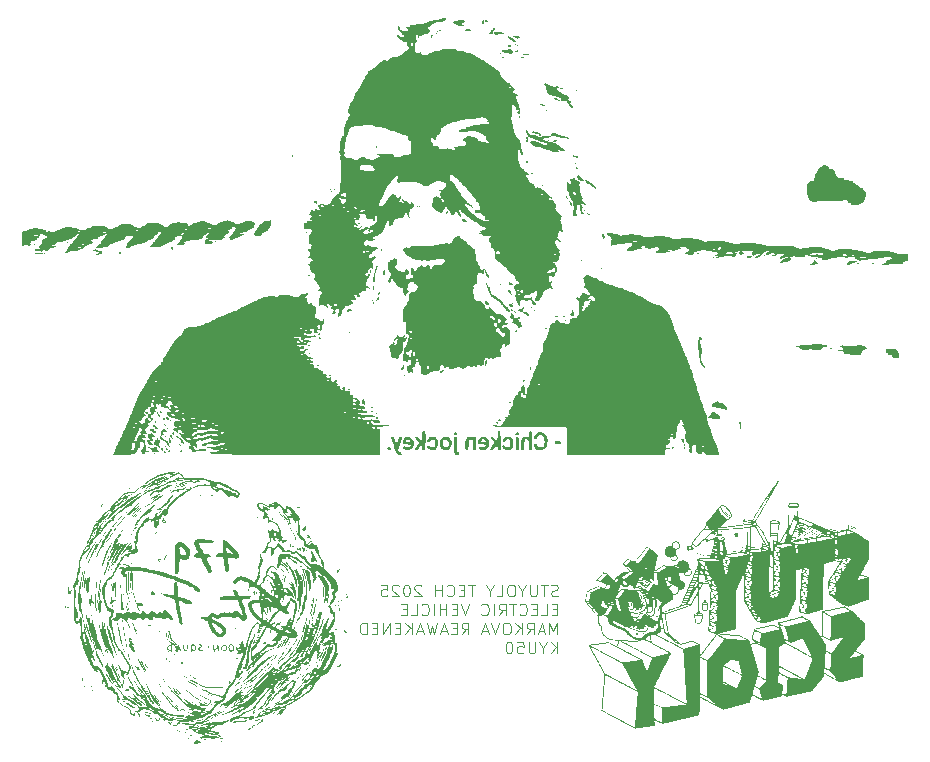
<source format=gbr>
%TF.GenerationSoftware,KiCad,Pcbnew,8.0.8-8.0.8-0~ubuntu24.04.1*%
%TF.CreationDate,2025-04-29T16:21:41-04:00*%
%TF.ProjectId,electronics,656c6563-7472-46f6-9e69-63732e6b6963,rev?*%
%TF.SameCoordinates,Original*%
%TF.FileFunction,Legend,Bot*%
%TF.FilePolarity,Positive*%
%FSLAX46Y46*%
G04 Gerber Fmt 4.6, Leading zero omitted, Abs format (unit mm)*
G04 Created by KiCad (PCBNEW 8.0.8-8.0.8-0~ubuntu24.04.1) date 2025-04-29 16:21:41*
%MOMM*%
%LPD*%
G01*
G04 APERTURE LIST*
%ADD10C,0.100000*%
%ADD11C,0.000000*%
G04 APERTURE END LIST*
D10*
X146793734Y-100444968D02*
X146650877Y-100492587D01*
X146650877Y-100492587D02*
X146412782Y-100492587D01*
X146412782Y-100492587D02*
X146317544Y-100444968D01*
X146317544Y-100444968D02*
X146269925Y-100397348D01*
X146269925Y-100397348D02*
X146222306Y-100302110D01*
X146222306Y-100302110D02*
X146222306Y-100206872D01*
X146222306Y-100206872D02*
X146269925Y-100111634D01*
X146269925Y-100111634D02*
X146317544Y-100064015D01*
X146317544Y-100064015D02*
X146412782Y-100016396D01*
X146412782Y-100016396D02*
X146603258Y-99968777D01*
X146603258Y-99968777D02*
X146698496Y-99921158D01*
X146698496Y-99921158D02*
X146746115Y-99873539D01*
X146746115Y-99873539D02*
X146793734Y-99778301D01*
X146793734Y-99778301D02*
X146793734Y-99683063D01*
X146793734Y-99683063D02*
X146746115Y-99587825D01*
X146746115Y-99587825D02*
X146698496Y-99540206D01*
X146698496Y-99540206D02*
X146603258Y-99492587D01*
X146603258Y-99492587D02*
X146365163Y-99492587D01*
X146365163Y-99492587D02*
X146222306Y-99540206D01*
X145936591Y-99492587D02*
X145365163Y-99492587D01*
X145650877Y-100492587D02*
X145650877Y-99492587D01*
X145031829Y-99492587D02*
X145031829Y-100302110D01*
X145031829Y-100302110D02*
X144984210Y-100397348D01*
X144984210Y-100397348D02*
X144936591Y-100444968D01*
X144936591Y-100444968D02*
X144841353Y-100492587D01*
X144841353Y-100492587D02*
X144650877Y-100492587D01*
X144650877Y-100492587D02*
X144555639Y-100444968D01*
X144555639Y-100444968D02*
X144508020Y-100397348D01*
X144508020Y-100397348D02*
X144460401Y-100302110D01*
X144460401Y-100302110D02*
X144460401Y-99492587D01*
X143793734Y-100016396D02*
X143793734Y-100492587D01*
X144127067Y-99492587D02*
X143793734Y-100016396D01*
X143793734Y-100016396D02*
X143460401Y-99492587D01*
X142936591Y-99492587D02*
X142746115Y-99492587D01*
X142746115Y-99492587D02*
X142650877Y-99540206D01*
X142650877Y-99540206D02*
X142555639Y-99635444D01*
X142555639Y-99635444D02*
X142508020Y-99825920D01*
X142508020Y-99825920D02*
X142508020Y-100159253D01*
X142508020Y-100159253D02*
X142555639Y-100349729D01*
X142555639Y-100349729D02*
X142650877Y-100444968D01*
X142650877Y-100444968D02*
X142746115Y-100492587D01*
X142746115Y-100492587D02*
X142936591Y-100492587D01*
X142936591Y-100492587D02*
X143031829Y-100444968D01*
X143031829Y-100444968D02*
X143127067Y-100349729D01*
X143127067Y-100349729D02*
X143174686Y-100159253D01*
X143174686Y-100159253D02*
X143174686Y-99825920D01*
X143174686Y-99825920D02*
X143127067Y-99635444D01*
X143127067Y-99635444D02*
X143031829Y-99540206D01*
X143031829Y-99540206D02*
X142936591Y-99492587D01*
X141603258Y-100492587D02*
X142079448Y-100492587D01*
X142079448Y-100492587D02*
X142079448Y-99492587D01*
X141079448Y-100016396D02*
X141079448Y-100492587D01*
X141412781Y-99492587D02*
X141079448Y-100016396D01*
X141079448Y-100016396D02*
X140746115Y-99492587D01*
X139793733Y-99492587D02*
X139222305Y-99492587D01*
X139508019Y-100492587D02*
X139508019Y-99492587D01*
X138888971Y-99968777D02*
X138555638Y-99968777D01*
X138412781Y-100492587D02*
X138888971Y-100492587D01*
X138888971Y-100492587D02*
X138888971Y-99492587D01*
X138888971Y-99492587D02*
X138412781Y-99492587D01*
X137412781Y-100397348D02*
X137460400Y-100444968D01*
X137460400Y-100444968D02*
X137603257Y-100492587D01*
X137603257Y-100492587D02*
X137698495Y-100492587D01*
X137698495Y-100492587D02*
X137841352Y-100444968D01*
X137841352Y-100444968D02*
X137936590Y-100349729D01*
X137936590Y-100349729D02*
X137984209Y-100254491D01*
X137984209Y-100254491D02*
X138031828Y-100064015D01*
X138031828Y-100064015D02*
X138031828Y-99921158D01*
X138031828Y-99921158D02*
X137984209Y-99730682D01*
X137984209Y-99730682D02*
X137936590Y-99635444D01*
X137936590Y-99635444D02*
X137841352Y-99540206D01*
X137841352Y-99540206D02*
X137698495Y-99492587D01*
X137698495Y-99492587D02*
X137603257Y-99492587D01*
X137603257Y-99492587D02*
X137460400Y-99540206D01*
X137460400Y-99540206D02*
X137412781Y-99587825D01*
X136984209Y-100492587D02*
X136984209Y-99492587D01*
X136984209Y-99968777D02*
X136412781Y-99968777D01*
X136412781Y-100492587D02*
X136412781Y-99492587D01*
X135222304Y-99587825D02*
X135174685Y-99540206D01*
X135174685Y-99540206D02*
X135079447Y-99492587D01*
X135079447Y-99492587D02*
X134841352Y-99492587D01*
X134841352Y-99492587D02*
X134746114Y-99540206D01*
X134746114Y-99540206D02*
X134698495Y-99587825D01*
X134698495Y-99587825D02*
X134650876Y-99683063D01*
X134650876Y-99683063D02*
X134650876Y-99778301D01*
X134650876Y-99778301D02*
X134698495Y-99921158D01*
X134698495Y-99921158D02*
X135269923Y-100492587D01*
X135269923Y-100492587D02*
X134650876Y-100492587D01*
X134031828Y-99492587D02*
X133936590Y-99492587D01*
X133936590Y-99492587D02*
X133841352Y-99540206D01*
X133841352Y-99540206D02*
X133793733Y-99587825D01*
X133793733Y-99587825D02*
X133746114Y-99683063D01*
X133746114Y-99683063D02*
X133698495Y-99873539D01*
X133698495Y-99873539D02*
X133698495Y-100111634D01*
X133698495Y-100111634D02*
X133746114Y-100302110D01*
X133746114Y-100302110D02*
X133793733Y-100397348D01*
X133793733Y-100397348D02*
X133841352Y-100444968D01*
X133841352Y-100444968D02*
X133936590Y-100492587D01*
X133936590Y-100492587D02*
X134031828Y-100492587D01*
X134031828Y-100492587D02*
X134127066Y-100444968D01*
X134127066Y-100444968D02*
X134174685Y-100397348D01*
X134174685Y-100397348D02*
X134222304Y-100302110D01*
X134222304Y-100302110D02*
X134269923Y-100111634D01*
X134269923Y-100111634D02*
X134269923Y-99873539D01*
X134269923Y-99873539D02*
X134222304Y-99683063D01*
X134222304Y-99683063D02*
X134174685Y-99587825D01*
X134174685Y-99587825D02*
X134127066Y-99540206D01*
X134127066Y-99540206D02*
X134031828Y-99492587D01*
X133317542Y-99587825D02*
X133269923Y-99540206D01*
X133269923Y-99540206D02*
X133174685Y-99492587D01*
X133174685Y-99492587D02*
X132936590Y-99492587D01*
X132936590Y-99492587D02*
X132841352Y-99540206D01*
X132841352Y-99540206D02*
X132793733Y-99587825D01*
X132793733Y-99587825D02*
X132746114Y-99683063D01*
X132746114Y-99683063D02*
X132746114Y-99778301D01*
X132746114Y-99778301D02*
X132793733Y-99921158D01*
X132793733Y-99921158D02*
X133365161Y-100492587D01*
X133365161Y-100492587D02*
X132746114Y-100492587D01*
X131841352Y-99492587D02*
X132317542Y-99492587D01*
X132317542Y-99492587D02*
X132365161Y-99968777D01*
X132365161Y-99968777D02*
X132317542Y-99921158D01*
X132317542Y-99921158D02*
X132222304Y-99873539D01*
X132222304Y-99873539D02*
X131984209Y-99873539D01*
X131984209Y-99873539D02*
X131888971Y-99921158D01*
X131888971Y-99921158D02*
X131841352Y-99968777D01*
X131841352Y-99968777D02*
X131793733Y-100064015D01*
X131793733Y-100064015D02*
X131793733Y-100302110D01*
X131793733Y-100302110D02*
X131841352Y-100397348D01*
X131841352Y-100397348D02*
X131888971Y-100444968D01*
X131888971Y-100444968D02*
X131984209Y-100492587D01*
X131984209Y-100492587D02*
X132222304Y-100492587D01*
X132222304Y-100492587D02*
X132317542Y-100444968D01*
X132317542Y-100444968D02*
X132365161Y-100397348D01*
X146746115Y-101578721D02*
X146412782Y-101578721D01*
X146269925Y-102102531D02*
X146746115Y-102102531D01*
X146746115Y-102102531D02*
X146746115Y-101102531D01*
X146746115Y-101102531D02*
X146269925Y-101102531D01*
X145365163Y-102102531D02*
X145841353Y-102102531D01*
X145841353Y-102102531D02*
X145841353Y-101102531D01*
X145031829Y-101578721D02*
X144698496Y-101578721D01*
X144555639Y-102102531D02*
X145031829Y-102102531D01*
X145031829Y-102102531D02*
X145031829Y-101102531D01*
X145031829Y-101102531D02*
X144555639Y-101102531D01*
X143555639Y-102007292D02*
X143603258Y-102054912D01*
X143603258Y-102054912D02*
X143746115Y-102102531D01*
X143746115Y-102102531D02*
X143841353Y-102102531D01*
X143841353Y-102102531D02*
X143984210Y-102054912D01*
X143984210Y-102054912D02*
X144079448Y-101959673D01*
X144079448Y-101959673D02*
X144127067Y-101864435D01*
X144127067Y-101864435D02*
X144174686Y-101673959D01*
X144174686Y-101673959D02*
X144174686Y-101531102D01*
X144174686Y-101531102D02*
X144127067Y-101340626D01*
X144127067Y-101340626D02*
X144079448Y-101245388D01*
X144079448Y-101245388D02*
X143984210Y-101150150D01*
X143984210Y-101150150D02*
X143841353Y-101102531D01*
X143841353Y-101102531D02*
X143746115Y-101102531D01*
X143746115Y-101102531D02*
X143603258Y-101150150D01*
X143603258Y-101150150D02*
X143555639Y-101197769D01*
X143269924Y-101102531D02*
X142698496Y-101102531D01*
X142984210Y-102102531D02*
X142984210Y-101102531D01*
X141793734Y-102102531D02*
X142127067Y-101626340D01*
X142365162Y-102102531D02*
X142365162Y-101102531D01*
X142365162Y-101102531D02*
X141984210Y-101102531D01*
X141984210Y-101102531D02*
X141888972Y-101150150D01*
X141888972Y-101150150D02*
X141841353Y-101197769D01*
X141841353Y-101197769D02*
X141793734Y-101293007D01*
X141793734Y-101293007D02*
X141793734Y-101435864D01*
X141793734Y-101435864D02*
X141841353Y-101531102D01*
X141841353Y-101531102D02*
X141888972Y-101578721D01*
X141888972Y-101578721D02*
X141984210Y-101626340D01*
X141984210Y-101626340D02*
X142365162Y-101626340D01*
X141365162Y-102102531D02*
X141365162Y-101102531D01*
X140317544Y-102007292D02*
X140365163Y-102054912D01*
X140365163Y-102054912D02*
X140508020Y-102102531D01*
X140508020Y-102102531D02*
X140603258Y-102102531D01*
X140603258Y-102102531D02*
X140746115Y-102054912D01*
X140746115Y-102054912D02*
X140841353Y-101959673D01*
X140841353Y-101959673D02*
X140888972Y-101864435D01*
X140888972Y-101864435D02*
X140936591Y-101673959D01*
X140936591Y-101673959D02*
X140936591Y-101531102D01*
X140936591Y-101531102D02*
X140888972Y-101340626D01*
X140888972Y-101340626D02*
X140841353Y-101245388D01*
X140841353Y-101245388D02*
X140746115Y-101150150D01*
X140746115Y-101150150D02*
X140603258Y-101102531D01*
X140603258Y-101102531D02*
X140508020Y-101102531D01*
X140508020Y-101102531D02*
X140365163Y-101150150D01*
X140365163Y-101150150D02*
X140317544Y-101197769D01*
X139269924Y-101102531D02*
X138936591Y-102102531D01*
X138936591Y-102102531D02*
X138603258Y-101102531D01*
X138269924Y-101578721D02*
X137936591Y-101578721D01*
X137793734Y-102102531D02*
X138269924Y-102102531D01*
X138269924Y-102102531D02*
X138269924Y-101102531D01*
X138269924Y-101102531D02*
X137793734Y-101102531D01*
X137365162Y-102102531D02*
X137365162Y-101102531D01*
X137365162Y-101578721D02*
X136793734Y-101578721D01*
X136793734Y-102102531D02*
X136793734Y-101102531D01*
X136317543Y-102102531D02*
X136317543Y-101102531D01*
X135269925Y-102007292D02*
X135317544Y-102054912D01*
X135317544Y-102054912D02*
X135460401Y-102102531D01*
X135460401Y-102102531D02*
X135555639Y-102102531D01*
X135555639Y-102102531D02*
X135698496Y-102054912D01*
X135698496Y-102054912D02*
X135793734Y-101959673D01*
X135793734Y-101959673D02*
X135841353Y-101864435D01*
X135841353Y-101864435D02*
X135888972Y-101673959D01*
X135888972Y-101673959D02*
X135888972Y-101531102D01*
X135888972Y-101531102D02*
X135841353Y-101340626D01*
X135841353Y-101340626D02*
X135793734Y-101245388D01*
X135793734Y-101245388D02*
X135698496Y-101150150D01*
X135698496Y-101150150D02*
X135555639Y-101102531D01*
X135555639Y-101102531D02*
X135460401Y-101102531D01*
X135460401Y-101102531D02*
X135317544Y-101150150D01*
X135317544Y-101150150D02*
X135269925Y-101197769D01*
X134365163Y-102102531D02*
X134841353Y-102102531D01*
X134841353Y-102102531D02*
X134841353Y-101102531D01*
X134031829Y-101578721D02*
X133698496Y-101578721D01*
X133555639Y-102102531D02*
X134031829Y-102102531D01*
X134031829Y-102102531D02*
X134031829Y-101102531D01*
X134031829Y-101102531D02*
X133555639Y-101102531D01*
X146746115Y-103712475D02*
X146746115Y-102712475D01*
X146746115Y-102712475D02*
X146412782Y-103426760D01*
X146412782Y-103426760D02*
X146079449Y-102712475D01*
X146079449Y-102712475D02*
X146079449Y-103712475D01*
X145650877Y-103426760D02*
X145174687Y-103426760D01*
X145746115Y-103712475D02*
X145412782Y-102712475D01*
X145412782Y-102712475D02*
X145079449Y-103712475D01*
X144174687Y-103712475D02*
X144508020Y-103236284D01*
X144746115Y-103712475D02*
X144746115Y-102712475D01*
X144746115Y-102712475D02*
X144365163Y-102712475D01*
X144365163Y-102712475D02*
X144269925Y-102760094D01*
X144269925Y-102760094D02*
X144222306Y-102807713D01*
X144222306Y-102807713D02*
X144174687Y-102902951D01*
X144174687Y-102902951D02*
X144174687Y-103045808D01*
X144174687Y-103045808D02*
X144222306Y-103141046D01*
X144222306Y-103141046D02*
X144269925Y-103188665D01*
X144269925Y-103188665D02*
X144365163Y-103236284D01*
X144365163Y-103236284D02*
X144746115Y-103236284D01*
X143746115Y-103712475D02*
X143746115Y-102712475D01*
X143174687Y-103712475D02*
X143603258Y-103141046D01*
X143174687Y-102712475D02*
X143746115Y-103283903D01*
X142555639Y-102712475D02*
X142365163Y-102712475D01*
X142365163Y-102712475D02*
X142269925Y-102760094D01*
X142269925Y-102760094D02*
X142174687Y-102855332D01*
X142174687Y-102855332D02*
X142127068Y-103045808D01*
X142127068Y-103045808D02*
X142127068Y-103379141D01*
X142127068Y-103379141D02*
X142174687Y-103569617D01*
X142174687Y-103569617D02*
X142269925Y-103664856D01*
X142269925Y-103664856D02*
X142365163Y-103712475D01*
X142365163Y-103712475D02*
X142555639Y-103712475D01*
X142555639Y-103712475D02*
X142650877Y-103664856D01*
X142650877Y-103664856D02*
X142746115Y-103569617D01*
X142746115Y-103569617D02*
X142793734Y-103379141D01*
X142793734Y-103379141D02*
X142793734Y-103045808D01*
X142793734Y-103045808D02*
X142746115Y-102855332D01*
X142746115Y-102855332D02*
X142650877Y-102760094D01*
X142650877Y-102760094D02*
X142555639Y-102712475D01*
X141841353Y-102712475D02*
X141508020Y-103712475D01*
X141508020Y-103712475D02*
X141174687Y-102712475D01*
X140888972Y-103426760D02*
X140412782Y-103426760D01*
X140984210Y-103712475D02*
X140650877Y-102712475D01*
X140650877Y-102712475D02*
X140317544Y-103712475D01*
X138650877Y-103712475D02*
X138984210Y-103236284D01*
X139222305Y-103712475D02*
X139222305Y-102712475D01*
X139222305Y-102712475D02*
X138841353Y-102712475D01*
X138841353Y-102712475D02*
X138746115Y-102760094D01*
X138746115Y-102760094D02*
X138698496Y-102807713D01*
X138698496Y-102807713D02*
X138650877Y-102902951D01*
X138650877Y-102902951D02*
X138650877Y-103045808D01*
X138650877Y-103045808D02*
X138698496Y-103141046D01*
X138698496Y-103141046D02*
X138746115Y-103188665D01*
X138746115Y-103188665D02*
X138841353Y-103236284D01*
X138841353Y-103236284D02*
X139222305Y-103236284D01*
X138222305Y-103188665D02*
X137888972Y-103188665D01*
X137746115Y-103712475D02*
X138222305Y-103712475D01*
X138222305Y-103712475D02*
X138222305Y-102712475D01*
X138222305Y-102712475D02*
X137746115Y-102712475D01*
X137365162Y-103426760D02*
X136888972Y-103426760D01*
X137460400Y-103712475D02*
X137127067Y-102712475D01*
X137127067Y-102712475D02*
X136793734Y-103712475D01*
X136555638Y-102712475D02*
X136317543Y-103712475D01*
X136317543Y-103712475D02*
X136127067Y-102998189D01*
X136127067Y-102998189D02*
X135936591Y-103712475D01*
X135936591Y-103712475D02*
X135698496Y-102712475D01*
X135365162Y-103426760D02*
X134888972Y-103426760D01*
X135460400Y-103712475D02*
X135127067Y-102712475D01*
X135127067Y-102712475D02*
X134793734Y-103712475D01*
X134460400Y-103712475D02*
X134460400Y-102712475D01*
X133888972Y-103712475D02*
X134317543Y-103141046D01*
X133888972Y-102712475D02*
X134460400Y-103283903D01*
X133460400Y-103188665D02*
X133127067Y-103188665D01*
X132984210Y-103712475D02*
X133460400Y-103712475D01*
X133460400Y-103712475D02*
X133460400Y-102712475D01*
X133460400Y-102712475D02*
X132984210Y-102712475D01*
X132555638Y-103712475D02*
X132555638Y-102712475D01*
X132555638Y-102712475D02*
X131984210Y-103712475D01*
X131984210Y-103712475D02*
X131984210Y-102712475D01*
X131508019Y-103188665D02*
X131174686Y-103188665D01*
X131031829Y-103712475D02*
X131508019Y-103712475D01*
X131508019Y-103712475D02*
X131508019Y-102712475D01*
X131508019Y-102712475D02*
X131031829Y-102712475D01*
X130603257Y-103712475D02*
X130603257Y-102712475D01*
X130603257Y-102712475D02*
X130365162Y-102712475D01*
X130365162Y-102712475D02*
X130222305Y-102760094D01*
X130222305Y-102760094D02*
X130127067Y-102855332D01*
X130127067Y-102855332D02*
X130079448Y-102950570D01*
X130079448Y-102950570D02*
X130031829Y-103141046D01*
X130031829Y-103141046D02*
X130031829Y-103283903D01*
X130031829Y-103283903D02*
X130079448Y-103474379D01*
X130079448Y-103474379D02*
X130127067Y-103569617D01*
X130127067Y-103569617D02*
X130222305Y-103664856D01*
X130222305Y-103664856D02*
X130365162Y-103712475D01*
X130365162Y-103712475D02*
X130603257Y-103712475D01*
X146746115Y-105322419D02*
X146746115Y-104322419D01*
X146174687Y-105322419D02*
X146603258Y-104750990D01*
X146174687Y-104322419D02*
X146746115Y-104893847D01*
X145555639Y-104846228D02*
X145555639Y-105322419D01*
X145888972Y-104322419D02*
X145555639Y-104846228D01*
X145555639Y-104846228D02*
X145222306Y-104322419D01*
X144888972Y-104322419D02*
X144888972Y-105131942D01*
X144888972Y-105131942D02*
X144841353Y-105227180D01*
X144841353Y-105227180D02*
X144793734Y-105274800D01*
X144793734Y-105274800D02*
X144698496Y-105322419D01*
X144698496Y-105322419D02*
X144508020Y-105322419D01*
X144508020Y-105322419D02*
X144412782Y-105274800D01*
X144412782Y-105274800D02*
X144365163Y-105227180D01*
X144365163Y-105227180D02*
X144317544Y-105131942D01*
X144317544Y-105131942D02*
X144317544Y-104322419D01*
X143365163Y-104322419D02*
X143841353Y-104322419D01*
X143841353Y-104322419D02*
X143888972Y-104798609D01*
X143888972Y-104798609D02*
X143841353Y-104750990D01*
X143841353Y-104750990D02*
X143746115Y-104703371D01*
X143746115Y-104703371D02*
X143508020Y-104703371D01*
X143508020Y-104703371D02*
X143412782Y-104750990D01*
X143412782Y-104750990D02*
X143365163Y-104798609D01*
X143365163Y-104798609D02*
X143317544Y-104893847D01*
X143317544Y-104893847D02*
X143317544Y-105131942D01*
X143317544Y-105131942D02*
X143365163Y-105227180D01*
X143365163Y-105227180D02*
X143412782Y-105274800D01*
X143412782Y-105274800D02*
X143508020Y-105322419D01*
X143508020Y-105322419D02*
X143746115Y-105322419D01*
X143746115Y-105322419D02*
X143841353Y-105274800D01*
X143841353Y-105274800D02*
X143888972Y-105227180D01*
X142698496Y-104322419D02*
X142603258Y-104322419D01*
X142603258Y-104322419D02*
X142508020Y-104370038D01*
X142508020Y-104370038D02*
X142460401Y-104417657D01*
X142460401Y-104417657D02*
X142412782Y-104512895D01*
X142412782Y-104512895D02*
X142365163Y-104703371D01*
X142365163Y-104703371D02*
X142365163Y-104941466D01*
X142365163Y-104941466D02*
X142412782Y-105131942D01*
X142412782Y-105131942D02*
X142460401Y-105227180D01*
X142460401Y-105227180D02*
X142508020Y-105274800D01*
X142508020Y-105274800D02*
X142603258Y-105322419D01*
X142603258Y-105322419D02*
X142698496Y-105322419D01*
X142698496Y-105322419D02*
X142793734Y-105274800D01*
X142793734Y-105274800D02*
X142841353Y-105227180D01*
X142841353Y-105227180D02*
X142888972Y-105131942D01*
X142888972Y-105131942D02*
X142936591Y-104941466D01*
X142936591Y-104941466D02*
X142936591Y-104703371D01*
X142936591Y-104703371D02*
X142888972Y-104512895D01*
X142888972Y-104512895D02*
X142841353Y-104417657D01*
X142841353Y-104417657D02*
X142793734Y-104370038D01*
X142793734Y-104370038D02*
X142698496Y-104322419D01*
D11*
%TO.C,G\u002A\u002A\u002A*%
G36*
X167746098Y-95042761D02*
G01*
X167758625Y-95057450D01*
X167764059Y-95075830D01*
X167763330Y-95081891D01*
X167756335Y-95088172D01*
X167744776Y-95084214D01*
X167732166Y-95070593D01*
X167722748Y-95053419D01*
X167721943Y-95041272D01*
X167732348Y-95037367D01*
X167746098Y-95042761D01*
G37*
G36*
X167844464Y-95248716D02*
G01*
X167856195Y-95263633D01*
X167863848Y-95282172D01*
X167864039Y-95297893D01*
X167857370Y-95307276D01*
X167847935Y-95304173D01*
X167835470Y-95287159D01*
X167830904Y-95278839D01*
X167823661Y-95258872D01*
X167825251Y-95246543D01*
X167835666Y-95243885D01*
X167844464Y-95248716D01*
G37*
G36*
X167903138Y-95321045D02*
G01*
X167897969Y-95334281D01*
X167879584Y-95350079D01*
X167877763Y-95351295D01*
X167857390Y-95362198D01*
X167844983Y-95362053D01*
X167839028Y-95350890D01*
X167841459Y-95343576D01*
X167852972Y-95331728D01*
X167869342Y-95320377D01*
X167885588Y-95312844D01*
X167896726Y-95312448D01*
X167903138Y-95321045D01*
G37*
G36*
X168575251Y-94935917D02*
G01*
X168567481Y-94951268D01*
X168546199Y-94969144D01*
X168536666Y-94975103D01*
X168516364Y-94983934D01*
X168502222Y-94984475D01*
X168496913Y-94976336D01*
X168499410Y-94970164D01*
X168510768Y-94957864D01*
X168527659Y-94944447D01*
X168546030Y-94932700D01*
X168561829Y-94925413D01*
X168571004Y-94925371D01*
X168575251Y-94935917D01*
G37*
G36*
X154181648Y-101206209D02*
G01*
X154193715Y-101227217D01*
X154194540Y-101251762D01*
X154183634Y-101273649D01*
X154180829Y-101276298D01*
X154163017Y-101283201D01*
X154143251Y-101280784D01*
X154128553Y-101269567D01*
X154124784Y-101259523D01*
X154123133Y-101239801D01*
X154125681Y-101220317D01*
X154132030Y-101208077D01*
X154144232Y-101200185D01*
X154164107Y-101196270D01*
X154181648Y-101206209D01*
G37*
G36*
X167694426Y-95457509D02*
G01*
X167704510Y-95466939D01*
X167703172Y-95478980D01*
X167691029Y-95487929D01*
X167682424Y-95491972D01*
X167676377Y-95499412D01*
X167674720Y-95504463D01*
X167666442Y-95505104D01*
X167655387Y-95496447D01*
X167653502Y-95492365D01*
X167656612Y-95479987D01*
X167667195Y-95467298D01*
X167681136Y-95458418D01*
X167694320Y-95457468D01*
X167694426Y-95457509D01*
G37*
G36*
X168142458Y-95191348D02*
G01*
X168142244Y-95201079D01*
X168128688Y-95214881D01*
X168101532Y-95233098D01*
X168082184Y-95244053D01*
X168063316Y-95251617D01*
X168053091Y-95250038D01*
X168050014Y-95239501D01*
X168053073Y-95233448D01*
X168065954Y-95221662D01*
X168084981Y-95208528D01*
X168105856Y-95196660D01*
X168124280Y-95188675D01*
X168135956Y-95187189D01*
X168142458Y-95191348D01*
G37*
G36*
X154030399Y-100609833D02*
G01*
X154045457Y-100630937D01*
X154052225Y-100646911D01*
X154056601Y-100668832D01*
X154052490Y-100688945D01*
X154043957Y-100697007D01*
X154023373Y-100700534D01*
X154015051Y-100700204D01*
X153998988Y-100694621D01*
X153987526Y-100678919D01*
X153977802Y-100651337D01*
X153978933Y-100627226D01*
X153991475Y-100610181D01*
X153992096Y-100609752D01*
X154012329Y-100602663D01*
X154030399Y-100609833D01*
G37*
G36*
X168375504Y-95060056D02*
G01*
X168379914Y-95066438D01*
X168374344Y-95077546D01*
X168360371Y-95091044D01*
X168339574Y-95104599D01*
X168322645Y-95113227D01*
X168304263Y-95119791D01*
X168294592Y-95117735D01*
X168291779Y-95107160D01*
X168292078Y-95105720D01*
X168300357Y-95096205D01*
X168316719Y-95084118D01*
X168336751Y-95072150D01*
X168356037Y-95062995D01*
X168370165Y-95059346D01*
X168375504Y-95060056D01*
G37*
G36*
X153851715Y-101469965D02*
G01*
X153870133Y-101477453D01*
X153880751Y-101497002D01*
X153883287Y-101528132D01*
X153879053Y-101564339D01*
X153868162Y-101593808D01*
X153848209Y-101622219D01*
X153841654Y-101629209D01*
X153820523Y-101642765D01*
X153800763Y-101644892D01*
X153785010Y-101637532D01*
X153775901Y-101622628D01*
X153776072Y-101602123D01*
X153788159Y-101577960D01*
X153801799Y-101551900D01*
X153809798Y-101518333D01*
X153810993Y-101508914D01*
X153817537Y-101485662D01*
X153829545Y-101473503D01*
X153849074Y-101469899D01*
X153851715Y-101469965D01*
G37*
G36*
X155311099Y-101561011D02*
G01*
X155329143Y-101579074D01*
X155341638Y-101604667D01*
X155346239Y-101635491D01*
X155346212Y-101638579D01*
X155343967Y-101661927D01*
X155336319Y-101676670D01*
X155320709Y-101688085D01*
X155307895Y-101692653D01*
X155285117Y-101689611D01*
X155263931Y-101673473D01*
X155258007Y-101664108D01*
X155252714Y-101643542D01*
X155251110Y-101612094D01*
X155251343Y-101594530D01*
X155253211Y-101575135D01*
X155257879Y-101564044D01*
X155266445Y-101557336D01*
X155267749Y-101556666D01*
X155289853Y-101552776D01*
X155311099Y-101561011D01*
G37*
G36*
X160179428Y-95061992D02*
G01*
X160189339Y-95072620D01*
X160196224Y-95082624D01*
X160208021Y-95111872D01*
X160212941Y-95144824D01*
X160211047Y-95177286D01*
X160202401Y-95205066D01*
X160187067Y-95223969D01*
X160170806Y-95233102D01*
X160156151Y-95232757D01*
X160141113Y-95220248D01*
X160134536Y-95209033D01*
X160127634Y-95184489D01*
X160124117Y-95154802D01*
X160124528Y-95125435D01*
X160129406Y-95101854D01*
X160139857Y-95084971D01*
X160156633Y-95069255D01*
X160156646Y-95069247D01*
X160170738Y-95061095D01*
X160179428Y-95061992D01*
G37*
G36*
X155195668Y-102135154D02*
G01*
X155212376Y-102147519D01*
X155225373Y-102167331D01*
X155233503Y-102191720D01*
X155235611Y-102217820D01*
X155230543Y-102242763D01*
X155217143Y-102263683D01*
X155211672Y-102268996D01*
X155195820Y-102280494D01*
X155181675Y-102280924D01*
X155163995Y-102271010D01*
X155154102Y-102262303D01*
X155149578Y-102249860D01*
X155150870Y-102229289D01*
X155151456Y-102223876D01*
X155151345Y-102201814D01*
X155147632Y-102186053D01*
X155143457Y-102172372D01*
X155148441Y-102152595D01*
X155166064Y-102136898D01*
X155176405Y-102133101D01*
X155195668Y-102135154D01*
G37*
G36*
X154060809Y-103558018D02*
G01*
X154076647Y-103573147D01*
X154089416Y-103594425D01*
X154097846Y-103619426D01*
X154100668Y-103645729D01*
X154096612Y-103670908D01*
X154084410Y-103692539D01*
X154083851Y-103693166D01*
X154067266Y-103706067D01*
X154050470Y-103711477D01*
X154032536Y-103705969D01*
X154016144Y-103691414D01*
X154004300Y-103672057D01*
X153999590Y-103652154D01*
X154004596Y-103635958D01*
X154005292Y-103634996D01*
X154009059Y-103620606D01*
X154008326Y-103600697D01*
X154007874Y-103578343D01*
X154016414Y-103562697D01*
X154025002Y-103555899D01*
X154043171Y-103551461D01*
X154060809Y-103558018D01*
G37*
G36*
X153112126Y-101562450D02*
G01*
X153123932Y-101568730D01*
X153136632Y-101581464D01*
X153140018Y-101598986D01*
X153131912Y-101617347D01*
X153113710Y-101634766D01*
X153086813Y-101649458D01*
X153052618Y-101659642D01*
X153025568Y-101664069D01*
X152984258Y-101666385D01*
X152953001Y-101661768D01*
X152932675Y-101650572D01*
X152924162Y-101633149D01*
X152928340Y-101609851D01*
X152931477Y-101602573D01*
X152937282Y-101593669D01*
X152946472Y-101589014D01*
X152962802Y-101587206D01*
X152990029Y-101586845D01*
X152997654Y-101586753D01*
X153040394Y-101582682D01*
X153074480Y-101572064D01*
X153084123Y-101567785D01*
X153100707Y-101562011D01*
X153112126Y-101562450D01*
G37*
G36*
X153041959Y-101018051D02*
G01*
X153057699Y-101028382D01*
X153060394Y-101032956D01*
X153065873Y-101054988D01*
X153067188Y-101086418D01*
X153064346Y-101123744D01*
X153057356Y-101163463D01*
X153051891Y-101191190D01*
X153045973Y-101229006D01*
X153041754Y-101264653D01*
X153041472Y-101267635D01*
X153038033Y-101295902D01*
X153033954Y-101319086D01*
X153030059Y-101332420D01*
X153025209Y-101338026D01*
X153008971Y-101344401D01*
X152989660Y-101344040D01*
X152974121Y-101336450D01*
X152968332Y-101323073D01*
X152965792Y-101297093D01*
X152966932Y-101261130D01*
X152971680Y-101217329D01*
X152979960Y-101167840D01*
X152983834Y-101146829D01*
X152989376Y-101112377D01*
X152993188Y-101082795D01*
X152994613Y-101062815D01*
X152994772Y-101057112D01*
X152997791Y-101036910D01*
X153003426Y-101024353D01*
X153004283Y-101023540D01*
X153021641Y-101016251D01*
X153041959Y-101018051D01*
G37*
G36*
X154102725Y-100892786D02*
G01*
X154111105Y-100896290D01*
X154120545Y-100906130D01*
X154122873Y-100924425D01*
X154121472Y-100942606D01*
X154109011Y-100985526D01*
X154084438Y-101031202D01*
X154048719Y-101077639D01*
X154040225Y-101087431D01*
X154019563Y-101113097D01*
X154002999Y-101136211D01*
X153993512Y-101152722D01*
X153993303Y-101153218D01*
X153981906Y-101174436D01*
X153968853Y-101191559D01*
X153956908Y-101201274D01*
X153945789Y-101206043D01*
X153943636Y-101205862D01*
X153929039Y-101198330D01*
X153916034Y-101184102D01*
X153910412Y-101169208D01*
X153910694Y-101164647D01*
X153917851Y-101139814D01*
X153933240Y-101109001D01*
X153954967Y-101075588D01*
X153981138Y-101042957D01*
X153993491Y-101028902D01*
X154016528Y-101000422D01*
X154031668Y-100976711D01*
X154040985Y-100954163D01*
X154046553Y-100929171D01*
X154048259Y-100920836D01*
X154059226Y-100898780D01*
X154077492Y-100889359D01*
X154102725Y-100892786D01*
G37*
G36*
X153578839Y-103677234D02*
G01*
X153564469Y-103712337D01*
X153536476Y-103743705D01*
X153533420Y-103746199D01*
X153510059Y-103759190D01*
X153481611Y-103762893D01*
X153460137Y-103761591D01*
X153422832Y-103750486D01*
X153393679Y-103727435D01*
X153371537Y-103691698D01*
X153366887Y-103680649D01*
X153362926Y-103663842D01*
X153494383Y-103663842D01*
X153495260Y-103672537D01*
X153497463Y-103673683D01*
X153500144Y-103667652D01*
X153499615Y-103663774D01*
X153495260Y-103662768D01*
X153494383Y-103663842D01*
X153362926Y-103663842D01*
X153361843Y-103659245D01*
X153366711Y-103641908D01*
X153382361Y-103623132D01*
X153386981Y-103618825D01*
X153414070Y-103604004D01*
X153444378Y-103603309D01*
X153477155Y-103616788D01*
X153478847Y-103617816D01*
X153494853Y-103626339D01*
X153504845Y-103627028D01*
X153514363Y-103620424D01*
X153523091Y-103614152D01*
X153543368Y-103609591D01*
X153561930Y-103616654D01*
X153575483Y-103633469D01*
X153580732Y-103658162D01*
X153579790Y-103667652D01*
X153578839Y-103677234D01*
G37*
G36*
X153800676Y-100371114D02*
G01*
X153814188Y-100374770D01*
X153828133Y-100385831D01*
X153844422Y-100406260D01*
X153864965Y-100438018D01*
X153888637Y-100477902D01*
X153911107Y-100520556D01*
X153927403Y-100559927D01*
X153939037Y-100600500D01*
X153947520Y-100646758D01*
X153954365Y-100703185D01*
X153955616Y-100715348D01*
X153958361Y-100745033D01*
X153959097Y-100764259D01*
X153957541Y-100776136D01*
X153953408Y-100783772D01*
X153946414Y-100790280D01*
X153933748Y-100798783D01*
X153921725Y-100803101D01*
X153908360Y-100797609D01*
X153894911Y-100779820D01*
X153884056Y-100752169D01*
X153876752Y-100717180D01*
X153873960Y-100677376D01*
X153873196Y-100661884D01*
X153863295Y-100611551D01*
X153842540Y-100555434D01*
X153811664Y-100495665D01*
X153803515Y-100481961D01*
X153788601Y-100457924D01*
X153776935Y-100440480D01*
X153770520Y-100432698D01*
X153764069Y-100423264D01*
X153764906Y-100407175D01*
X153772617Y-100390019D01*
X153784992Y-100376441D01*
X153799823Y-100371087D01*
X153800676Y-100371114D01*
G37*
G36*
X160819023Y-93137581D02*
G01*
X160828377Y-93146317D01*
X160841744Y-93164513D01*
X160860829Y-93193757D01*
X160902118Y-93254825D01*
X160988775Y-93364445D01*
X161085499Y-93465477D01*
X161190024Y-93555431D01*
X161208967Y-93568819D01*
X161241174Y-93587444D01*
X161274019Y-93602509D01*
X161303420Y-93612224D01*
X161325292Y-93614794D01*
X161338714Y-93613063D01*
X161346675Y-93608481D01*
X161349387Y-93597258D01*
X161349286Y-93575391D01*
X161348559Y-93564345D01*
X161343613Y-93536423D01*
X161335775Y-93513977D01*
X161330130Y-93502121D01*
X161327609Y-93490304D01*
X161332767Y-93483655D01*
X161335642Y-93482171D01*
X161347945Y-93483347D01*
X161359739Y-93497821D01*
X161371632Y-93526262D01*
X161375492Y-93538441D01*
X161382962Y-93579022D01*
X161379053Y-93610533D01*
X161363793Y-93632891D01*
X161337203Y-93646011D01*
X161333926Y-93646739D01*
X161305338Y-93645668D01*
X161268906Y-93633965D01*
X161225825Y-93612304D01*
X161177290Y-93581361D01*
X161124496Y-93541810D01*
X161068638Y-93494326D01*
X161040305Y-93467144D01*
X161008137Y-93433123D01*
X160974581Y-93395002D01*
X160940881Y-93354447D01*
X160908281Y-93313122D01*
X160878025Y-93272693D01*
X160851358Y-93234823D01*
X160829524Y-93201178D01*
X160813768Y-93173422D01*
X160805333Y-93153220D01*
X160805465Y-93142237D01*
X160805538Y-93142149D01*
X160811979Y-93136720D01*
X160819023Y-93137581D01*
G37*
G36*
X154983743Y-101488133D02*
G01*
X155000018Y-101504381D01*
X155000395Y-101504965D01*
X155005115Y-101514161D01*
X155008443Y-101526131D01*
X155010569Y-101543251D01*
X155011684Y-101567893D01*
X155011978Y-101602433D01*
X155011641Y-101649244D01*
X155011212Y-101675369D01*
X155007168Y-101763006D01*
X154998938Y-101840356D01*
X154986116Y-101910480D01*
X154968295Y-101976438D01*
X154948649Y-102032165D01*
X154924843Y-102082538D01*
X154897589Y-102121821D01*
X154865230Y-102151899D01*
X154826109Y-102174653D01*
X154778569Y-102191967D01*
X154770390Y-102194069D01*
X154732811Y-102199495D01*
X154689267Y-102201010D01*
X154646204Y-102198602D01*
X154610066Y-102192261D01*
X154549523Y-102170511D01*
X154484416Y-102136632D01*
X154422368Y-102094280D01*
X154367240Y-102046112D01*
X154322893Y-101994783D01*
X154309458Y-101976579D01*
X154297236Y-101960778D01*
X154290710Y-101953317D01*
X154290590Y-101953221D01*
X154284144Y-101943957D01*
X154273734Y-101925111D01*
X154261165Y-101900424D01*
X154248245Y-101873639D01*
X154236780Y-101848498D01*
X154228576Y-101828742D01*
X154225440Y-101818114D01*
X154228648Y-101809128D01*
X154241560Y-101796908D01*
X154258978Y-101788651D01*
X154275020Y-101787937D01*
X154279369Y-101790836D01*
X154291398Y-101804579D01*
X154306651Y-101826554D01*
X154322862Y-101853648D01*
X154372237Y-101931877D01*
X154431757Y-102005059D01*
X154458412Y-102029048D01*
X154497203Y-102055670D01*
X154542190Y-102080873D01*
X154589142Y-102102517D01*
X154633827Y-102118462D01*
X154672014Y-102126568D01*
X154682083Y-102127346D01*
X154727001Y-102125216D01*
X154770992Y-102115152D01*
X154809665Y-102098475D01*
X154838627Y-102076505D01*
X154848508Y-102063877D01*
X154866461Y-102031216D01*
X154883970Y-101987875D01*
X154900181Y-101936388D01*
X154914241Y-101879288D01*
X154925296Y-101819109D01*
X154930407Y-101776013D01*
X154934479Y-101706210D01*
X154935123Y-101625355D01*
X154934891Y-101606055D01*
X154934640Y-101566606D01*
X154935046Y-101538617D01*
X154936331Y-101519801D01*
X154938714Y-101507874D01*
X154942417Y-101500551D01*
X154947659Y-101495548D01*
X154965128Y-101486314D01*
X154983743Y-101488133D01*
G37*
G36*
X157131800Y-96228040D02*
G01*
X157112887Y-96296837D01*
X157084493Y-96353670D01*
X157042963Y-96407010D01*
X156991484Y-96451687D01*
X156931912Y-96486109D01*
X156866101Y-96508682D01*
X156812967Y-96521220D01*
X156823922Y-96546715D01*
X156826350Y-96553745D01*
X156831596Y-96579566D01*
X156835829Y-96615977D01*
X156838680Y-96660124D01*
X156839057Y-96725791D01*
X156833274Y-96784681D01*
X156820603Y-96836697D01*
X156800471Y-96885212D01*
X156793428Y-96900022D01*
X156785411Y-96919626D01*
X156782290Y-96931444D01*
X156784701Y-96936901D01*
X156796391Y-96949432D01*
X156814518Y-96963653D01*
X156834911Y-96979593D01*
X156873185Y-97020670D01*
X156905225Y-97070328D01*
X156928230Y-97124601D01*
X156932724Y-97146482D01*
X156935107Y-97178202D01*
X156935053Y-97191290D01*
X156934958Y-97213991D01*
X156932538Y-97250114D01*
X156928111Y-97282836D01*
X156921939Y-97308426D01*
X156914283Y-97323147D01*
X156913008Y-97324771D01*
X156906036Y-97336408D01*
X156896490Y-97354347D01*
X156894694Y-97357767D01*
X156866968Y-97396367D01*
X156828561Y-97432273D01*
X156783125Y-97462982D01*
X156734311Y-97485990D01*
X156685772Y-97498795D01*
X156670575Y-97500987D01*
X156650053Y-97503875D01*
X156638597Y-97505389D01*
X156632387Y-97505160D01*
X156614468Y-97502850D01*
X156591008Y-97498825D01*
X156584964Y-97497613D01*
X156523816Y-97477850D01*
X156467885Y-97446346D01*
X156419856Y-97404946D01*
X156382416Y-97355496D01*
X156369610Y-97330432D01*
X156356042Y-97295610D01*
X156346470Y-97261521D01*
X156342796Y-97234000D01*
X156342350Y-97221927D01*
X156337399Y-97203182D01*
X156324342Y-97192898D01*
X156300148Y-97187612D01*
X156407023Y-97187612D01*
X156411060Y-97226931D01*
X156416764Y-97258620D01*
X156436881Y-97309827D01*
X156468400Y-97355037D01*
X156509379Y-97391733D01*
X156557878Y-97417399D01*
X156597686Y-97428152D01*
X156651660Y-97431364D01*
X156704710Y-97422827D01*
X156753542Y-97403156D01*
X156794863Y-97372970D01*
X156820037Y-97344389D01*
X156847621Y-97296562D01*
X156863090Y-97244742D01*
X156866386Y-97191290D01*
X156857455Y-97138567D01*
X156836239Y-97088934D01*
X156802683Y-97044751D01*
X156795343Y-97037583D01*
X156775336Y-97020487D01*
X156758329Y-97008901D01*
X156754576Y-97006978D01*
X156746030Y-97004110D01*
X156737301Y-97005548D01*
X156725778Y-97012739D01*
X156708853Y-97027129D01*
X156683915Y-97050166D01*
X156675898Y-97057482D01*
X156609649Y-97107458D01*
X156535458Y-97147215D01*
X156457290Y-97174579D01*
X156407023Y-97187612D01*
X156300148Y-97187612D01*
X156299942Y-97187567D01*
X156238494Y-97177092D01*
X156158280Y-97153773D01*
X156086707Y-97120003D01*
X156022030Y-97074903D01*
X155962506Y-97017595D01*
X155943765Y-96995635D01*
X155897328Y-96926602D01*
X155864102Y-96851265D01*
X155844128Y-96769730D01*
X155837443Y-96682103D01*
X155838856Y-96641938D01*
X155851641Y-96559847D01*
X155877841Y-96483581D01*
X155917594Y-96412796D01*
X155971038Y-96347150D01*
X155991157Y-96326822D01*
X156041442Y-96283346D01*
X156093908Y-96249396D01*
X156153229Y-96221759D01*
X156176126Y-96213045D01*
X156219492Y-96199543D01*
X156261484Y-96191584D01*
X156307335Y-96188346D01*
X156362278Y-96189012D01*
X156445284Y-96192189D01*
X156445284Y-96181956D01*
X156517779Y-96181956D01*
X156519657Y-96216657D01*
X156530987Y-96266799D01*
X156553837Y-96312400D01*
X156589661Y-96357002D01*
X156608621Y-96375916D01*
X156645739Y-96405039D01*
X156686437Y-96425255D01*
X156736116Y-96439609D01*
X156765366Y-96445856D01*
X156788508Y-96449409D01*
X156807923Y-96449587D01*
X156829098Y-96446402D01*
X156857518Y-96439867D01*
X156878538Y-96433449D01*
X156921684Y-96413801D01*
X156962925Y-96387700D01*
X156995905Y-96358866D01*
X157012708Y-96338558D01*
X157042305Y-96287225D01*
X157060258Y-96230282D01*
X157066163Y-96170494D01*
X157059620Y-96110624D01*
X157040228Y-96053438D01*
X157027065Y-96028867D01*
X156990155Y-95980612D01*
X156944533Y-95942234D01*
X156892263Y-95914672D01*
X156835409Y-95898862D01*
X156776033Y-95895742D01*
X156716199Y-95906249D01*
X156676495Y-95921234D01*
X156622416Y-95954111D01*
X156577309Y-95998098D01*
X156542539Y-96052048D01*
X156539432Y-96058410D01*
X156528467Y-96084750D01*
X156521832Y-96110823D01*
X156518584Y-96141575D01*
X156517779Y-96181956D01*
X156445284Y-96181956D01*
X156445284Y-96162881D01*
X156450462Y-96112069D01*
X156467922Y-96053092D01*
X156495890Y-95996033D01*
X156532487Y-95944000D01*
X156575834Y-95900098D01*
X156624052Y-95867433D01*
X156638855Y-95860344D01*
X156687937Y-95843162D01*
X156741789Y-95831903D01*
X156796119Y-95827038D01*
X156846634Y-95829037D01*
X156889042Y-95838373D01*
X156910821Y-95846796D01*
X156975534Y-95880850D01*
X157030323Y-95924007D01*
X157074512Y-95974887D01*
X157107428Y-96032111D01*
X157128397Y-96094297D01*
X157136746Y-96160067D01*
X157135987Y-96170494D01*
X157131800Y-96228040D01*
G37*
G36*
X165297725Y-91132965D02*
G01*
X165276949Y-91169018D01*
X165252338Y-91211824D01*
X165222168Y-91264364D01*
X165209790Y-91285836D01*
X165187322Y-91324382D01*
X165166382Y-91359807D01*
X165148872Y-91388905D01*
X165136695Y-91408467D01*
X165125395Y-91426272D01*
X165115864Y-91442073D01*
X165112200Y-91449278D01*
X165111839Y-91450349D01*
X165107490Y-91458896D01*
X165097964Y-91476222D01*
X165082944Y-91502880D01*
X165062114Y-91539423D01*
X165035158Y-91586405D01*
X165001760Y-91644378D01*
X164961603Y-91713897D01*
X164914372Y-91795515D01*
X164892140Y-91833944D01*
X164865045Y-91880875D01*
X164839954Y-91924436D01*
X164818204Y-91962301D01*
X164801134Y-91992143D01*
X164790080Y-92011639D01*
X164780925Y-92027858D01*
X164748118Y-92084332D01*
X164718482Y-92132799D01*
X164713751Y-92140693D01*
X164702652Y-92160355D01*
X164690142Y-92183440D01*
X164683093Y-92196459D01*
X164667805Y-92223483D01*
X164654465Y-92245713D01*
X164649561Y-92253709D01*
X164636722Y-92275328D01*
X164619309Y-92305126D01*
X164598972Y-92340276D01*
X164577359Y-92377949D01*
X164564011Y-92401251D01*
X164543005Y-92437649D01*
X164524295Y-92469755D01*
X164509524Y-92494752D01*
X164500340Y-92509821D01*
X164496908Y-92515414D01*
X164485703Y-92534336D01*
X164468821Y-92563268D01*
X164447270Y-92600468D01*
X164422058Y-92644195D01*
X164394192Y-92692706D01*
X164364681Y-92744260D01*
X164354147Y-92762689D01*
X164322242Y-92818437D01*
X164290562Y-92873704D01*
X164260512Y-92926040D01*
X164233501Y-92972996D01*
X164210935Y-93012123D01*
X164194221Y-93040972D01*
X164193393Y-93042396D01*
X164171358Y-93080310D01*
X164148984Y-93118867D01*
X164128843Y-93153632D01*
X164113505Y-93180170D01*
X164112169Y-93182487D01*
X164095242Y-93211671D01*
X164078853Y-93239685D01*
X164066376Y-93260759D01*
X164062903Y-93266571D01*
X164054225Y-93281225D01*
X164043783Y-93299058D01*
X164030658Y-93321658D01*
X164013930Y-93350617D01*
X163992681Y-93387522D01*
X163965991Y-93433965D01*
X163932942Y-93491535D01*
X163919478Y-93514929D01*
X163898396Y-93551298D01*
X163879627Y-93583376D01*
X163864818Y-93608349D01*
X163855619Y-93623407D01*
X163855104Y-93624224D01*
X163847003Y-93637702D01*
X163832647Y-93662136D01*
X163812946Y-93695954D01*
X163788812Y-93737584D01*
X163761155Y-93785456D01*
X163730886Y-93837999D01*
X163698917Y-93893641D01*
X163692722Y-93904441D01*
X163657703Y-93965691D01*
X163629394Y-94015678D01*
X163607191Y-94055591D01*
X163590487Y-94086617D01*
X163578678Y-94109947D01*
X163576102Y-94115707D01*
X163571157Y-94126767D01*
X163567320Y-94138267D01*
X163566560Y-94145634D01*
X163568272Y-94150059D01*
X163577411Y-94162973D01*
X163595001Y-94198461D01*
X163609521Y-94242232D01*
X163619406Y-94290005D01*
X163623121Y-94313205D01*
X163624361Y-94318602D01*
X163628496Y-94336597D01*
X163634784Y-94350460D01*
X163643039Y-94357814D01*
X163672862Y-94376980D01*
X163710809Y-94407316D01*
X163753346Y-94446062D01*
X163798579Y-94491317D01*
X163844615Y-94541183D01*
X163889559Y-94593760D01*
X163931517Y-94647148D01*
X163943558Y-94663362D01*
X164010751Y-94758775D01*
X164079537Y-94864300D01*
X164147799Y-94976593D01*
X164213421Y-95092313D01*
X164229949Y-95123103D01*
X164250955Y-95163111D01*
X164275200Y-95209907D01*
X164301572Y-95261293D01*
X164328960Y-95315071D01*
X164356252Y-95369042D01*
X164382337Y-95421009D01*
X164406102Y-95468771D01*
X164426437Y-95510132D01*
X164442230Y-95542893D01*
X164452368Y-95564855D01*
X164458531Y-95578685D01*
X164472131Y-95608515D01*
X164488304Y-95643427D01*
X164504740Y-95678411D01*
X164514390Y-95698989D01*
X164531542Y-95736408D01*
X164547282Y-95771684D01*
X164559124Y-95799294D01*
X164569447Y-95823748D01*
X164585663Y-95860944D01*
X164600808Y-95894534D01*
X164611408Y-95918137D01*
X164626360Y-95952508D01*
X164642921Y-95991388D01*
X164659062Y-96030056D01*
X164661098Y-96034978D01*
X164675116Y-96068040D01*
X164687506Y-96095924D01*
X164696988Y-96115822D01*
X164702286Y-96124931D01*
X164703847Y-96125262D01*
X164706791Y-96116046D01*
X164708644Y-96093630D01*
X164709301Y-96059008D01*
X164709391Y-96047911D01*
X164710039Y-96016061D01*
X164711244Y-95973228D01*
X164712924Y-95921843D01*
X164714997Y-95864336D01*
X164717383Y-95803140D01*
X164719998Y-95740684D01*
X164720600Y-95726681D01*
X164723652Y-95652382D01*
X164726885Y-95568838D01*
X164730138Y-95480514D01*
X164733250Y-95391875D01*
X164736060Y-95307386D01*
X164737883Y-95248411D01*
X164808266Y-95248411D01*
X164810985Y-95259046D01*
X164812631Y-95260474D01*
X164828154Y-95268437D01*
X164854135Y-95277768D01*
X164887298Y-95287491D01*
X164924372Y-95296626D01*
X164962082Y-95304195D01*
X164972211Y-95305810D01*
X165015044Y-95310476D01*
X165065021Y-95313460D01*
X165116740Y-95314612D01*
X165164794Y-95313784D01*
X165203778Y-95310829D01*
X165234110Y-95305930D01*
X165270094Y-95297953D01*
X165305903Y-95288186D01*
X165338697Y-95277555D01*
X165365637Y-95266990D01*
X165383884Y-95257417D01*
X165390597Y-95249767D01*
X165385878Y-95243996D01*
X165372871Y-95235490D01*
X165370482Y-95234264D01*
X165352760Y-95229723D01*
X165331484Y-95234252D01*
X165321376Y-95237471D01*
X165296339Y-95242158D01*
X165279525Y-95240054D01*
X165273377Y-95231282D01*
X165275327Y-95224724D01*
X165286198Y-95215926D01*
X165293147Y-95213639D01*
X165310008Y-95207824D01*
X165312320Y-95203866D01*
X165303369Y-95198661D01*
X165286033Y-95193111D01*
X165263416Y-95188040D01*
X165238626Y-95184269D01*
X165214768Y-95182619D01*
X165198372Y-95181744D01*
X165179044Y-95178632D01*
X165169462Y-95174163D01*
X165168654Y-95173337D01*
X165156600Y-95169541D01*
X165135604Y-95166811D01*
X165307155Y-95166811D01*
X165331653Y-95175351D01*
X165351828Y-95181510D01*
X165373565Y-95183902D01*
X165386347Y-95177516D01*
X165392160Y-95161913D01*
X165393651Y-95151401D01*
X165393045Y-95143590D01*
X165386969Y-95141699D01*
X165372583Y-95145203D01*
X165347044Y-95153579D01*
X165307155Y-95166811D01*
X165135604Y-95166811D01*
X165133504Y-95166538D01*
X165102376Y-95164395D01*
X165066223Y-95163179D01*
X165028054Y-95162955D01*
X164990877Y-95163791D01*
X164957700Y-95165752D01*
X164931531Y-95168906D01*
X164914596Y-95172290D01*
X164874865Y-95184025D01*
X164842470Y-95199109D01*
X164819847Y-95216243D01*
X164809431Y-95234124D01*
X164808266Y-95248411D01*
X164737883Y-95248411D01*
X164738405Y-95231512D01*
X164738791Y-95218434D01*
X164740881Y-95148668D01*
X164741874Y-95116124D01*
X164812014Y-95116124D01*
X164812073Y-95131935D01*
X164813248Y-95158172D01*
X164816332Y-95172204D01*
X164821895Y-95175703D01*
X164830507Y-95170341D01*
X164831795Y-95169252D01*
X164852176Y-95158254D01*
X164883814Y-95147868D01*
X164923620Y-95138943D01*
X164968508Y-95132330D01*
X164971765Y-95131973D01*
X165008528Y-95128999D01*
X165044161Y-95128577D01*
X165083829Y-95130816D01*
X165132699Y-95135826D01*
X165139370Y-95136591D01*
X165192886Y-95141447D01*
X165236890Y-95142309D01*
X165275609Y-95138827D01*
X165313268Y-95130650D01*
X165354093Y-95117426D01*
X165394514Y-95102791D01*
X165411135Y-94833809D01*
X165414821Y-94776644D01*
X165419136Y-94715029D01*
X165423492Y-94657783D01*
X165427719Y-94606960D01*
X165431644Y-94564611D01*
X165435096Y-94532788D01*
X165437904Y-94513542D01*
X165438213Y-94511998D01*
X165445124Y-94483943D01*
X165455485Y-94452398D01*
X165470213Y-94415033D01*
X165490221Y-94369517D01*
X165516425Y-94313520D01*
X165521135Y-94303035D01*
X165527103Y-94286489D01*
X165527840Y-94278369D01*
X165520955Y-94278879D01*
X165502808Y-94283295D01*
X165476383Y-94290963D01*
X165444581Y-94301092D01*
X165427496Y-94306724D01*
X165379489Y-94322120D01*
X165340195Y-94333701D01*
X165305741Y-94342372D01*
X165272254Y-94349037D01*
X165235863Y-94354604D01*
X165192695Y-94359975D01*
X165191963Y-94360060D01*
X165120077Y-94365946D01*
X165054106Y-94365565D01*
X164989544Y-94358421D01*
X164921886Y-94344018D01*
X164846625Y-94321858D01*
X164844135Y-94321177D01*
X164838639Y-94322150D01*
X164835490Y-94329706D01*
X164834034Y-94346534D01*
X164833616Y-94375321D01*
X164833553Y-94381964D01*
X164833060Y-94407364D01*
X164832128Y-94444715D01*
X164830811Y-94492118D01*
X164829166Y-94547678D01*
X164827248Y-94609496D01*
X164825112Y-94675675D01*
X164822815Y-94744318D01*
X164821852Y-94772802D01*
X164819612Y-94840849D01*
X164817557Y-94905757D01*
X164815744Y-94965611D01*
X164814227Y-95018493D01*
X164813063Y-95062483D01*
X164812307Y-95095666D01*
X164812014Y-95116124D01*
X164741874Y-95116124D01*
X164743331Y-95068358D01*
X164746035Y-94980888D01*
X164748889Y-94889642D01*
X164751784Y-94798005D01*
X164754618Y-94709363D01*
X164757282Y-94627099D01*
X164758994Y-94572151D01*
X164760939Y-94502023D01*
X164762521Y-94435685D01*
X164763708Y-94374946D01*
X164764472Y-94321615D01*
X164764782Y-94277501D01*
X164764609Y-94244412D01*
X164763923Y-94224157D01*
X164763918Y-94224093D01*
X164762274Y-94198728D01*
X164841130Y-94198728D01*
X164841137Y-94200411D01*
X164843077Y-94220005D01*
X164850045Y-94234899D01*
X164864347Y-94247117D01*
X164888291Y-94258684D01*
X164924181Y-94271623D01*
X164952855Y-94279748D01*
X165013379Y-94290147D01*
X165081476Y-94294758D01*
X165153271Y-94293398D01*
X165224892Y-94285883D01*
X165249486Y-94281449D01*
X165284578Y-94273693D01*
X165323265Y-94264034D01*
X165362565Y-94253324D01*
X165399494Y-94242413D01*
X165431073Y-94232154D01*
X165454317Y-94223397D01*
X165466246Y-94216992D01*
X165466842Y-94216167D01*
X165462811Y-94209967D01*
X165448834Y-94203146D01*
X165438592Y-94199001D01*
X165414917Y-94187379D01*
X165390409Y-94173454D01*
X165360036Y-94156445D01*
X165325975Y-94141917D01*
X165288604Y-94131233D01*
X165245102Y-94123778D01*
X165192651Y-94118933D01*
X165128432Y-94116080D01*
X165094563Y-94115353D01*
X165032029Y-94115922D01*
X164980488Y-94119642D01*
X164937619Y-94126843D01*
X164901098Y-94137855D01*
X164868604Y-94153009D01*
X164865124Y-94154961D01*
X164849273Y-94165947D01*
X164842536Y-94178438D01*
X164841130Y-94198728D01*
X164762274Y-94198728D01*
X164761949Y-94193708D01*
X164761936Y-94173760D01*
X164764729Y-94160081D01*
X164771176Y-94148505D01*
X164782127Y-94134866D01*
X164784006Y-94132694D01*
X164813366Y-94107862D01*
X164854241Y-94085132D01*
X164903753Y-94065864D01*
X164959023Y-94051414D01*
X164965836Y-94050073D01*
X164998274Y-94045021D01*
X165032388Y-94042301D01*
X165072474Y-94041692D01*
X165122823Y-94042973D01*
X165159494Y-94044706D01*
X165227191Y-94050459D01*
X165284909Y-94059674D01*
X165335680Y-94073068D01*
X165382536Y-94091356D01*
X165428506Y-94115256D01*
X165452468Y-94127919D01*
X165480816Y-94139490D01*
X165501768Y-94143829D01*
X165502013Y-94143832D01*
X165525860Y-94146012D01*
X165554626Y-94151230D01*
X165583444Y-94158295D01*
X165607448Y-94166016D01*
X165621768Y-94173201D01*
X165626097Y-94177698D01*
X165630974Y-94189345D01*
X165630899Y-94206171D01*
X165628591Y-94216167D01*
X165625462Y-94229716D01*
X165614251Y-94261515D01*
X165607202Y-94278369D01*
X165596856Y-94303107D01*
X165572864Y-94356030D01*
X165547951Y-94410376D01*
X165527168Y-94457977D01*
X165511587Y-94497566D01*
X165500480Y-94531754D01*
X165493120Y-94563151D01*
X165488778Y-94594368D01*
X165486726Y-94628015D01*
X165486237Y-94666703D01*
X165485760Y-94706157D01*
X165484215Y-94757175D01*
X165481847Y-94809976D01*
X165478915Y-94857875D01*
X165476982Y-94887712D01*
X165474550Y-94930753D01*
X165471800Y-94983695D01*
X165468849Y-95044123D01*
X165465817Y-95109620D01*
X165463980Y-95151401D01*
X165462820Y-95177772D01*
X165459977Y-95246164D01*
X165459832Y-95249767D01*
X165459643Y-95254455D01*
X165456813Y-95324878D01*
X165455266Y-95363379D01*
X165451468Y-95458655D01*
X165448227Y-95541209D01*
X165445519Y-95611967D01*
X165443322Y-95671856D01*
X165441612Y-95721801D01*
X165440367Y-95762730D01*
X165439564Y-95795567D01*
X165439415Y-95805537D01*
X165439180Y-95821239D01*
X165439193Y-95840673D01*
X165439578Y-95854794D01*
X165440314Y-95864528D01*
X165441377Y-95870803D01*
X165442745Y-95874543D01*
X165444394Y-95876675D01*
X165448157Y-95879400D01*
X165463796Y-95887097D01*
X165485746Y-95895587D01*
X165510029Y-95903613D01*
X165532667Y-95909915D01*
X165549680Y-95913236D01*
X165557091Y-95912316D01*
X165561266Y-95904435D01*
X165571722Y-95885950D01*
X165587222Y-95859024D01*
X165606551Y-95825771D01*
X165628491Y-95788304D01*
X165640915Y-95767151D01*
X165678655Y-95702767D01*
X165715667Y-95639448D01*
X165750993Y-95578845D01*
X165783674Y-95522610D01*
X165812751Y-95472394D01*
X165837267Y-95429849D01*
X165856261Y-95396624D01*
X165868776Y-95374373D01*
X165877095Y-95359489D01*
X165892762Y-95331797D01*
X165912690Y-95296800D01*
X165935175Y-95257491D01*
X165958514Y-95216859D01*
X165968709Y-95199123D01*
X166005022Y-95135572D01*
X166041899Y-95070494D01*
X166078355Y-95005666D01*
X166093754Y-94978077D01*
X166176746Y-94978077D01*
X166178469Y-94994300D01*
X166191925Y-95010220D01*
X166218233Y-95028193D01*
X166235728Y-95038510D01*
X166254047Y-95048064D01*
X166264982Y-95050498D01*
X166271581Y-95046195D01*
X166276895Y-95035535D01*
X166284432Y-95017088D01*
X166297072Y-94985103D01*
X166308974Y-94953878D01*
X166318947Y-94926619D01*
X166325803Y-94906531D01*
X166328353Y-94896821D01*
X166325364Y-94893152D01*
X166312485Y-94893493D01*
X166292199Y-94899085D01*
X166267529Y-94908601D01*
X166241499Y-94920717D01*
X166217133Y-94934107D01*
X166197457Y-94947447D01*
X166185492Y-94959412D01*
X166176746Y-94978077D01*
X166093754Y-94978077D01*
X166113406Y-94942867D01*
X166144858Y-94886053D01*
X166232336Y-94886053D01*
X166233525Y-94886161D01*
X166245373Y-94883781D01*
X166266435Y-94877863D01*
X166293116Y-94869391D01*
X166309806Y-94863737D01*
X166331843Y-94855230D01*
X166344831Y-94847443D01*
X166352012Y-94838106D01*
X166356631Y-94824949D01*
X166359806Y-94814520D01*
X166369483Y-94786192D01*
X166384413Y-94745075D01*
X166404692Y-94690909D01*
X166430413Y-94623436D01*
X166432243Y-94618624D01*
X166439830Y-94598449D01*
X166451623Y-94566928D01*
X166467001Y-94525725D01*
X166485343Y-94476507D01*
X166506028Y-94420939D01*
X166528436Y-94360688D01*
X166551944Y-94297419D01*
X166554854Y-94289583D01*
X166580517Y-94220488D01*
X166606693Y-94150017D01*
X166632447Y-94080688D01*
X166656842Y-94015021D01*
X166678944Y-93955533D01*
X166697816Y-93904744D01*
X166712523Y-93865172D01*
X166714367Y-93860209D01*
X166731584Y-93813840D01*
X166748092Y-93769302D01*
X166762791Y-93729571D01*
X166774579Y-93697621D01*
X166782357Y-93676428D01*
X166788772Y-93660092D01*
X166801855Y-93636965D01*
X166817302Y-93626436D01*
X166837956Y-93627208D01*
X166866664Y-93637984D01*
X166868456Y-93638796D01*
X166893580Y-93649757D01*
X166925328Y-93663084D01*
X166957275Y-93676078D01*
X166961338Y-93677705D01*
X166992185Y-93690487D01*
X167020830Y-93702989D01*
X167041537Y-93712718D01*
X167049155Y-93716438D01*
X167064835Y-93723030D01*
X167072254Y-93724463D01*
X167072528Y-93722878D01*
X167073388Y-93709407D01*
X167074520Y-93683506D01*
X167075872Y-93646722D01*
X167077391Y-93600606D01*
X167079026Y-93546705D01*
X167080725Y-93486568D01*
X167082435Y-93421745D01*
X167082778Y-93408359D01*
X167084624Y-93339385D01*
X167086546Y-93271948D01*
X167088475Y-93208233D01*
X167090341Y-93150427D01*
X167092073Y-93100713D01*
X167093601Y-93061278D01*
X167094856Y-93034306D01*
X167096561Y-92999343D01*
X167097128Y-92973516D01*
X167096223Y-92958239D01*
X167093713Y-92951400D01*
X167089459Y-92950892D01*
X167058260Y-92961451D01*
X166985694Y-92979103D01*
X166904188Y-92991313D01*
X166816912Y-92997993D01*
X166727035Y-92999057D01*
X166637727Y-92994419D01*
X166552156Y-92983992D01*
X166473493Y-92967691D01*
X166463770Y-92965212D01*
X166432778Y-92958366D01*
X166414237Y-92956481D01*
X166407122Y-92959430D01*
X166406455Y-92968356D01*
X166405746Y-92990259D01*
X166405025Y-93023440D01*
X166404320Y-93066208D01*
X166403658Y-93116870D01*
X166403067Y-93173737D01*
X166402576Y-93235117D01*
X166400582Y-93386890D01*
X166396502Y-93555233D01*
X166390397Y-93735789D01*
X166382306Y-93927402D01*
X166372268Y-94128916D01*
X166369949Y-94175999D01*
X166367315Y-94236756D01*
X166364775Y-94302111D01*
X166362533Y-94366818D01*
X166360790Y-94425628D01*
X166360051Y-94452373D01*
X166357969Y-94509083D01*
X166354955Y-94555377D01*
X166350315Y-94594265D01*
X166343354Y-94628758D01*
X166333380Y-94661867D01*
X166319699Y-94696604D01*
X166301615Y-94735978D01*
X166278437Y-94783001D01*
X166268519Y-94803030D01*
X166253014Y-94835364D01*
X166241136Y-94861499D01*
X166233903Y-94879155D01*
X166232336Y-94886053D01*
X166144858Y-94886053D01*
X166146065Y-94883873D01*
X166175347Y-94830462D01*
X166200268Y-94784413D01*
X166219841Y-94747503D01*
X166233082Y-94721509D01*
X166245003Y-94696813D01*
X166255928Y-94672602D01*
X166264632Y-94650033D01*
X166271450Y-94627071D01*
X166276718Y-94601679D01*
X166280773Y-94571822D01*
X166283950Y-94535463D01*
X166286585Y-94490566D01*
X166289014Y-94435097D01*
X166291572Y-94367018D01*
X166291909Y-94357848D01*
X166294312Y-94295411D01*
X166296896Y-94232902D01*
X166299525Y-94173262D01*
X166302066Y-94119437D01*
X166304387Y-94074368D01*
X166306354Y-94041001D01*
X166307311Y-94025634D01*
X166309949Y-93976128D01*
X166312745Y-93914355D01*
X166315644Y-93842035D01*
X166318590Y-93760890D01*
X166321528Y-93672642D01*
X166324401Y-93579014D01*
X166327153Y-93481725D01*
X166329729Y-93382500D01*
X166332073Y-93283058D01*
X166334128Y-93185123D01*
X166339342Y-92919006D01*
X166314908Y-92900383D01*
X166301393Y-92889098D01*
X166275876Y-92857624D01*
X166264244Y-92822549D01*
X166266341Y-92783115D01*
X166270728Y-92770643D01*
X166393281Y-92770643D01*
X166398998Y-92792207D01*
X166418099Y-92810394D01*
X166420461Y-92811828D01*
X166436924Y-92820590D01*
X166455282Y-92827652D01*
X166478079Y-92833572D01*
X166507858Y-92838910D01*
X166547163Y-92844225D01*
X166598535Y-92850076D01*
X166628873Y-92852882D01*
X166675270Y-92855967D01*
X166726151Y-92858309D01*
X166778333Y-92859847D01*
X166828634Y-92860518D01*
X166873872Y-92860259D01*
X166910864Y-92859009D01*
X166936429Y-92856704D01*
X166939811Y-92856179D01*
X166982951Y-92847758D01*
X167025215Y-92836709D01*
X167062033Y-92824370D01*
X167088835Y-92812079D01*
X167099372Y-92805750D01*
X167113058Y-92795123D01*
X167118269Y-92783946D01*
X167118140Y-92767445D01*
X167115276Y-92751916D01*
X167105873Y-92736539D01*
X167086616Y-92720867D01*
X167077604Y-92715151D01*
X167043219Y-92698386D01*
X166999347Y-92682122D01*
X166949798Y-92667524D01*
X166898379Y-92655761D01*
X166848898Y-92647999D01*
X166809425Y-92644656D01*
X166739412Y-92643603D01*
X166668665Y-92648020D01*
X166600192Y-92657444D01*
X166537001Y-92671413D01*
X166482102Y-92689462D01*
X166438502Y-92711131D01*
X166420584Y-92724269D01*
X166400594Y-92747424D01*
X166393281Y-92770643D01*
X166270728Y-92770643D01*
X166282013Y-92738561D01*
X166297643Y-92710132D01*
X166325671Y-92675353D01*
X166361924Y-92646858D01*
X166408513Y-92623097D01*
X166467551Y-92602523D01*
X166539294Y-92583776D01*
X166631039Y-92566679D01*
X166721280Y-92557173D01*
X166808681Y-92555038D01*
X166891904Y-92560053D01*
X166969612Y-92571998D01*
X167040468Y-92590652D01*
X167103136Y-92615796D01*
X167156278Y-92647208D01*
X167198557Y-92684669D01*
X167228636Y-92727959D01*
X167232035Y-92735246D01*
X167240671Y-92761074D01*
X167244130Y-92783940D01*
X167244129Y-92783946D01*
X167242587Y-92795943D01*
X167233729Y-92822401D01*
X167219360Y-92851567D01*
X167202192Y-92878246D01*
X167184941Y-92897243D01*
X167182833Y-92899124D01*
X167178943Y-92904246D01*
X167175797Y-92912217D01*
X167173225Y-92924721D01*
X167171057Y-92943445D01*
X167169123Y-92970072D01*
X167168945Y-92973516D01*
X167167253Y-93006290D01*
X167165276Y-93053782D01*
X167163022Y-93114234D01*
X167161542Y-93156357D01*
X167159131Y-93229639D01*
X167156664Y-93309418D01*
X167154290Y-93390767D01*
X167152154Y-93468759D01*
X167150402Y-93538470D01*
X167145226Y-93757571D01*
X167170868Y-93767927D01*
X167185860Y-93774024D01*
X167217378Y-93786992D01*
X167254610Y-93802447D01*
X167295150Y-93819375D01*
X167336593Y-93836763D01*
X167376532Y-93853598D01*
X167412562Y-93868868D01*
X167442276Y-93881561D01*
X167463269Y-93890662D01*
X167473135Y-93895161D01*
X167475315Y-93896253D01*
X167490851Y-93903188D01*
X167514726Y-93913206D01*
X167542734Y-93924533D01*
X167547275Y-93926342D01*
X167578465Y-93938988D01*
X167607550Y-93951109D01*
X167628757Y-93960305D01*
X167647547Y-93968573D01*
X167676249Y-93980823D01*
X167705682Y-93993079D01*
X167731116Y-94003607D01*
X167757037Y-94014521D01*
X167775281Y-94022407D01*
X167785164Y-94026729D01*
X167808142Y-94036599D01*
X167837914Y-94049266D01*
X167870522Y-94063041D01*
X167892451Y-94072297D01*
X167925473Y-94086330D01*
X167953827Y-94098482D01*
X167973089Y-94106865D01*
X167985253Y-94112124D01*
X168009961Y-94122630D01*
X168044139Y-94137065D01*
X168085626Y-94154518D01*
X168132262Y-94174079D01*
X168181886Y-94194838D01*
X168224008Y-94212472D01*
X168272651Y-94232929D01*
X168317064Y-94251704D01*
X168354922Y-94267809D01*
X168383899Y-94280259D01*
X168401673Y-94288069D01*
X168417682Y-94295173D01*
X168449948Y-94308922D01*
X168478598Y-94320515D01*
X168491288Y-94325504D01*
X168517166Y-94336024D01*
X168537208Y-94344592D01*
X168548590Y-94349600D01*
X168573697Y-94360443D01*
X168587857Y-94366509D01*
X168608593Y-94375392D01*
X168651337Y-94393627D01*
X168699992Y-94414327D01*
X168752619Y-94436670D01*
X168807278Y-94459836D01*
X168862031Y-94483004D01*
X168914938Y-94505352D01*
X168964060Y-94526061D01*
X169007460Y-94544308D01*
X169043196Y-94559273D01*
X169069332Y-94570135D01*
X169083927Y-94576073D01*
X169098851Y-94582047D01*
X169128206Y-94594344D01*
X169129954Y-94595121D01*
X169152610Y-94605193D01*
X169155272Y-94606430D01*
X169173220Y-94614518D01*
X169198187Y-94625401D01*
X169231480Y-94639635D01*
X169271466Y-94656533D01*
X169274405Y-94657775D01*
X169328268Y-94680376D01*
X169394375Y-94707995D01*
X169415210Y-94716726D01*
X169450217Y-94731547D01*
X169481547Y-94744983D01*
X169504269Y-94754926D01*
X169514129Y-94759250D01*
X169524124Y-94763526D01*
X169539933Y-94770289D01*
X169574108Y-94784702D01*
X169613375Y-94801107D01*
X169654456Y-94818125D01*
X169678881Y-94828247D01*
X169718677Y-94844940D01*
X169754403Y-94860162D01*
X169782893Y-94872559D01*
X169800980Y-94880777D01*
X169812755Y-94886057D01*
X169830212Y-94892285D01*
X169839443Y-94893288D01*
X169842059Y-94886042D01*
X169844140Y-94867918D01*
X169844767Y-94848554D01*
X169879907Y-94848554D01*
X169880327Y-94874345D01*
X169882749Y-94916484D01*
X169953590Y-94945079D01*
X169991809Y-94960596D01*
X170030547Y-94976642D01*
X170068407Y-94992777D01*
X170112345Y-95011930D01*
X170116913Y-95013928D01*
X170137308Y-95022794D01*
X170164919Y-95034749D01*
X170195120Y-95047788D01*
X170206666Y-95052603D01*
X170235694Y-95063366D01*
X170260159Y-95070645D01*
X170275708Y-95073075D01*
X170289116Y-95071391D01*
X170313948Y-95067051D01*
X170345992Y-95060762D01*
X170381583Y-95053211D01*
X170467666Y-95034269D01*
X170467666Y-95010176D01*
X170467654Y-95008166D01*
X170467496Y-95006038D01*
X170504297Y-95006038D01*
X170504303Y-95009086D01*
X170504420Y-95010176D01*
X170504942Y-95015018D01*
X170507848Y-95018910D01*
X170514738Y-95020598D01*
X170527334Y-95019914D01*
X170547352Y-95016695D01*
X170576513Y-95010775D01*
X170616535Y-95001987D01*
X170669137Y-94990166D01*
X170693871Y-94984611D01*
X170747851Y-94972550D01*
X170809801Y-94958773D01*
X170875621Y-94944188D01*
X170941214Y-94929704D01*
X171002480Y-94916230D01*
X171028946Y-94910395D01*
X171086240Y-94897452D01*
X171130798Y-94886796D01*
X171163798Y-94878070D01*
X171186423Y-94870917D01*
X171199852Y-94864981D01*
X171205266Y-94859903D01*
X171204332Y-94856893D01*
X171240854Y-94856893D01*
X171246586Y-94859903D01*
X171246906Y-94860071D01*
X171261731Y-94859603D01*
X171287112Y-94855404D01*
X171324834Y-94847389D01*
X171331021Y-94845958D01*
X171355497Y-94839243D01*
X171372250Y-94832913D01*
X171377949Y-94828171D01*
X171377367Y-94826082D01*
X171376796Y-94825242D01*
X171414479Y-94825242D01*
X171416208Y-94828171D01*
X171420075Y-94834720D01*
X171420176Y-94834816D01*
X171430643Y-94840707D01*
X171452515Y-94850448D01*
X171483428Y-94863074D01*
X171521023Y-94877618D01*
X171562936Y-94893116D01*
X171590875Y-94903250D01*
X171647434Y-94923901D01*
X171706844Y-94945737D01*
X171763558Y-94966715D01*
X171812027Y-94984794D01*
X171841837Y-94995989D01*
X171878409Y-95009748D01*
X171908873Y-95021237D01*
X171930692Y-95029499D01*
X171941329Y-95033576D01*
X171946166Y-95034346D01*
X171950328Y-95030241D01*
X171953365Y-95018502D01*
X171955837Y-94996791D01*
X171958304Y-94962773D01*
X171959704Y-94934807D01*
X171960969Y-94888782D01*
X171961394Y-94839868D01*
X171960874Y-94794847D01*
X171958552Y-94702515D01*
X171768070Y-94740512D01*
X171727689Y-94748549D01*
X171672182Y-94759539D01*
X171619322Y-94769945D01*
X171572040Y-94779193D01*
X171533264Y-94786707D01*
X171505925Y-94791913D01*
X171464043Y-94800587D01*
X171435396Y-94808707D01*
X171419231Y-94816748D01*
X171414479Y-94825242D01*
X171376796Y-94825242D01*
X171375296Y-94823038D01*
X171369798Y-94821912D01*
X171358115Y-94822820D01*
X171337491Y-94825876D01*
X171305166Y-94831195D01*
X171304767Y-94831262D01*
X171272516Y-94837798D01*
X171250652Y-94844714D01*
X171241291Y-94851342D01*
X171240854Y-94856893D01*
X171204332Y-94856893D01*
X171203846Y-94855327D01*
X171203749Y-94855287D01*
X171195078Y-94856289D01*
X171173549Y-94859867D01*
X171140557Y-94865762D01*
X171097501Y-94873713D01*
X171045779Y-94883459D01*
X170986787Y-94894739D01*
X170921924Y-94907292D01*
X170852586Y-94920859D01*
X170797444Y-94931712D01*
X170726716Y-94945692D01*
X170668377Y-94957353D01*
X170621235Y-94966987D01*
X170584101Y-94974885D01*
X170555782Y-94981339D01*
X170535088Y-94986639D01*
X170520827Y-94991077D01*
X170511809Y-94994945D01*
X170506842Y-94998534D01*
X170504735Y-95002134D01*
X170504297Y-95006038D01*
X170467496Y-95006038D01*
X170466490Y-94992505D01*
X170464013Y-94986083D01*
X170461417Y-94985507D01*
X170446676Y-94981696D01*
X170420461Y-94974711D01*
X170384482Y-94965014D01*
X170340450Y-94953066D01*
X170290075Y-94939331D01*
X170235069Y-94924269D01*
X170198158Y-94914144D01*
X170125726Y-94894296D01*
X170065679Y-94877885D01*
X170016818Y-94864593D01*
X169977942Y-94854103D01*
X169947853Y-94846097D01*
X169925349Y-94840258D01*
X169909232Y-94836268D01*
X169898301Y-94833810D01*
X169891356Y-94832566D01*
X169887198Y-94832219D01*
X169882611Y-94835217D01*
X169879907Y-94848554D01*
X169844767Y-94848554D01*
X169844938Y-94843283D01*
X169845187Y-94824658D01*
X169846979Y-94806280D01*
X169851365Y-94796591D01*
X169859349Y-94792015D01*
X169862968Y-94791375D01*
X169871471Y-94791660D01*
X169884871Y-94793713D01*
X169904481Y-94797856D01*
X169931615Y-94804411D01*
X169967585Y-94813700D01*
X170013705Y-94826044D01*
X170071289Y-94841765D01*
X170141650Y-94861185D01*
X170161667Y-94866725D01*
X170197358Y-94876592D01*
X170237689Y-94887733D01*
X170277185Y-94898636D01*
X170304272Y-94906133D01*
X170347644Y-94918212D01*
X170389234Y-94929870D01*
X170422868Y-94939380D01*
X170484301Y-94956878D01*
X170913725Y-94872345D01*
X170986475Y-94858024D01*
X171060722Y-94843406D01*
X171129862Y-94829792D01*
X171192571Y-94817443D01*
X171247524Y-94806620D01*
X171293397Y-94797583D01*
X171328867Y-94790593D01*
X171352608Y-94785912D01*
X171363297Y-94783799D01*
X171383444Y-94779785D01*
X171383444Y-94641751D01*
X171420075Y-94641751D01*
X171420327Y-94681136D01*
X171421098Y-94718014D01*
X171422293Y-94747121D01*
X171423815Y-94766164D01*
X171425569Y-94772849D01*
X171430182Y-94772024D01*
X171447743Y-94768607D01*
X171476031Y-94762979D01*
X171512956Y-94755566D01*
X171556427Y-94746792D01*
X171604352Y-94737084D01*
X171654641Y-94726867D01*
X171705203Y-94716567D01*
X171753947Y-94706609D01*
X171798782Y-94697419D01*
X171837617Y-94689422D01*
X171868362Y-94683045D01*
X171888925Y-94678712D01*
X171897215Y-94676849D01*
X171894141Y-94673933D01*
X171879594Y-94667426D01*
X171855863Y-94658354D01*
X171825382Y-94647703D01*
X171817978Y-94645207D01*
X171783605Y-94633533D01*
X171739767Y-94618546D01*
X171689888Y-94601422D01*
X171637392Y-94583335D01*
X171585704Y-94565461D01*
X171558593Y-94556078D01*
X171515533Y-94541235D01*
X171478447Y-94528522D01*
X171449301Y-94518612D01*
X171430062Y-94512174D01*
X171422696Y-94509879D01*
X171421914Y-94515900D01*
X171421178Y-94534387D01*
X171420596Y-94563066D01*
X171420213Y-94599625D01*
X171420075Y-94641751D01*
X171383444Y-94641751D01*
X171383444Y-94631077D01*
X171383447Y-94622504D01*
X171383680Y-94572334D01*
X171384367Y-94534726D01*
X171385631Y-94507859D01*
X171387596Y-94489913D01*
X171390384Y-94479070D01*
X171394119Y-94473508D01*
X171394525Y-94473171D01*
X171396785Y-94471499D01*
X171399768Y-94470430D01*
X171404485Y-94470285D01*
X171411946Y-94471383D01*
X171423160Y-94474046D01*
X171439138Y-94478594D01*
X171460890Y-94485349D01*
X171489424Y-94494630D01*
X171525753Y-94506759D01*
X171570885Y-94522057D01*
X171625830Y-94540844D01*
X171691599Y-94563440D01*
X171769202Y-94590167D01*
X171859648Y-94621346D01*
X171877531Y-94627581D01*
X171914599Y-94640957D01*
X171946574Y-94653089D01*
X171970522Y-94662845D01*
X171983506Y-94669094D01*
X171995794Y-94676849D01*
X172001134Y-94680219D01*
X171997248Y-94839868D01*
X171996654Y-94864288D01*
X171992174Y-95048356D01*
X172044962Y-95082482D01*
X172049508Y-95085443D01*
X172054217Y-95088510D01*
X172083291Y-95107750D01*
X172119184Y-95131797D01*
X172158203Y-95158169D01*
X172196654Y-95184386D01*
X172229996Y-95207237D01*
X172276018Y-95238782D01*
X172326403Y-95273320D01*
X172377028Y-95308026D01*
X172423767Y-95340071D01*
X172467004Y-95369700D01*
X172513977Y-95401860D01*
X172559616Y-95433079D01*
X172600339Y-95460908D01*
X172616679Y-95472057D01*
X172632564Y-95482896D01*
X172632751Y-95483023D01*
X172690795Y-95522626D01*
X172747213Y-95561210D01*
X172799905Y-95597333D01*
X172846770Y-95629553D01*
X172885709Y-95656430D01*
X172914623Y-95676522D01*
X172923488Y-95682675D01*
X172948690Y-95699969D01*
X172981205Y-95722112D01*
X173017797Y-95746902D01*
X173055226Y-95772138D01*
X173077942Y-95787662D01*
X173109929Y-95810428D01*
X173136438Y-95830392D01*
X173155201Y-95845823D01*
X173163949Y-95854994D01*
X173164251Y-95855689D01*
X173165592Y-95863384D01*
X173166601Y-95878521D01*
X173167273Y-95901755D01*
X173167601Y-95933741D01*
X173167581Y-95975134D01*
X173167205Y-96026589D01*
X173166467Y-96088760D01*
X173165361Y-96162304D01*
X173163882Y-96247875D01*
X173163255Y-96280992D01*
X173162022Y-96346128D01*
X173161232Y-96385391D01*
X173159776Y-96457717D01*
X173159604Y-96465918D01*
X173157138Y-96583299D01*
X173144638Y-97168596D01*
X173143117Y-97239809D01*
X173142998Y-97245383D01*
X173142684Y-97260095D01*
X173141913Y-97296197D01*
X173016129Y-97527627D01*
X172990815Y-97574202D01*
X172962011Y-97627199D01*
X172935430Y-97676105D01*
X172912028Y-97719164D01*
X172892758Y-97754618D01*
X172889265Y-97761045D01*
X172878576Y-97780712D01*
X172870437Y-97795688D01*
X172869704Y-97797035D01*
X172858018Y-97818577D01*
X172848499Y-97836147D01*
X172841620Y-97848843D01*
X172822583Y-97884005D01*
X172818919Y-97890777D01*
X172802983Y-97920234D01*
X172802093Y-97921880D01*
X172781935Y-97959136D01*
X172761946Y-97996047D01*
X172744394Y-98028430D01*
X172731543Y-98052106D01*
X172687770Y-98132674D01*
X172642249Y-98216592D01*
X172601087Y-98292634D01*
X172562838Y-98363470D01*
X172557433Y-98373483D01*
X172535363Y-98414159D01*
X172513334Y-98454483D01*
X172493639Y-98490265D01*
X172478572Y-98517321D01*
X172477249Y-98519676D01*
X172471488Y-98530142D01*
X172458749Y-98553283D01*
X172439739Y-98588828D01*
X172424134Y-98618996D01*
X172423764Y-98619732D01*
X172401608Y-98663777D01*
X172400628Y-98665725D01*
X172421174Y-98660568D01*
X172450121Y-98653472D01*
X172477625Y-98647893D01*
X172500880Y-98645745D01*
X172523496Y-98647327D01*
X172549082Y-98652942D01*
X172581245Y-98662891D01*
X172623596Y-98677476D01*
X172623925Y-98677591D01*
X172672163Y-98694392D01*
X172726457Y-98713211D01*
X172780182Y-98731756D01*
X172826709Y-98747733D01*
X172831054Y-98749221D01*
X172872913Y-98763602D01*
X172914864Y-98778099D01*
X172952251Y-98791101D01*
X172980422Y-98800993D01*
X173012806Y-98812468D01*
X173053662Y-98826940D01*
X173090316Y-98839919D01*
X173106080Y-98845713D01*
X173131098Y-98856770D01*
X173146473Y-98867468D01*
X173155388Y-98879751D01*
X173156793Y-98889438D01*
X173156860Y-98889897D01*
X173158110Y-98913626D01*
X173159122Y-98949804D01*
X173159906Y-98997347D01*
X173160472Y-99055170D01*
X173160831Y-99122190D01*
X173160992Y-99197323D01*
X173160965Y-99279484D01*
X173160770Y-99363182D01*
X173160760Y-99367590D01*
X173160388Y-99460556D01*
X173160358Y-99466115D01*
X173159859Y-99557298D01*
X173159182Y-99656733D01*
X173158367Y-99757776D01*
X173157426Y-99859344D01*
X173156367Y-99960352D01*
X173155201Y-100059715D01*
X173153938Y-100156351D01*
X173152587Y-100249175D01*
X173151227Y-100333003D01*
X173151160Y-100337103D01*
X173149906Y-100405885D01*
X173149666Y-100419051D01*
X173148115Y-100493935D01*
X173147569Y-100516730D01*
X173146517Y-100560671D01*
X173144883Y-100618175D01*
X173143221Y-100665362D01*
X173141543Y-100701149D01*
X173141457Y-100702344D01*
X173139859Y-100724452D01*
X173138178Y-100734186D01*
X173135687Y-100737253D01*
X173129932Y-100741865D01*
X173120457Y-100747317D01*
X173106135Y-100754042D01*
X173085838Y-100762470D01*
X173058439Y-100773034D01*
X173047626Y-100777019D01*
X173026553Y-100784785D01*
X173022808Y-100786165D01*
X172977820Y-100802295D01*
X172922345Y-100821855D01*
X172855256Y-100845277D01*
X172775425Y-100872992D01*
X172741585Y-100884778D01*
X172691905Y-100902226D01*
X172642274Y-100919790D01*
X172599596Y-100935035D01*
X172587237Y-100939454D01*
X172567739Y-100946426D01*
X172519102Y-100963654D01*
X172468809Y-100981324D01*
X172423767Y-100997002D01*
X172410662Y-101001542D01*
X172366334Y-101016995D01*
X172315400Y-101034852D01*
X172263174Y-101053250D01*
X172214969Y-101070322D01*
X172194754Y-101077502D01*
X172147650Y-101094202D01*
X172100884Y-101110749D01*
X172058944Y-101125555D01*
X172026319Y-101137033D01*
X172015246Y-101140916D01*
X171971483Y-101156265D01*
X171924755Y-101172655D01*
X171896422Y-101182592D01*
X171883458Y-101187139D01*
X171825420Y-101207543D01*
X171747057Y-101235252D01*
X171742834Y-101236756D01*
X171674481Y-101261101D01*
X171609708Y-101284369D01*
X171554759Y-101304331D01*
X171511652Y-101320266D01*
X171489101Y-101328319D01*
X171457939Y-101338176D01*
X171432378Y-101344797D01*
X171416412Y-101347058D01*
X171408980Y-101345950D01*
X171387666Y-101340531D01*
X171357305Y-101331399D01*
X171320777Y-101319437D01*
X171280960Y-101305527D01*
X171253979Y-101295857D01*
X171218922Y-101283449D01*
X171190444Y-101273559D01*
X171170944Y-101267018D01*
X171162816Y-101264653D01*
X171159523Y-101267423D01*
X171150872Y-101280328D01*
X171139492Y-101300401D01*
X171127301Y-101323896D01*
X171116217Y-101347067D01*
X171108160Y-101366167D01*
X171105047Y-101377449D01*
X171105869Y-101383202D01*
X171111421Y-101389198D01*
X171115749Y-101390834D01*
X171131654Y-101398422D01*
X171157325Y-101411337D01*
X171190911Y-101428632D01*
X171230563Y-101449361D01*
X171274430Y-101472578D01*
X171279590Y-101475324D01*
X171336015Y-101505347D01*
X171398543Y-101538600D01*
X171462415Y-101572554D01*
X171522873Y-101604678D01*
X171575158Y-101632442D01*
X171719253Y-101708928D01*
X171737366Y-101726814D01*
X172108232Y-102093035D01*
X172148994Y-102133280D01*
X172216958Y-102200357D01*
X172231903Y-102215100D01*
X172284670Y-102267156D01*
X172350859Y-102332423D01*
X172414255Y-102394908D01*
X172473584Y-102453356D01*
X172527577Y-102506516D01*
X172574962Y-102553134D01*
X172614467Y-102591959D01*
X172644821Y-102621736D01*
X172792432Y-102766331D01*
X172787828Y-103024678D01*
X172787505Y-103042737D01*
X172785445Y-103155076D01*
X172783332Y-103265677D01*
X172781192Y-103373464D01*
X172779050Y-103477362D01*
X172776930Y-103576295D01*
X172774858Y-103669185D01*
X172772858Y-103754958D01*
X172770956Y-103832536D01*
X172769177Y-103900845D01*
X172767850Y-103947977D01*
X172767545Y-103958808D01*
X172766085Y-104005348D01*
X172764823Y-104039391D01*
X172763784Y-104059859D01*
X172759720Y-104118723D01*
X172667970Y-104235688D01*
X172659045Y-104247064D01*
X172624282Y-104291342D01*
X172584235Y-104342314D01*
X172541818Y-104396273D01*
X172499945Y-104449511D01*
X172461531Y-104498322D01*
X172440327Y-104525273D01*
X172406781Y-104567988D01*
X172375148Y-104608353D01*
X172347220Y-104644080D01*
X172324786Y-104672881D01*
X172309637Y-104692466D01*
X172302487Y-104701750D01*
X172281363Y-104728979D01*
X172255033Y-104762738D01*
X172226164Y-104799612D01*
X172197423Y-104836184D01*
X172158373Y-104885827D01*
X172114730Y-104941516D01*
X172079295Y-104987026D01*
X172051525Y-105023071D01*
X172030877Y-105050361D01*
X172016807Y-105069609D01*
X172008773Y-105081527D01*
X172006230Y-105086827D01*
X172006337Y-105087531D01*
X172007464Y-105089227D01*
X172010580Y-105091772D01*
X172016606Y-105095646D01*
X172026466Y-105101335D01*
X172041082Y-105109320D01*
X172061378Y-105120084D01*
X172088274Y-105134110D01*
X172122696Y-105151881D01*
X172165564Y-105173880D01*
X172217802Y-105200590D01*
X172280332Y-105232494D01*
X172354077Y-105270074D01*
X172439960Y-105313813D01*
X172441044Y-105314365D01*
X172495696Y-105342388D01*
X172546111Y-105368595D01*
X172590811Y-105392193D01*
X172628323Y-105412387D01*
X172657169Y-105428383D01*
X172675876Y-105439387D01*
X172682966Y-105444604D01*
X172683014Y-105444756D01*
X172683379Y-105452433D01*
X172683495Y-105454871D01*
X172683234Y-105477526D01*
X172682298Y-105510743D01*
X172680751Y-105552539D01*
X172678659Y-105600934D01*
X172676087Y-105653947D01*
X172675977Y-105656099D01*
X172673106Y-105712750D01*
X172669601Y-105782564D01*
X172665531Y-105864129D01*
X172660966Y-105956034D01*
X172655975Y-106056866D01*
X172650629Y-106165215D01*
X172644997Y-106279669D01*
X172639148Y-106398816D01*
X172633153Y-106521246D01*
X172627080Y-106645546D01*
X172621000Y-106770306D01*
X172616414Y-106863972D01*
X172612040Y-106951839D01*
X172608200Y-107026931D01*
X172604832Y-107090214D01*
X172601872Y-107142656D01*
X172599257Y-107185222D01*
X172596925Y-107218880D01*
X172594813Y-107244597D01*
X172592857Y-107263338D01*
X172590995Y-107276072D01*
X172589163Y-107283763D01*
X172587298Y-107287380D01*
X172583149Y-107289899D01*
X172566530Y-107296337D01*
X172541194Y-107304227D01*
X172510718Y-107312399D01*
X172500499Y-107314951D01*
X172474885Y-107321366D01*
X172436711Y-107330939D01*
X172386929Y-107343430D01*
X172326494Y-107358599D01*
X172256359Y-107376207D01*
X172177478Y-107396015D01*
X172090804Y-107417783D01*
X171997292Y-107441272D01*
X171897894Y-107466242D01*
X171793565Y-107492454D01*
X171685257Y-107519667D01*
X171573925Y-107547644D01*
X171483848Y-107570253D01*
X171459196Y-107576424D01*
X171376646Y-107597088D01*
X171273920Y-107622724D01*
X171176555Y-107646943D01*
X171085436Y-107669529D01*
X171001446Y-107690263D01*
X170925470Y-107708930D01*
X170858393Y-107725312D01*
X170801100Y-107739191D01*
X170754475Y-107750350D01*
X170719402Y-107758572D01*
X170696767Y-107763640D01*
X170687453Y-107765337D01*
X170678850Y-107762786D01*
X170658449Y-107753889D01*
X170628859Y-107739538D01*
X170592014Y-107720706D01*
X170549849Y-107698361D01*
X170504297Y-107673474D01*
X170481411Y-107660790D01*
X170445426Y-107640862D01*
X170409023Y-107620726D01*
X170371074Y-107599760D01*
X170330448Y-107577343D01*
X170286016Y-107552851D01*
X170236647Y-107525663D01*
X170181212Y-107495158D01*
X170118582Y-107460712D01*
X170047626Y-107421703D01*
X169967215Y-107377510D01*
X169876218Y-107327511D01*
X169773507Y-107271084D01*
X169727800Y-107245965D01*
X169668714Y-107213472D01*
X169609146Y-107180693D01*
X169552427Y-107149460D01*
X169501889Y-107121610D01*
X169460864Y-107098975D01*
X169456749Y-107096706D01*
X169418593Y-107075984D01*
X169385126Y-107058362D01*
X169358368Y-107044862D01*
X169340339Y-107036505D01*
X169333059Y-107034315D01*
X169332475Y-107035809D01*
X169330421Y-107048800D01*
X169327894Y-107072698D01*
X169325161Y-107104778D01*
X169322489Y-107142319D01*
X169321689Y-107153981D01*
X169318445Y-107192447D01*
X169314720Y-107226136D01*
X169310917Y-107251763D01*
X169307433Y-107266041D01*
X169303245Y-107272906D01*
X169290429Y-107290789D01*
X169270338Y-107317423D01*
X169244108Y-107351343D01*
X169212874Y-107391083D01*
X169177772Y-107435179D01*
X169139938Y-107482164D01*
X169132992Y-107490742D01*
X169086475Y-107548245D01*
X169036095Y-107610598D01*
X168984471Y-107674556D01*
X168934221Y-107736872D01*
X168887965Y-107794301D01*
X168848321Y-107843597D01*
X168845806Y-107846728D01*
X168809998Y-107891297D01*
X168775625Y-107934074D01*
X168744234Y-107973132D01*
X168717373Y-108006545D01*
X168696591Y-108032387D01*
X168683436Y-108048731D01*
X168674999Y-108059201D01*
X168620929Y-108126291D01*
X168574011Y-108184467D01*
X168532476Y-108235923D01*
X168494551Y-108282851D01*
X168458466Y-108327446D01*
X168422449Y-108371901D01*
X168396775Y-108403583D01*
X168370735Y-108435741D01*
X168348657Y-108463034D01*
X168332295Y-108483289D01*
X168323408Y-108494337D01*
X168321045Y-108496990D01*
X168314950Y-108501901D01*
X168305809Y-108506874D01*
X168292490Y-108512196D01*
X168273863Y-108518152D01*
X168248796Y-108525031D01*
X168216159Y-108533118D01*
X168174820Y-108542701D01*
X168123648Y-108554065D01*
X168061513Y-108567499D01*
X167987283Y-108583288D01*
X167899827Y-108601719D01*
X167882348Y-108605424D01*
X167847046Y-108612990D01*
X167801437Y-108622828D01*
X167747865Y-108634430D01*
X167688675Y-108647288D01*
X167626212Y-108660894D01*
X167562821Y-108674739D01*
X167521034Y-108683874D01*
X167456253Y-108698022D01*
X167393099Y-108711797D01*
X167334109Y-108724647D01*
X167281822Y-108736019D01*
X167238772Y-108745362D01*
X167207499Y-108752122D01*
X167168902Y-108760455D01*
X167119801Y-108771087D01*
X167064889Y-108783002D01*
X167008444Y-108795272D01*
X166954744Y-108806967D01*
X166936648Y-108810909D01*
X166878870Y-108823463D01*
X166813085Y-108837720D01*
X166743933Y-108852675D01*
X166676051Y-108867325D01*
X166614075Y-108880668D01*
X166587234Y-108886446D01*
X166525298Y-108899838D01*
X166461451Y-108913709D01*
X166399754Y-108927177D01*
X166344266Y-108939354D01*
X166299048Y-108949356D01*
X166170839Y-108977889D01*
X166090251Y-108937116D01*
X166059684Y-108921571D01*
X166024811Y-108903664D01*
X165994506Y-108887928D01*
X165973031Y-108876564D01*
X165933521Y-108855320D01*
X165880462Y-108827136D01*
X165836996Y-108804509D01*
X165803920Y-108787845D01*
X165782026Y-108777549D01*
X165772112Y-108774027D01*
X165767947Y-108775980D01*
X165764249Y-108786848D01*
X165763972Y-108794183D01*
X165761062Y-108818585D01*
X165755721Y-108848358D01*
X165748868Y-108879529D01*
X165741421Y-108908127D01*
X165734300Y-108930178D01*
X165728423Y-108941710D01*
X165726575Y-108943235D01*
X165711228Y-108950882D01*
X165686891Y-108959352D01*
X165657925Y-108967077D01*
X165655409Y-108967654D01*
X165626277Y-108974423D01*
X165584588Y-108984219D01*
X165531855Y-108996682D01*
X165469591Y-109011451D01*
X165399309Y-109028168D01*
X165322520Y-109046473D01*
X165240738Y-109066006D01*
X165155475Y-109086406D01*
X165068243Y-109107316D01*
X165064656Y-109108176D01*
X165003996Y-109122707D01*
X164934882Y-109139232D01*
X164862756Y-109156450D01*
X164793060Y-109173064D01*
X164731237Y-109187773D01*
X164698771Y-109195488D01*
X164686429Y-109198421D01*
X164634717Y-109210715D01*
X164591666Y-109220964D01*
X164554034Y-109229944D01*
X164518577Y-109238431D01*
X164482054Y-109247202D01*
X164441223Y-109257033D01*
X164392841Y-109268701D01*
X164333667Y-109282982D01*
X164332313Y-109283308D01*
X164288329Y-109293677D01*
X164248225Y-109302695D01*
X164214586Y-109309814D01*
X164189995Y-109314488D01*
X164177039Y-109316167D01*
X164175090Y-109315945D01*
X164160058Y-109311061D01*
X164134930Y-109300552D01*
X164101957Y-109285439D01*
X164063390Y-109266746D01*
X164021479Y-109245495D01*
X163950578Y-109208769D01*
X163866407Y-109165178D01*
X163782835Y-109121912D01*
X163695325Y-109076620D01*
X163599336Y-109026952D01*
X163571281Y-109012432D01*
X163523239Y-108987555D01*
X163470158Y-108960058D01*
X163416731Y-108932371D01*
X163367648Y-108906924D01*
X163361370Y-108903673D01*
X163321992Y-108883479D01*
X163287227Y-108865982D01*
X163259166Y-108852212D01*
X163239899Y-108843197D01*
X163231515Y-108839963D01*
X163229301Y-108841160D01*
X163222961Y-108852218D01*
X163216909Y-108871099D01*
X163214891Y-108878756D01*
X163208411Y-108901601D01*
X163198735Y-108934631D01*
X163186580Y-108975438D01*
X163172658Y-109021610D01*
X163157686Y-109070739D01*
X163153486Y-109084446D01*
X163135967Y-109141641D01*
X163117742Y-109201156D01*
X163100061Y-109258909D01*
X163084173Y-109310817D01*
X163071330Y-109352798D01*
X163063675Y-109377231D01*
X163051345Y-109414249D01*
X163040113Y-109445273D01*
X163030974Y-109467611D01*
X163024920Y-109478570D01*
X163024822Y-109478670D01*
X163013186Y-109485243D01*
X162990578Y-109494041D01*
X162960217Y-109503927D01*
X162925324Y-109513763D01*
X162892399Y-109522447D01*
X162852410Y-109533170D01*
X162816526Y-109542970D01*
X162789789Y-109550479D01*
X162784679Y-109551927D01*
X162762291Y-109558084D01*
X162728219Y-109567306D01*
X162684258Y-109579110D01*
X162632205Y-109593018D01*
X162573857Y-109608549D01*
X162511008Y-109625222D01*
X162445457Y-109642558D01*
X162433756Y-109645648D01*
X162364181Y-109664045D01*
X162294506Y-109682508D01*
X162227109Y-109700402D01*
X162164367Y-109717095D01*
X162108660Y-109731955D01*
X162062366Y-109744349D01*
X162027862Y-109753644D01*
X162005624Y-109759657D01*
X161957856Y-109772516D01*
X161910940Y-109785077D01*
X161896228Y-109788992D01*
X161869306Y-109796156D01*
X161837381Y-109804569D01*
X161812844Y-109811022D01*
X161775917Y-109820796D01*
X161730107Y-109832965D01*
X161678107Y-109846810D01*
X161622611Y-109861616D01*
X161566311Y-109876666D01*
X161512937Y-109890939D01*
X161456844Y-109905916D01*
X161403914Y-109920026D01*
X161356895Y-109932538D01*
X161318533Y-109942721D01*
X161291577Y-109949842D01*
X161265521Y-109956726D01*
X161227485Y-109966826D01*
X161180678Y-109979289D01*
X161127823Y-109993389D01*
X161071642Y-110008400D01*
X161014858Y-110023597D01*
X161004035Y-110026492D01*
X160952211Y-110040260D01*
X160905168Y-110052600D01*
X160864779Y-110063033D01*
X160832917Y-110071080D01*
X160811454Y-110076260D01*
X160802262Y-110078094D01*
X160801788Y-110078039D01*
X160791244Y-110073993D01*
X160770160Y-110064264D01*
X160740673Y-110049891D01*
X160704924Y-110031915D01*
X160665050Y-110011375D01*
X160632013Y-109994170D01*
X160581714Y-109967987D01*
X160524585Y-109938258D01*
X160464054Y-109906768D01*
X160403548Y-109875298D01*
X160346495Y-109845634D01*
X160345746Y-109845244D01*
X160292744Y-109817679D01*
X160240015Y-109790235D01*
X160190105Y-109764238D01*
X160145561Y-109741015D01*
X160108928Y-109721894D01*
X160082751Y-109708200D01*
X160067568Y-109700247D01*
X160027725Y-109679421D01*
X159976142Y-109652501D01*
X159913662Y-109619925D01*
X159841130Y-109582135D01*
X159759388Y-109539569D01*
X159669282Y-109492667D01*
X159571654Y-109441869D01*
X159467349Y-109387613D01*
X159421134Y-109363569D01*
X159368928Y-109336387D01*
X159319165Y-109310457D01*
X159274484Y-109287156D01*
X159237527Y-109267860D01*
X159210931Y-109253944D01*
X159184110Y-109239936D01*
X159144966Y-109219591D01*
X159099748Y-109196162D01*
X159052133Y-109171555D01*
X159005797Y-109147675D01*
X159002030Y-109145736D01*
X158959742Y-109123882D01*
X158920136Y-109103269D01*
X158885802Y-109085255D01*
X158859332Y-109071199D01*
X158843316Y-109062458D01*
X158833338Y-109056995D01*
X158815855Y-109048461D01*
X158805922Y-109045097D01*
X158804794Y-109052304D01*
X158803639Y-109073513D01*
X158802470Y-109108070D01*
X158801296Y-109155325D01*
X158800130Y-109214625D01*
X158798980Y-109285319D01*
X158797859Y-109366754D01*
X158796776Y-109458280D01*
X158795801Y-109553434D01*
X158795741Y-109559243D01*
X158795040Y-109638208D01*
X158794767Y-109668993D01*
X158793862Y-109786877D01*
X158793699Y-109809759D01*
X158792774Y-109933028D01*
X158791869Y-110042481D01*
X158790970Y-110138829D01*
X158790064Y-110222785D01*
X158789137Y-110295061D01*
X158788174Y-110356368D01*
X158787162Y-110407420D01*
X158786087Y-110448928D01*
X158784936Y-110481605D01*
X158783694Y-110506162D01*
X158782347Y-110523312D01*
X158780883Y-110533767D01*
X158779287Y-110538238D01*
X158779267Y-110538259D01*
X158769367Y-110542910D01*
X158747592Y-110550046D01*
X158716354Y-110558977D01*
X158678065Y-110569014D01*
X158635137Y-110579466D01*
X158577270Y-110593079D01*
X158506788Y-110609718D01*
X158427175Y-110628557D01*
X158341012Y-110648982D01*
X158250882Y-110670378D01*
X158159365Y-110692134D01*
X158069043Y-110713634D01*
X157982497Y-110734266D01*
X157902308Y-110753416D01*
X157831059Y-110770470D01*
X157771329Y-110784814D01*
X157770048Y-110785122D01*
X157710867Y-110799308D01*
X157645537Y-110814870D01*
X157579156Y-110830600D01*
X157516821Y-110845291D01*
X157463628Y-110857736D01*
X157426268Y-110866463D01*
X157367584Y-110880275D01*
X157307395Y-110894544D01*
X157250962Y-110908019D01*
X157203547Y-110919453D01*
X157182497Y-110924559D01*
X157138054Y-110935292D01*
X157096041Y-110945381D01*
X157060393Y-110953882D01*
X157035044Y-110959853D01*
X157031574Y-110960663D01*
X157008322Y-110966139D01*
X156973677Y-110974351D01*
X156929961Y-110984745D01*
X156879500Y-110996769D01*
X156824618Y-111009870D01*
X156767637Y-111023493D01*
X156762301Y-111024770D01*
X156702500Y-111039055D01*
X156642649Y-111053313D01*
X156585607Y-111066866D01*
X156534235Y-111079034D01*
X156491392Y-111089141D01*
X156459936Y-111096506D01*
X156435713Y-111102172D01*
X156398072Y-111111028D01*
X156395165Y-111111714D01*
X156349808Y-111122417D01*
X156292784Y-111135897D01*
X156228862Y-111151028D01*
X156159904Y-111167370D01*
X156087773Y-111184482D01*
X156014330Y-111201924D01*
X155952979Y-111216462D01*
X155879494Y-111233707D01*
X155818262Y-111247799D01*
X155768137Y-111258947D01*
X155727974Y-111267363D01*
X155696628Y-111273257D01*
X155672953Y-111276841D01*
X155655806Y-111278324D01*
X155644040Y-111277918D01*
X155636511Y-111275833D01*
X155632074Y-111272280D01*
X155628301Y-111269785D01*
X155613045Y-111261206D01*
X155587842Y-111247620D01*
X155554527Y-111230001D01*
X155514934Y-111209327D01*
X155470897Y-111186571D01*
X155458643Y-111180270D01*
X155400899Y-111150577D01*
X155336007Y-111117207D01*
X155268712Y-111082599D01*
X155203757Y-111049194D01*
X155145889Y-111019432D01*
X154978394Y-110933284D01*
X154981049Y-111186653D01*
X154981396Y-111223365D01*
X154981778Y-111292672D01*
X154981639Y-111348332D01*
X154980965Y-111391027D01*
X154979742Y-111421439D01*
X154977954Y-111440251D01*
X154975589Y-111448144D01*
X154968841Y-111451417D01*
X154952101Y-111455850D01*
X154924829Y-111461276D01*
X154886219Y-111467832D01*
X154835467Y-111475654D01*
X154771768Y-111484877D01*
X154694318Y-111495638D01*
X154670288Y-111498946D01*
X154629549Y-111504598D01*
X154578714Y-111511681D01*
X154520211Y-111519853D01*
X154456473Y-111528775D01*
X154389931Y-111538104D01*
X154323015Y-111547499D01*
X154258158Y-111556621D01*
X154197789Y-111565126D01*
X154144340Y-111572674D01*
X154100242Y-111578925D01*
X154067926Y-111583536D01*
X154061570Y-111584445D01*
X154028722Y-111589081D01*
X153985679Y-111595089D01*
X153935887Y-111601992D01*
X153882787Y-111609310D01*
X153829824Y-111616567D01*
X153816482Y-111618393D01*
X153763153Y-111625756D01*
X153710568Y-111633109D01*
X153662172Y-111639966D01*
X153621408Y-111645839D01*
X153591722Y-111650242D01*
X153580799Y-111651898D01*
X153536472Y-111658507D01*
X153489666Y-111665349D01*
X153448860Y-111671183D01*
X153421805Y-111674948D01*
X153388174Y-111678924D01*
X153362559Y-111679847D01*
X153340970Y-111677048D01*
X153319413Y-111669861D01*
X153293898Y-111657616D01*
X153260431Y-111639646D01*
X153257619Y-111638120D01*
X153225017Y-111620546D01*
X153183317Y-111598221D01*
X153136015Y-111573009D01*
X153086607Y-111546774D01*
X153038592Y-111521380D01*
X153028034Y-111515809D01*
X152982463Y-111491758D01*
X152938474Y-111468535D01*
X152898913Y-111447641D01*
X152866622Y-111430578D01*
X152844447Y-111418849D01*
X152823018Y-111407513D01*
X152788388Y-111389217D01*
X152749886Y-111368892D01*
X152712575Y-111349214D01*
X152682265Y-111333213D01*
X152645584Y-111313796D01*
X152612632Y-111296301D01*
X152588030Y-111283177D01*
X152572933Y-111275110D01*
X152541773Y-111258532D01*
X152506026Y-111239574D01*
X152470810Y-111220954D01*
X152445626Y-111207655D01*
X152388482Y-111177449D01*
X152323006Y-111142805D01*
X152252237Y-111105331D01*
X152179213Y-111066639D01*
X152106976Y-111028337D01*
X152038563Y-110992036D01*
X152015479Y-110979795D01*
X151966939Y-110954125D01*
X151917299Y-110927949D01*
X151871237Y-110903732D01*
X151833429Y-110883940D01*
X151830942Y-110882642D01*
X151794501Y-110863542D01*
X151759424Y-110845024D01*
X151729591Y-110829143D01*
X151708884Y-110817955D01*
X151697167Y-110811575D01*
X151669328Y-110796603D01*
X151636196Y-110778945D01*
X151602653Y-110761209D01*
X151582910Y-110750806D01*
X151545932Y-110731286D01*
X151502563Y-110708364D01*
X151456683Y-110684090D01*
X151412172Y-110660515D01*
X151373665Y-110640129D01*
X151319600Y-110611554D01*
X151261428Y-110580848D01*
X151203981Y-110550562D01*
X151152091Y-110523245D01*
X151142317Y-110518103D01*
X151098711Y-110495111D01*
X151057710Y-110473419D01*
X151021906Y-110454401D01*
X150993892Y-110439435D01*
X150976262Y-110429898D01*
X150972269Y-110427715D01*
X150949440Y-110415441D01*
X150918116Y-110398804D01*
X150881899Y-110379713D01*
X150844390Y-110360074D01*
X150843327Y-110359520D01*
X150800412Y-110337030D01*
X150753898Y-110312497D01*
X150709324Y-110288848D01*
X150672224Y-110269011D01*
X150645524Y-110254723D01*
X150609503Y-110235640D01*
X150576884Y-110218561D01*
X150552407Y-110205977D01*
X150531553Y-110194193D01*
X150510557Y-110179490D01*
X150498032Y-110167203D01*
X150496066Y-110164337D01*
X150494107Y-110161036D01*
X150492532Y-110156803D01*
X150491398Y-110150660D01*
X150490764Y-110141632D01*
X150490687Y-110128741D01*
X150491068Y-110116184D01*
X150570626Y-110116184D01*
X150571090Y-110123960D01*
X150572204Y-110127860D01*
X150573895Y-110129220D01*
X150576091Y-110129377D01*
X150578709Y-110130077D01*
X150592287Y-110136103D01*
X150613876Y-110146971D01*
X150640196Y-110161060D01*
X150649917Y-110166368D01*
X150681464Y-110183364D01*
X150720365Y-110204092D01*
X150762586Y-110226411D01*
X150804095Y-110248176D01*
X150810786Y-110251669D01*
X150859842Y-110277368D01*
X150914635Y-110306190D01*
X150968946Y-110334860D01*
X151016556Y-110360099D01*
X151030401Y-110367460D01*
X151075000Y-110391155D01*
X151120563Y-110415341D01*
X151162456Y-110437559D01*
X151196048Y-110455352D01*
X151281594Y-110500610D01*
X151392799Y-110559430D01*
X151491583Y-110611663D01*
X151578257Y-110657473D01*
X151653127Y-110697022D01*
X151716504Y-110730474D01*
X151768695Y-110757991D01*
X151810009Y-110779737D01*
X151840755Y-110795875D01*
X151848696Y-110800039D01*
X151880794Y-110816992D01*
X151907801Y-110831446D01*
X151927080Y-110841979D01*
X151935996Y-110847171D01*
X151939595Y-110849335D01*
X151954744Y-110857666D01*
X151979115Y-110870699D01*
X152010300Y-110887149D01*
X152045890Y-110905732D01*
X152064657Y-110915507D01*
X152100590Y-110934345D01*
X152132110Y-110951022D01*
X152156347Y-110964017D01*
X152170435Y-110971808D01*
X152173881Y-110973766D01*
X152191882Y-110983592D01*
X152218867Y-110998001D01*
X152251803Y-111015381D01*
X152287655Y-111034120D01*
X152315779Y-111048795D01*
X152357461Y-111070634D01*
X152406613Y-111096455D01*
X152460317Y-111124722D01*
X152515657Y-111153902D01*
X152569714Y-111182461D01*
X152619711Y-111208892D01*
X152672574Y-111236817D01*
X152723011Y-111263440D01*
X152768392Y-111287373D01*
X152806084Y-111307229D01*
X152833458Y-111321618D01*
X152861230Y-111336251D01*
X152893733Y-111353531D01*
X152921215Y-111368304D01*
X152939688Y-111378437D01*
X152942125Y-111379803D01*
X152962522Y-111391011D01*
X152990873Y-111406274D01*
X153028188Y-111426129D01*
X153075480Y-111451111D01*
X153133760Y-111481758D01*
X153204040Y-111518606D01*
X153226259Y-111530196D01*
X153258904Y-111547038D01*
X153285438Y-111560494D01*
X153303581Y-111569413D01*
X153311050Y-111572642D01*
X153311943Y-111571272D01*
X153314433Y-111559120D01*
X153317196Y-111537107D01*
X153319783Y-111508538D01*
X153321085Y-111491666D01*
X153324315Y-111450678D01*
X153327923Y-111405714D01*
X153331345Y-111363845D01*
X153331761Y-111358808D01*
X153334330Y-111327729D01*
X153337832Y-111285323D01*
X153342048Y-111234276D01*
X153346754Y-111177273D01*
X153351729Y-111117000D01*
X153356751Y-111056144D01*
X153357787Y-111043587D01*
X153362855Y-110982340D01*
X153367862Y-110922025D01*
X153372581Y-110865378D01*
X153376783Y-110815132D01*
X153380241Y-110774021D01*
X153382727Y-110744780D01*
X153385443Y-110712936D01*
X153389617Y-110663486D01*
X153393931Y-110611908D01*
X153397790Y-110565287D01*
X153400833Y-110528878D01*
X153404962Y-110480817D01*
X153409034Y-110434670D01*
X153412494Y-110396784D01*
X153413942Y-110380918D01*
X153417069Y-110345153D01*
X153420925Y-110299763D01*
X153425251Y-110247834D01*
X153429788Y-110192452D01*
X153434279Y-110136703D01*
X153438760Y-110080655D01*
X153446594Y-109983112D01*
X153454558Y-109884467D01*
X153462523Y-109786291D01*
X153466476Y-109737804D01*
X154964358Y-109737804D01*
X154964431Y-109787200D01*
X154964664Y-109844817D01*
X154965042Y-109909274D01*
X154965553Y-109979190D01*
X154966181Y-110053187D01*
X154966913Y-110129882D01*
X154967734Y-110207897D01*
X154968632Y-110285851D01*
X154969590Y-110362364D01*
X154970596Y-110436055D01*
X154971635Y-110505545D01*
X154972693Y-110569453D01*
X154973757Y-110626398D01*
X154974811Y-110675002D01*
X154975842Y-110713883D01*
X154976836Y-110741661D01*
X154981435Y-110844773D01*
X155041179Y-110875118D01*
X155048348Y-110878766D01*
X155078331Y-110894089D01*
X155119417Y-110915157D01*
X155170166Y-110941228D01*
X155229137Y-110971562D01*
X155294890Y-111005416D01*
X155365984Y-111042051D01*
X155440979Y-111080724D01*
X155518435Y-111120695D01*
X155526526Y-111124870D01*
X155558360Y-111141259D01*
X155584908Y-111154869D01*
X155603595Y-111164382D01*
X155611844Y-111168479D01*
X155612256Y-111168570D01*
X155614251Y-111165440D01*
X155615709Y-111155500D01*
X155616619Y-111137882D01*
X155616973Y-111111714D01*
X155616760Y-111076128D01*
X155615970Y-111030254D01*
X155614594Y-110973220D01*
X155612622Y-110904157D01*
X155610044Y-110822195D01*
X155606850Y-110726464D01*
X155606783Y-110724504D01*
X155604261Y-110649584D01*
X155601689Y-110571617D01*
X155599159Y-110493551D01*
X155596766Y-110418335D01*
X155594604Y-110348918D01*
X155592767Y-110288247D01*
X155591348Y-110239271D01*
X155590430Y-110208190D01*
X155588693Y-110156330D01*
X155586838Y-110108260D01*
X155584982Y-110066697D01*
X155583239Y-110034352D01*
X155581727Y-110013942D01*
X155577127Y-109968106D01*
X155273385Y-109807493D01*
X155214856Y-109776629D01*
X155157167Y-109746384D01*
X155104700Y-109719057D01*
X155058740Y-109695309D01*
X155020572Y-109675800D01*
X154991484Y-109661192D01*
X154972759Y-109652145D01*
X154965684Y-109649320D01*
X154965242Y-109652738D01*
X154964750Y-109669192D01*
X154964460Y-109698008D01*
X154964358Y-109737804D01*
X153466476Y-109737804D01*
X153470360Y-109690155D01*
X153477939Y-109597630D01*
X153485132Y-109510287D01*
X153491809Y-109429696D01*
X153497841Y-109357429D01*
X153503098Y-109295056D01*
X153507453Y-109244147D01*
X153510776Y-109206274D01*
X153511968Y-109192924D01*
X153516619Y-109140061D01*
X153521456Y-109084104D01*
X153525971Y-109030947D01*
X153529658Y-108986487D01*
X153529675Y-108986276D01*
X153532894Y-108947015D01*
X153536992Y-108897472D01*
X153541612Y-108841940D01*
X153546397Y-108784708D01*
X153550990Y-108730069D01*
X153552564Y-108711322D01*
X153556232Y-108666930D01*
X153559310Y-108628672D01*
X153561631Y-108598665D01*
X153563032Y-108579025D01*
X153563346Y-108571868D01*
X153561695Y-108570946D01*
X153549446Y-108564397D01*
X153526696Y-108552333D01*
X153495123Y-108535639D01*
X153456407Y-108515201D01*
X153412229Y-108491904D01*
X153364268Y-108466633D01*
X153314203Y-108440273D01*
X153263715Y-108413710D01*
X153214483Y-108387829D01*
X153168187Y-108363515D01*
X153126507Y-108341653D01*
X153101591Y-108328590D01*
X153054884Y-108304071D01*
X153010958Y-108280975D01*
X152972364Y-108260646D01*
X152941653Y-108244426D01*
X152921373Y-108233658D01*
X152913440Y-108229433D01*
X152887902Y-108215909D01*
X152853179Y-108197586D01*
X152811871Y-108175835D01*
X152766578Y-108152024D01*
X152719902Y-108127525D01*
X152712943Y-108123875D01*
X152658928Y-108095509D01*
X152600892Y-108064983D01*
X152543087Y-108034535D01*
X152489762Y-108006404D01*
X152445168Y-107982828D01*
X152431802Y-107975753D01*
X152396768Y-107957235D01*
X152359572Y-107937615D01*
X152318861Y-107916182D01*
X152273282Y-107892227D01*
X152221482Y-107865039D01*
X152162107Y-107833907D01*
X152093805Y-107798121D01*
X152015223Y-107756971D01*
X151925007Y-107709746D01*
X151890794Y-107691788D01*
X151853552Y-107672140D01*
X151820330Y-107654518D01*
X151795615Y-107641295D01*
X151789543Y-107638035D01*
X151765440Y-107625222D01*
X151731954Y-107607533D01*
X151691713Y-107586354D01*
X151647343Y-107563067D01*
X151601470Y-107539055D01*
X151586743Y-107531354D01*
X151539595Y-107506662D01*
X151493830Y-107482644D01*
X151452351Y-107460825D01*
X151418059Y-107442731D01*
X151393856Y-107429889D01*
X151391515Y-107428639D01*
X151348965Y-107405991D01*
X151302929Y-107381601D01*
X151251504Y-107354468D01*
X151192787Y-107323588D01*
X151124873Y-107287959D01*
X151045861Y-107246578D01*
X151026402Y-107236380D01*
X150981483Y-107212747D01*
X150939652Y-107190615D01*
X150903385Y-107171302D01*
X150875159Y-107156124D01*
X150857451Y-107146399D01*
X150819228Y-107124827D01*
X150815718Y-107141711D01*
X150815360Y-107144292D01*
X150813741Y-107160157D01*
X150811078Y-107189004D01*
X150807469Y-107229708D01*
X150803009Y-107281141D01*
X150797793Y-107342179D01*
X150791918Y-107411695D01*
X150785480Y-107488563D01*
X150778575Y-107571657D01*
X150771297Y-107659851D01*
X150763744Y-107752019D01*
X150755936Y-107847584D01*
X150747656Y-107948852D01*
X150739382Y-108049971D01*
X150731261Y-108149135D01*
X150723443Y-108244536D01*
X150716076Y-108334367D01*
X150709306Y-108416822D01*
X150703284Y-108490094D01*
X150698156Y-108552376D01*
X150694071Y-108601861D01*
X150690834Y-108641014D01*
X150685484Y-108705764D01*
X150680298Y-108768583D01*
X150675485Y-108826935D01*
X150671253Y-108878288D01*
X150667813Y-108920106D01*
X150665373Y-108949856D01*
X150661655Y-108995195D01*
X150657684Y-109043353D01*
X150653290Y-109096359D01*
X150648272Y-109156649D01*
X150642425Y-109226664D01*
X150635549Y-109308841D01*
X150633101Y-109338290D01*
X150628861Y-109389986D01*
X150624603Y-109442584D01*
X150620958Y-109488333D01*
X150619468Y-109506974D01*
X150616427Y-109544297D01*
X150612490Y-109592061D01*
X150607860Y-109647821D01*
X150602741Y-109709134D01*
X150597335Y-109773555D01*
X150591846Y-109838640D01*
X150591641Y-109841061D01*
X150585533Y-109913359D01*
X150580580Y-109972433D01*
X150576711Y-110019619D01*
X150573854Y-110056251D01*
X150571935Y-110083665D01*
X150570884Y-110103198D01*
X150570626Y-110116184D01*
X150491068Y-110116184D01*
X150491225Y-110111012D01*
X150492436Y-110087468D01*
X150494378Y-110057131D01*
X150497109Y-110019027D01*
X150500688Y-109972178D01*
X150505171Y-109915608D01*
X150510616Y-109848340D01*
X150517083Y-109769397D01*
X150524628Y-109677805D01*
X150533309Y-109572585D01*
X150538236Y-109512802D01*
X150544188Y-109440487D01*
X150550888Y-109358998D01*
X150558113Y-109271068D01*
X150565637Y-109179428D01*
X150573237Y-109086809D01*
X150580688Y-108995943D01*
X150587765Y-108909562D01*
X150590584Y-108875171D01*
X150596967Y-108797501D01*
X150603146Y-108722601D01*
X150608978Y-108652160D01*
X150614324Y-108587870D01*
X150619042Y-108531422D01*
X150622993Y-108484506D01*
X150626034Y-108448812D01*
X150628026Y-108426031D01*
X150629069Y-108414155D01*
X150631535Y-108385326D01*
X150635027Y-108343971D01*
X150639444Y-108291322D01*
X150644682Y-108228611D01*
X150650639Y-108157071D01*
X150657213Y-108077935D01*
X150664300Y-107992435D01*
X150671798Y-107901805D01*
X150679605Y-107807275D01*
X150687618Y-107710080D01*
X150739949Y-107074716D01*
X150690555Y-106984784D01*
X150668655Y-106945021D01*
X150645420Y-106903023D01*
X150623671Y-106863875D01*
X150606179Y-106832579D01*
X150594239Y-106811177D01*
X150574819Y-106776071D01*
X150551927Y-106734459D01*
X150527493Y-106689852D01*
X150503448Y-106645760D01*
X150484787Y-106611485D01*
X150459288Y-106564729D01*
X150434484Y-106519327D01*
X150412475Y-106479122D01*
X150395359Y-106447952D01*
X150385357Y-106429766D01*
X150361984Y-106387164D01*
X150337954Y-106343249D01*
X150317137Y-106305091D01*
X150308691Y-106289594D01*
X150288876Y-106253334D01*
X150265460Y-106210568D01*
X150240690Y-106165401D01*
X150216813Y-106121936D01*
X150201799Y-106094630D01*
X150179558Y-106054173D01*
X150159031Y-106016824D01*
X150141998Y-105985825D01*
X150130245Y-105964422D01*
X150127099Y-105958692D01*
X150114175Y-105935164D01*
X150096133Y-105902331D01*
X150074398Y-105862787D01*
X150050397Y-105819125D01*
X150025554Y-105773940D01*
X150017606Y-105759478D01*
X149992275Y-105713309D01*
X149967864Y-105668707D01*
X149945912Y-105628489D01*
X149927956Y-105595471D01*
X149915534Y-105572469D01*
X149914882Y-105571254D01*
X149896441Y-105537285D01*
X149876385Y-105500946D01*
X149858942Y-105469902D01*
X149857192Y-105466820D01*
X149844206Y-105443578D01*
X149826100Y-105410774D01*
X149804416Y-105371218D01*
X149780693Y-105327718D01*
X149756473Y-105283084D01*
X149753098Y-105276850D01*
X149728252Y-105231100D01*
X149703639Y-105186007D01*
X149680939Y-105144631D01*
X149661830Y-105110034D01*
X149647991Y-105085276D01*
X149641297Y-105073351D01*
X149624918Y-105043832D01*
X149603872Y-105005616D01*
X149579626Y-104961374D01*
X149553642Y-104913775D01*
X149527388Y-104865489D01*
X149510184Y-104833924D01*
X149485512Y-104789140D01*
X149462780Y-104748426D01*
X149457968Y-104739948D01*
X149554187Y-104739948D01*
X149557546Y-104750232D01*
X149566428Y-104769024D01*
X149579322Y-104793049D01*
X149579610Y-104793559D01*
X149592346Y-104816392D01*
X149610374Y-104848998D01*
X149632038Y-104888370D01*
X149655684Y-104931501D01*
X149679657Y-104975382D01*
X149684943Y-104985075D01*
X149708733Y-105028647D01*
X149737512Y-105081304D01*
X149769658Y-105140075D01*
X149803545Y-105201991D01*
X149837548Y-105264082D01*
X149870042Y-105323378D01*
X149886696Y-105353757D01*
X149915956Y-105407140D01*
X149943623Y-105457626D01*
X149968606Y-105503223D01*
X149989815Y-105541941D01*
X150006159Y-105571792D01*
X150016549Y-105590785D01*
X150018311Y-105594007D01*
X150031627Y-105618323D01*
X150050139Y-105652077D01*
X150072270Y-105692400D01*
X150096445Y-105736420D01*
X150121088Y-105781266D01*
X150122765Y-105784318D01*
X150148800Y-105831681D01*
X150175447Y-105880159D01*
X150200788Y-105926262D01*
X150222906Y-105966502D01*
X150239884Y-105997390D01*
X150242512Y-106002170D01*
X150263222Y-106039784D01*
X150287756Y-106084269D01*
X150313268Y-106130468D01*
X150336909Y-106173219D01*
X150343193Y-106184578D01*
X150365260Y-106224564D01*
X150386781Y-106263686D01*
X150405567Y-106297961D01*
X150419430Y-106323407D01*
X150425987Y-106335487D01*
X150442302Y-106365442D01*
X150462627Y-106402672D01*
X150485001Y-106443583D01*
X150507461Y-106484583D01*
X150520044Y-106507541D01*
X150542368Y-106548309D01*
X150563331Y-106586637D01*
X150581037Y-106619055D01*
X150593590Y-106642097D01*
X150605469Y-106663895D01*
X150624699Y-106699058D01*
X150648917Y-106743260D01*
X150677016Y-106794481D01*
X150707886Y-106850698D01*
X150740419Y-106909890D01*
X150773505Y-106970037D01*
X150806819Y-107030570D01*
X150909856Y-107084502D01*
X150929095Y-107094573D01*
X151016651Y-107140413D01*
X151092307Y-107180040D01*
X151156964Y-107213928D01*
X151211528Y-107242552D01*
X151256900Y-107266386D01*
X151293985Y-107285905D01*
X151323687Y-107301583D01*
X151346907Y-107313894D01*
X151364551Y-107323314D01*
X151368252Y-107325296D01*
X151396143Y-107340128D01*
X151432067Y-107359102D01*
X151471789Y-107379986D01*
X151511076Y-107400550D01*
X151539142Y-107415232D01*
X151580825Y-107437097D01*
X151629986Y-107462927D01*
X151683704Y-107491189D01*
X151739060Y-107520347D01*
X151793135Y-107548865D01*
X151844554Y-107576002D01*
X151895915Y-107603108D01*
X151944200Y-107628589D01*
X151986937Y-107651143D01*
X152021657Y-107669464D01*
X152045890Y-107682251D01*
X152075668Y-107697934D01*
X152116191Y-107719227D01*
X152159360Y-107741869D01*
X152199740Y-107763009D01*
X152213679Y-107770296D01*
X152227272Y-107777403D01*
X152239871Y-107783991D01*
X152252296Y-107790494D01*
X152265370Y-107797343D01*
X152279912Y-107804970D01*
X152296745Y-107813806D01*
X152316690Y-107824284D01*
X152340567Y-107836835D01*
X152369199Y-107851892D01*
X152403406Y-107869886D01*
X152444009Y-107891249D01*
X152491831Y-107916413D01*
X152547691Y-107945810D01*
X152612411Y-107979871D01*
X152686813Y-108019030D01*
X152771717Y-108063716D01*
X152867946Y-108114363D01*
X152976319Y-108171402D01*
X152996431Y-108181988D01*
X153056704Y-108213726D01*
X153114558Y-108244207D01*
X153168234Y-108272504D01*
X153215974Y-108297689D01*
X153256020Y-108318835D01*
X153286615Y-108335015D01*
X153305999Y-108345301D01*
X153312020Y-108348504D01*
X153349158Y-108368099D01*
X153390049Y-108389474D01*
X153426882Y-108408542D01*
X153429508Y-108409892D01*
X153460430Y-108425777D01*
X153480703Y-108436071D01*
X153492570Y-108441780D01*
X153498272Y-108443913D01*
X153500050Y-108443476D01*
X153500144Y-108441477D01*
X153498930Y-108438681D01*
X153491711Y-108424655D01*
X153478723Y-108400277D01*
X153460804Y-108367098D01*
X153438793Y-108326665D01*
X153413528Y-108280529D01*
X153390261Y-108238259D01*
X154943587Y-108238259D01*
X154946217Y-108441477D01*
X154947904Y-108571868D01*
X154948025Y-108581237D01*
X154948126Y-108589013D01*
X154949263Y-108675501D01*
X154950537Y-108770482D01*
X154951894Y-108870099D01*
X154953282Y-108970494D01*
X154954647Y-109067811D01*
X154955935Y-109158190D01*
X154957094Y-109237776D01*
X154961725Y-109551338D01*
X155148543Y-109650315D01*
X155197523Y-109676260D01*
X155251379Y-109704777D01*
X155303259Y-109732239D01*
X155350419Y-109757194D01*
X155390118Y-109778189D01*
X155419613Y-109793775D01*
X155453203Y-109811571D01*
X155492272Y-109832397D01*
X155528080Y-109851605D01*
X155555773Y-109866598D01*
X155572950Y-109875517D01*
X155607439Y-109889730D01*
X155632699Y-109894130D01*
X155632782Y-109894127D01*
X155644648Y-109893037D01*
X155669680Y-109890239D01*
X155706539Y-109885897D01*
X155753884Y-109880176D01*
X155810372Y-109873240D01*
X155874664Y-109865255D01*
X155945419Y-109856385D01*
X156021295Y-109846794D01*
X156100952Y-109836647D01*
X156171344Y-109827647D01*
X156252222Y-109817306D01*
X156329966Y-109807366D01*
X156402949Y-109798035D01*
X156469541Y-109789522D01*
X156528113Y-109782034D01*
X156577038Y-109775780D01*
X156614686Y-109770968D01*
X156639429Y-109767807D01*
X156645050Y-109767088D01*
X156690791Y-109761197D01*
X156744008Y-109754289D01*
X156798539Y-109747164D01*
X156848226Y-109740626D01*
X156862472Y-109738752D01*
X156908076Y-109732851D01*
X156952580Y-109727225D01*
X156991510Y-109722436D01*
X157020392Y-109719044D01*
X157055482Y-109714942D01*
X157098820Y-109709581D01*
X157137612Y-109704512D01*
X157172681Y-109699832D01*
X157216029Y-109694196D01*
X157254831Y-109689288D01*
X157290337Y-109684882D01*
X157330356Y-109679903D01*
X157364724Y-109675614D01*
X157365371Y-109675534D01*
X157393203Y-109672073D01*
X157430615Y-109667448D01*
X157472790Y-109662253D01*
X157514912Y-109657081D01*
X157522558Y-109656140D01*
X157560060Y-109651394D01*
X157592966Y-109647030D01*
X157617957Y-109643497D01*
X157631717Y-109641246D01*
X157632685Y-109641057D01*
X157636323Y-109640426D01*
X157638969Y-109639633D01*
X157639766Y-109638208D01*
X157637854Y-109635683D01*
X157632375Y-109631586D01*
X157622471Y-109625448D01*
X157607283Y-109616798D01*
X157585953Y-109605167D01*
X157557623Y-109590084D01*
X157521434Y-109571081D01*
X157476527Y-109547685D01*
X157422044Y-109519429D01*
X157357128Y-109485840D01*
X157280918Y-109446451D01*
X157192558Y-109400789D01*
X157135902Y-109371504D01*
X157074923Y-109339976D01*
X157015987Y-109309494D01*
X156961287Y-109281195D01*
X156913020Y-109256214D01*
X156873380Y-109235688D01*
X156844563Y-109220751D01*
X156831591Y-109214025D01*
X156795892Y-109195545D01*
X156750805Y-109172232D01*
X156698795Y-109145358D01*
X156642327Y-109116197D01*
X156583864Y-109086022D01*
X156525872Y-109056106D01*
X156499861Y-109042691D01*
X156440692Y-109012164D01*
X156381787Y-108981760D01*
X156325700Y-108952798D01*
X156274981Y-108926596D01*
X156232182Y-108904471D01*
X156199856Y-108887741D01*
X156169636Y-108872100D01*
X156121490Y-108847215D01*
X156068350Y-108819780D01*
X156014798Y-108792159D01*
X155965417Y-108766719D01*
X155926316Y-108746571D01*
X155875984Y-108720593D01*
X155826352Y-108694936D01*
X155781530Y-108671725D01*
X155745630Y-108653085D01*
X155728001Y-108643921D01*
X155685300Y-108621768D01*
X155636663Y-108596579D01*
X155586819Y-108570803D01*
X155540496Y-108546887D01*
X155472721Y-108511928D01*
X155384627Y-108466466D01*
X155304423Y-108425046D01*
X155229081Y-108386101D01*
X155155571Y-108348067D01*
X155080865Y-108309379D01*
X154943587Y-108238259D01*
X153390261Y-108238259D01*
X153385846Y-108230238D01*
X153384399Y-108227616D01*
X153349772Y-108164850D01*
X153310415Y-108093494D01*
X153268563Y-108017605D01*
X153226454Y-107941239D01*
X153186326Y-107868453D01*
X153150414Y-107803303D01*
X153132692Y-107771155D01*
X153102522Y-107716457D01*
X153073682Y-107664207D01*
X153047320Y-107616484D01*
X153024584Y-107575364D01*
X153006621Y-107542925D01*
X152994579Y-107521243D01*
X152989057Y-107511312D01*
X152973715Y-107483621D01*
X152953081Y-107446300D01*
X152928320Y-107401455D01*
X152900593Y-107351193D01*
X152871064Y-107297621D01*
X152840897Y-107242847D01*
X152825830Y-107215485D01*
X152795478Y-107160393D01*
X152766148Y-107107195D01*
X152739048Y-107058081D01*
X152715387Y-107015238D01*
X152696373Y-106980857D01*
X152683212Y-106957125D01*
X152677511Y-106946852D01*
X152661312Y-106917570D01*
X152639867Y-106878716D01*
X152614382Y-106832483D01*
X152586063Y-106781059D01*
X152556120Y-106726635D01*
X152525757Y-106671402D01*
X152510762Y-106644117D01*
X152480458Y-106589011D01*
X152451171Y-106535798D01*
X152424109Y-106486668D01*
X152400477Y-106443812D01*
X152381484Y-106409419D01*
X152368335Y-106385680D01*
X152357605Y-106366359D01*
X152334420Y-106324573D01*
X152309989Y-106280506D01*
X152288100Y-106240987D01*
X152271949Y-106212597D01*
X152257267Y-106188340D01*
X152246307Y-106171927D01*
X152240669Y-106165893D01*
X152239416Y-106165498D01*
X152227702Y-106160002D01*
X152205287Y-106148702D01*
X152173811Y-106132450D01*
X152134917Y-106112099D01*
X152090246Y-106088500D01*
X152041442Y-106062506D01*
X152036321Y-106059769D01*
X151983380Y-106031483D01*
X151931178Y-106003625D01*
X151882152Y-105977491D01*
X151838737Y-105954380D01*
X151803369Y-105935590D01*
X151778483Y-105922417D01*
X151758365Y-105911772D01*
X151726405Y-105894728D01*
X151698687Y-105879796D01*
X151679579Y-105869320D01*
X151663125Y-105860301D01*
X151636341Y-105845881D01*
X151603922Y-105828594D01*
X151569685Y-105810486D01*
X151562628Y-105806764D01*
X151528633Y-105788747D01*
X151485938Y-105766019D01*
X151437868Y-105740355D01*
X151387750Y-105713529D01*
X151338909Y-105687317D01*
X151330191Y-105682632D01*
X151278895Y-105655098D01*
X151225447Y-105626457D01*
X151173609Y-105598722D01*
X151127145Y-105573907D01*
X151089818Y-105554025D01*
X151068436Y-105542656D01*
X151021913Y-105517896D01*
X150970062Y-105490277D01*
X150917797Y-105462417D01*
X150870031Y-105436934D01*
X150802864Y-105401082D01*
X150738829Y-105366905D01*
X150685148Y-105338261D01*
X150640467Y-105314427D01*
X150603429Y-105294680D01*
X150572676Y-105278298D01*
X150546854Y-105264558D01*
X150524606Y-105252736D01*
X150504575Y-105242111D01*
X150485405Y-105231959D01*
X150484984Y-105231736D01*
X150452141Y-105214275D01*
X150411606Y-105192609D01*
X150368486Y-105169474D01*
X150327891Y-105147605D01*
X150320249Y-105143479D01*
X150278871Y-105121158D01*
X150240821Y-105100687D01*
X150203388Y-105080616D01*
X150163856Y-105059495D01*
X150119513Y-105035874D01*
X150067644Y-105008302D01*
X150005538Y-104975328D01*
X149969680Y-104956261D01*
X149931152Y-104935688D01*
X149897448Y-104917604D01*
X149871277Y-104903463D01*
X149855350Y-104894719D01*
X149842791Y-104887794D01*
X149817200Y-104873967D01*
X149785808Y-104857210D01*
X149752783Y-104839758D01*
X149733621Y-104829662D01*
X149693051Y-104808165D01*
X149652606Y-104786606D01*
X149618719Y-104768407D01*
X149603346Y-104760276D01*
X149579235Y-104748322D01*
X149561924Y-104740799D01*
X149554403Y-104739074D01*
X149554187Y-104739948D01*
X149457968Y-104739948D01*
X149443237Y-104713993D01*
X149428128Y-104688050D01*
X149418700Y-104672809D01*
X149411673Y-104661393D01*
X149409544Y-104656917D01*
X149585675Y-104656917D01*
X149588650Y-104661206D01*
X149593742Y-104666388D01*
X149602663Y-104671344D01*
X149607548Y-104673424D01*
X149624554Y-104681900D01*
X149652741Y-104696433D01*
X149691147Y-104716510D01*
X149738811Y-104741623D01*
X149794773Y-104771261D01*
X149858071Y-104804913D01*
X149927744Y-104842070D01*
X150002831Y-104882220D01*
X150082371Y-104924855D01*
X150165403Y-104969463D01*
X150250966Y-105015535D01*
X150261411Y-105021163D01*
X150309626Y-105047080D01*
X150357905Y-105072943D01*
X150403012Y-105097023D01*
X150441707Y-105117590D01*
X150470753Y-105132916D01*
X150494648Y-105145491D01*
X150526917Y-105162626D01*
X150554531Y-105177457D01*
X150573320Y-105187754D01*
X150589780Y-105196797D01*
X150616564Y-105211243D01*
X150648979Y-105228554D01*
X150683213Y-105246684D01*
X150685443Y-105247861D01*
X150711616Y-105261722D01*
X150748491Y-105281321D01*
X150794083Y-105305597D01*
X150846404Y-105333491D01*
X150903468Y-105363945D01*
X150963290Y-105395900D01*
X151023882Y-105428297D01*
X151027189Y-105430066D01*
X151088839Y-105463037D01*
X151150455Y-105495976D01*
X151209890Y-105527737D01*
X151264996Y-105557174D01*
X151313626Y-105583137D01*
X151353632Y-105604481D01*
X151382867Y-105620059D01*
X151396031Y-105627067D01*
X151442338Y-105651746D01*
X151494312Y-105679477D01*
X151546513Y-105707355D01*
X151593496Y-105732475D01*
X151641812Y-105758324D01*
X151703434Y-105791279D01*
X151766215Y-105824845D01*
X151827341Y-105857516D01*
X151883995Y-105887787D01*
X151933363Y-105914155D01*
X151972627Y-105935112D01*
X151986696Y-105942631D01*
X152017207Y-105958980D01*
X152054915Y-105979220D01*
X152096335Y-106001480D01*
X152137982Y-106023888D01*
X152167216Y-106039304D01*
X152203876Y-106057651D01*
X152234749Y-106071958D01*
X152257515Y-106081163D01*
X152269854Y-106084207D01*
X152274327Y-106083929D01*
X152280239Y-106083492D01*
X152287377Y-106082787D01*
X152297402Y-106081588D01*
X152311972Y-106079670D01*
X152332748Y-106076806D01*
X152361389Y-106072771D01*
X152399556Y-106067339D01*
X152448908Y-106060284D01*
X152511104Y-106051380D01*
X152539568Y-106047305D01*
X152594100Y-106039498D01*
X152646530Y-106031994D01*
X152693755Y-106025235D01*
X152732678Y-106019665D01*
X152760196Y-106015729D01*
X152765740Y-106014937D01*
X152801736Y-106009780D01*
X152846136Y-106003411D01*
X152893824Y-105996564D01*
X152939688Y-105989971D01*
X152942591Y-105989553D01*
X152992447Y-105982413D01*
X153047047Y-105974637D01*
X153099978Y-105967136D01*
X153144822Y-105960823D01*
X153180481Y-105955813D01*
X153251796Y-105945706D01*
X153324594Y-105935288D01*
X153397422Y-105924774D01*
X153468827Y-105914379D01*
X153537355Y-105904320D01*
X153601552Y-105894812D01*
X153659964Y-105886071D01*
X153711138Y-105878313D01*
X153753621Y-105871754D01*
X153785958Y-105866609D01*
X153806695Y-105863094D01*
X153814380Y-105861426D01*
X153814995Y-105860327D01*
X153809520Y-105858192D01*
X153808505Y-105858020D01*
X153796873Y-105853309D01*
X153775632Y-105843120D01*
X153747424Y-105828756D01*
X153714890Y-105811519D01*
X153698318Y-105802621D01*
X153660688Y-105782572D01*
X153614925Y-105758332D01*
X153564128Y-105731538D01*
X153511403Y-105703829D01*
X153459850Y-105676843D01*
X153437429Y-105665126D01*
X153380886Y-105635531D01*
X153322111Y-105604712D01*
X153264911Y-105574667D01*
X153213094Y-105547394D01*
X153170464Y-105524894D01*
X153146861Y-105512424D01*
X153094828Y-105485019D01*
X153040089Y-105456278D01*
X152987858Y-105428938D01*
X152943351Y-105405736D01*
X152919148Y-105393118D01*
X152885542Y-105375461D01*
X152857875Y-105360757D01*
X152838506Y-105350263D01*
X152829795Y-105345238D01*
X152822651Y-105341112D01*
X152804279Y-105331194D01*
X152777100Y-105316815D01*
X152743346Y-105299154D01*
X152705249Y-105279392D01*
X152674429Y-105263429D01*
X152634649Y-105242710D01*
X152598880Y-105223956D01*
X152570127Y-105208746D01*
X152551399Y-105198656D01*
X152539237Y-105192091D01*
X152514482Y-105178927D01*
X152480015Y-105160711D01*
X152437602Y-105138373D01*
X152389006Y-105112842D01*
X152335994Y-105085047D01*
X152280329Y-105055918D01*
X152237357Y-105033446D01*
X152180433Y-105003652D01*
X152126102Y-104975191D01*
X152076443Y-104949151D01*
X152033536Y-104926624D01*
X151999459Y-104908700D01*
X151976290Y-104896469D01*
X151956668Y-104886080D01*
X151919683Y-104866532D01*
X151876284Y-104843622D01*
X151830363Y-104819404D01*
X151785809Y-104795930D01*
X151754468Y-104779418D01*
X151709857Y-104755886D01*
X151667247Y-104733378D01*
X151652194Y-104725414D01*
X151837092Y-104725414D01*
X151840357Y-104729689D01*
X151854319Y-104739842D01*
X151876740Y-104753315D01*
X151904860Y-104768359D01*
X151911995Y-104771994D01*
X151942403Y-104787657D01*
X151981746Y-104808104D01*
X152026968Y-104831737D01*
X152075009Y-104856961D01*
X152122815Y-104882180D01*
X152130321Y-104886149D01*
X152182008Y-104913448D01*
X152236252Y-104942047D01*
X152289178Y-104969906D01*
X152336909Y-104994985D01*
X152375569Y-105015244D01*
X152388111Y-105021805D01*
X152430000Y-105043773D01*
X152471547Y-105065627D01*
X152508534Y-105085149D01*
X152536746Y-105100117D01*
X152539181Y-105101414D01*
X152565420Y-105115336D01*
X152601165Y-105134232D01*
X152643328Y-105156473D01*
X152688820Y-105180431D01*
X152734554Y-105204475D01*
X152740858Y-105207786D01*
X152786368Y-105231710D01*
X152830908Y-105255151D01*
X152871478Y-105276528D01*
X152905075Y-105294260D01*
X152928699Y-105306766D01*
X152935580Y-105310415D01*
X152962489Y-105324641D01*
X152998569Y-105343673D01*
X153041020Y-105366037D01*
X153087041Y-105390256D01*
X153133833Y-105414855D01*
X153188065Y-105443358D01*
X153248586Y-105475181D01*
X153310543Y-105507769D01*
X153369134Y-105538599D01*
X153419556Y-105565142D01*
X153469890Y-105591636D01*
X153528481Y-105622453D01*
X153590446Y-105655028D01*
X153650980Y-105686834D01*
X153705278Y-105715346D01*
X153721672Y-105723953D01*
X153768682Y-105748656D01*
X153814039Y-105772521D01*
X153854910Y-105794056D01*
X153888465Y-105811771D01*
X153911873Y-105824173D01*
X153968281Y-105854171D01*
X153970461Y-105860327D01*
X154004662Y-105956917D01*
X154005432Y-105959090D01*
X154021875Y-106005361D01*
X154039787Y-106055525D01*
X154057056Y-106103677D01*
X154071569Y-106143914D01*
X154077322Y-106159844D01*
X154092403Y-106201872D01*
X154109802Y-106250640D01*
X154127795Y-106301310D01*
X154144659Y-106349048D01*
X154149723Y-106363404D01*
X154169280Y-106418481D01*
X154190926Y-106479009D01*
X154212367Y-106538586D01*
X154231310Y-106590814D01*
X154240215Y-106615312D01*
X154257331Y-106662794D01*
X154273995Y-106709467D01*
X154288669Y-106751015D01*
X154299818Y-106783127D01*
X154307548Y-106804956D01*
X154317448Y-106830570D01*
X154325268Y-106848075D01*
X154329787Y-106854558D01*
X154329909Y-106854557D01*
X154335333Y-106852012D01*
X154336783Y-106847810D01*
X154342886Y-106831167D01*
X154353310Y-106803086D01*
X154367570Y-106764858D01*
X154385179Y-106717775D01*
X154405653Y-106663128D01*
X154428504Y-106602209D01*
X154453249Y-106536309D01*
X154479402Y-106466720D01*
X154506476Y-106394732D01*
X154533986Y-106321639D01*
X154561447Y-106248731D01*
X154588373Y-106177299D01*
X154614278Y-106108636D01*
X154638677Y-106044033D01*
X154661084Y-105984781D01*
X154681014Y-105932172D01*
X154697981Y-105887497D01*
X154698085Y-105887223D01*
X154712929Y-105848115D01*
X154727621Y-105809254D01*
X154740471Y-105775121D01*
X154749786Y-105750196D01*
X154766752Y-105704473D01*
X154736029Y-105686960D01*
X154733499Y-105685531D01*
X154713384Y-105674534D01*
X154684389Y-105659048D01*
X154650007Y-105640928D01*
X154613729Y-105622027D01*
X154594105Y-105611850D01*
X154557814Y-105592971D01*
X154515098Y-105570682D01*
X154465023Y-105544492D01*
X154406655Y-105513913D01*
X154339062Y-105478455D01*
X154261308Y-105437629D01*
X154172462Y-105390947D01*
X154071589Y-105337918D01*
X154058586Y-105331082D01*
X154017702Y-105309596D01*
X153966950Y-105282933D01*
X153908555Y-105252261D01*
X153844738Y-105218748D01*
X153777726Y-105183560D01*
X153709740Y-105147867D01*
X153643005Y-105112836D01*
X153602421Y-105091529D01*
X153540844Y-105059183D01*
X153482428Y-105028475D01*
X153428808Y-105000267D01*
X153381620Y-104975420D01*
X153342501Y-104954795D01*
X153313085Y-104939253D01*
X153295010Y-104929656D01*
X153280409Y-104921900D01*
X153251933Y-104906865D01*
X153213948Y-104886871D01*
X153168389Y-104862934D01*
X153117193Y-104836071D01*
X153062293Y-104807298D01*
X153005624Y-104777631D01*
X152960908Y-104754226D01*
X152905115Y-104724998D01*
X152852457Y-104697386D01*
X152804903Y-104672424D01*
X152764425Y-104651146D01*
X152732993Y-104634587D01*
X152712575Y-104623780D01*
X152687198Y-104610333D01*
X152649547Y-104590494D01*
X152608627Y-104569023D01*
X152569714Y-104548692D01*
X152552588Y-104539752D01*
X152518103Y-104521702D01*
X152474413Y-104498797D01*
X152423751Y-104472208D01*
X152368351Y-104443107D01*
X152310445Y-104412667D01*
X152252266Y-104382059D01*
X152200483Y-104355037D01*
X152150633Y-104329497D01*
X152106271Y-104307251D01*
X152068884Y-104289024D01*
X152039956Y-104275539D01*
X152020976Y-104267522D01*
X152013427Y-104265695D01*
X152011249Y-104269548D01*
X152004000Y-104285777D01*
X151992897Y-104312520D01*
X151978713Y-104347766D01*
X151962219Y-104389502D01*
X151944186Y-104435719D01*
X151925386Y-104484406D01*
X151906589Y-104533550D01*
X151888568Y-104581141D01*
X151872094Y-104625168D01*
X151857938Y-104663620D01*
X151846871Y-104694486D01*
X151839666Y-104715754D01*
X151837092Y-104725414D01*
X151652194Y-104725414D01*
X151630294Y-104713828D01*
X151602653Y-104699165D01*
X151592523Y-104693790D01*
X151562618Y-104677985D01*
X151523874Y-104657567D01*
X151479117Y-104634022D01*
X151431173Y-104608838D01*
X151382867Y-104583502D01*
X151358836Y-104570900D01*
X151311490Y-104546029D01*
X151266547Y-104522368D01*
X151226651Y-104501311D01*
X151194448Y-104484254D01*
X151172583Y-104472592D01*
X151163421Y-104467715D01*
X151142110Y-104457250D01*
X151122799Y-104450137D01*
X151102742Y-104446194D01*
X151079193Y-104445240D01*
X151049405Y-104447091D01*
X151010633Y-104451566D01*
X150960130Y-104458481D01*
X150940111Y-104461293D01*
X150896677Y-104467361D01*
X150844300Y-104474646D01*
X150786485Y-104482663D01*
X150726737Y-104490925D01*
X150668560Y-104498946D01*
X150629895Y-104504277D01*
X150573865Y-104512034D01*
X150520339Y-104519479D01*
X150472320Y-104526192D01*
X150432811Y-104531754D01*
X150404817Y-104535747D01*
X150386822Y-104538318D01*
X150350539Y-104543421D01*
X150304820Y-104549789D01*
X150252666Y-104557006D01*
X150197082Y-104564655D01*
X150141073Y-104572320D01*
X150102433Y-104577604D01*
X150046397Y-104585307D01*
X149992865Y-104592708D01*
X149944840Y-104599391D01*
X149905327Y-104604939D01*
X149877329Y-104608935D01*
X149853125Y-104612395D01*
X149808188Y-104618660D01*
X149760206Y-104625201D01*
X149716152Y-104631062D01*
X149698509Y-104633373D01*
X149655249Y-104639140D01*
X149624143Y-104643608D01*
X149603412Y-104647200D01*
X149591277Y-104650335D01*
X149585957Y-104653433D01*
X149585675Y-104656917D01*
X149409544Y-104656917D01*
X149401471Y-104639942D01*
X149397462Y-104623772D01*
X149398069Y-104617694D01*
X149408405Y-104599888D01*
X149429397Y-104587852D01*
X149458264Y-104583430D01*
X149459514Y-104583418D01*
X149478750Y-104582125D01*
X149508273Y-104579010D01*
X149544291Y-104574510D01*
X149583011Y-104569061D01*
X149588249Y-104568284D01*
X149627680Y-104562538D01*
X149676993Y-104555487D01*
X149732202Y-104547692D01*
X149789320Y-104539718D01*
X149844361Y-104532128D01*
X149854656Y-104530718D01*
X149918001Y-104522020D01*
X149993407Y-104511634D01*
X150078806Y-104499846D01*
X150172133Y-104486943D01*
X150271321Y-104473211D01*
X150374304Y-104458938D01*
X150479015Y-104444409D01*
X150583389Y-104429912D01*
X150685359Y-104415732D01*
X150782858Y-104402156D01*
X150873820Y-104389471D01*
X150956179Y-104377963D01*
X151119252Y-104355149D01*
X151249228Y-104422629D01*
X151287995Y-104442793D01*
X151336132Y-104467916D01*
X151382755Y-104492331D01*
X151424032Y-104514030D01*
X151456129Y-104531005D01*
X151471214Y-104539025D01*
X151539287Y-104575210D01*
X151595745Y-104605159D01*
X151641700Y-104629391D01*
X151678261Y-104648426D01*
X151706539Y-104662785D01*
X151727646Y-104672986D01*
X151742691Y-104679552D01*
X151752785Y-104683000D01*
X151759040Y-104683852D01*
X151762565Y-104682628D01*
X151764471Y-104679847D01*
X151765869Y-104676029D01*
X151767743Y-104671048D01*
X151774698Y-104652946D01*
X151785678Y-104624578D01*
X151799855Y-104588073D01*
X151816402Y-104545563D01*
X151834493Y-104499178D01*
X151837140Y-104492396D01*
X151862077Y-104428498D01*
X151882235Y-104376773D01*
X151898120Y-104335874D01*
X151910242Y-104304456D01*
X151919106Y-104281173D01*
X151925221Y-104264679D01*
X151929094Y-104253628D01*
X151931232Y-104246676D01*
X151932142Y-104242475D01*
X151932333Y-104239679D01*
X151930151Y-104237769D01*
X151917706Y-104235434D01*
X152145441Y-104235434D01*
X152216548Y-104272621D01*
X152231354Y-104280375D01*
X152261279Y-104296069D01*
X152301213Y-104317030D01*
X152349460Y-104342365D01*
X152404326Y-104371187D01*
X152464117Y-104402604D01*
X152527137Y-104435726D01*
X152591693Y-104469663D01*
X152695395Y-104524174D01*
X152803993Y-104581221D01*
X152904181Y-104633808D01*
X152998387Y-104683205D01*
X153089036Y-104730684D01*
X153178555Y-104777518D01*
X153269368Y-104824978D01*
X153270406Y-104825520D01*
X153307791Y-104845114D01*
X153344882Y-104864661D01*
X153377443Y-104881923D01*
X153401240Y-104894663D01*
X153408594Y-104898616D01*
X153435090Y-104912694D01*
X153469546Y-104930847D01*
X153508318Y-104951160D01*
X153547764Y-104971716D01*
X153613077Y-105005758D01*
X153676791Y-105039256D01*
X153738557Y-105072081D01*
X153804182Y-105107306D01*
X153818402Y-105114891D01*
X153847126Y-105130028D01*
X153883340Y-105148976D01*
X153923825Y-105170053D01*
X153965359Y-105191573D01*
X153997137Y-105208038D01*
X154035566Y-105228059D01*
X154069367Y-105245786D01*
X154095740Y-105259751D01*
X154111883Y-105268483D01*
X154120913Y-105273411D01*
X154144066Y-105285759D01*
X154175442Y-105302292D01*
X154212096Y-105321462D01*
X154251081Y-105341718D01*
X154272310Y-105352724D01*
X154313994Y-105374405D01*
X154353658Y-105395118D01*
X154387635Y-105412946D01*
X154412258Y-105425971D01*
X154436161Y-105438645D01*
X154471118Y-105457054D01*
X154509942Y-105477402D01*
X154547793Y-105497147D01*
X154551350Y-105498998D01*
X154591797Y-105520093D01*
X154639040Y-105544800D01*
X154687491Y-105570195D01*
X154731564Y-105593353D01*
X154749557Y-105602691D01*
X154783573Y-105619607D01*
X154812587Y-105633081D01*
X154833976Y-105641923D01*
X154845121Y-105644941D01*
X154848744Y-105644443D01*
X154865842Y-105640814D01*
X154892905Y-105634294D01*
X154927049Y-105625591D01*
X154965388Y-105615413D01*
X154967765Y-105614770D01*
X155017524Y-105601366D01*
X155074274Y-105586161D01*
X155131206Y-105570975D01*
X155181511Y-105557628D01*
X155238528Y-105542545D01*
X155299077Y-105526489D01*
X155358972Y-105510556D01*
X155423148Y-105493435D01*
X155496539Y-105473813D01*
X155519856Y-105467589D01*
X155559749Y-105456978D01*
X155606658Y-105444530D01*
X155656536Y-105431318D01*
X155705336Y-105418417D01*
X155741380Y-105408886D01*
X155792684Y-105395284D01*
X155842650Y-105382002D01*
X155887001Y-105370176D01*
X155921459Y-105360945D01*
X155939593Y-105356068D01*
X156021624Y-105334054D01*
X156089856Y-105315829D01*
X156144178Y-105301421D01*
X156184480Y-105290860D01*
X156204421Y-105285436D01*
X156222613Y-105279883D01*
X156230823Y-105276537D01*
X156231011Y-105275469D01*
X156228872Y-105273064D01*
X156223097Y-105268968D01*
X156212647Y-105262613D01*
X156196486Y-105253431D01*
X156173576Y-105240853D01*
X156142878Y-105224310D01*
X156103355Y-105203235D01*
X156053970Y-105177060D01*
X155993684Y-105145216D01*
X155921459Y-105107134D01*
X155886784Y-105088857D01*
X155834283Y-105061166D01*
X155785546Y-105035441D01*
X155742414Y-105012655D01*
X155706725Y-104993779D01*
X155680321Y-104979785D01*
X155665042Y-104971647D01*
X155662602Y-104970341D01*
X155645119Y-104961035D01*
X155616722Y-104945966D01*
X155579047Y-104926001D01*
X155533733Y-104902008D01*
X155482416Y-104874852D01*
X155426736Y-104845403D01*
X155368330Y-104814526D01*
X155362803Y-104811605D01*
X155301886Y-104779379D01*
X155241761Y-104747525D01*
X155184457Y-104717121D01*
X155132000Y-104689243D01*
X155086420Y-104664971D01*
X155049743Y-104645380D01*
X155023997Y-104631550D01*
X154991139Y-104613922D01*
X154949413Y-104591803D01*
X154909720Y-104571013D01*
X154877473Y-104554403D01*
X154862177Y-104546588D01*
X154836491Y-104533241D01*
X154817288Y-104522967D01*
X154807874Y-104517519D01*
X154800699Y-104513251D01*
X154782758Y-104503325D01*
X154757305Y-104489591D01*
X154727286Y-104473653D01*
X154705464Y-104462150D01*
X154637818Y-104426461D01*
X154572607Y-104392015D01*
X154513344Y-104360667D01*
X154463542Y-104334273D01*
X154454691Y-104329579D01*
X154427934Y-104315403D01*
X154392128Y-104296446D01*
X154349912Y-104274103D01*
X154303923Y-104249771D01*
X154256801Y-104224847D01*
X154101344Y-104142635D01*
X154062656Y-104156998D01*
X154038640Y-104165032D01*
X154004632Y-104174882D01*
X153971378Y-104183219D01*
X153943494Y-104190175D01*
X153923232Y-104195984D01*
X153903916Y-104201522D01*
X153868811Y-104213021D01*
X153868674Y-104213071D01*
X153835905Y-104224361D01*
X153794087Y-104238074D01*
X153746499Y-104253204D01*
X153696419Y-104268744D01*
X153647128Y-104283689D01*
X153601904Y-104297032D01*
X153564026Y-104307767D01*
X153536775Y-104314889D01*
X153535069Y-104315295D01*
X153450535Y-104333230D01*
X153362641Y-104347941D01*
X153274809Y-104359063D01*
X153190463Y-104366230D01*
X153113025Y-104369077D01*
X153045918Y-104367240D01*
X153012403Y-104364523D01*
X152962853Y-104358805D01*
X152915378Y-104350729D01*
X152866897Y-104339552D01*
X152814328Y-104324530D01*
X152754590Y-104304917D01*
X152684601Y-104279971D01*
X152669777Y-104274765D01*
X152628352Y-104261833D01*
X152586156Y-104250511D01*
X152550350Y-104242783D01*
X152522564Y-104238730D01*
X152473225Y-104233758D01*
X152416700Y-104229943D01*
X152357331Y-104227451D01*
X152299457Y-104226449D01*
X152247420Y-104227102D01*
X152205559Y-104229577D01*
X152145441Y-104235434D01*
X151917706Y-104235434D01*
X151915995Y-104235113D01*
X151888354Y-104233242D01*
X151846845Y-104232135D01*
X151791085Y-104231771D01*
X151731622Y-104230985D01*
X151584290Y-104222178D01*
X151441914Y-104203879D01*
X151306836Y-104176439D01*
X151181396Y-104140210D01*
X151180437Y-104139884D01*
X151153039Y-104129813D01*
X151119332Y-104116342D01*
X151082644Y-104100926D01*
X151046301Y-104085021D01*
X151013627Y-104070079D01*
X150987951Y-104057556D01*
X150972599Y-104048907D01*
X150957177Y-104039318D01*
X150943003Y-104032314D01*
X150942045Y-104031944D01*
X150926667Y-104023190D01*
X150903305Y-104006960D01*
X150874626Y-103985364D01*
X150843294Y-103960512D01*
X150811976Y-103934513D01*
X150783335Y-103909476D01*
X150760039Y-103887512D01*
X150746604Y-103873886D01*
X150689200Y-103809938D01*
X150639568Y-103743524D01*
X150594904Y-103670585D01*
X150552404Y-103587064D01*
X150535675Y-103550599D01*
X150517620Y-103507449D01*
X150503799Y-103467871D01*
X150492420Y-103426574D01*
X150481691Y-103378267D01*
X150475121Y-103344079D01*
X150464651Y-103269245D01*
X150461876Y-103204913D01*
X150466709Y-103149744D01*
X150475235Y-103099198D01*
X150424199Y-103047036D01*
X150409836Y-103031960D01*
X150354605Y-102965075D01*
X150307141Y-102891468D01*
X150267127Y-102810163D01*
X150234248Y-102720182D01*
X150208189Y-102620549D01*
X150188633Y-102510287D01*
X150175264Y-102388421D01*
X150167767Y-102253973D01*
X150165382Y-102181865D01*
X150239694Y-102181865D01*
X150240441Y-102217181D01*
X150242231Y-102259368D01*
X150244918Y-102305885D01*
X150248355Y-102354194D01*
X150252398Y-102401753D01*
X150256899Y-102446025D01*
X150261714Y-102484468D01*
X150271065Y-102542916D01*
X150286345Y-102618955D01*
X150303939Y-102689004D01*
X150322847Y-102748734D01*
X150332138Y-102772130D01*
X150359312Y-102827484D01*
X150393551Y-102884968D01*
X150432127Y-102940516D01*
X150472308Y-102990062D01*
X150511365Y-103029538D01*
X150556305Y-103069098D01*
X150551773Y-103102800D01*
X150550990Y-103109096D01*
X150548301Y-103135723D01*
X150545505Y-103169319D01*
X150543094Y-103204129D01*
X150542572Y-103258857D01*
X150552452Y-103347353D01*
X150574540Y-103437832D01*
X150607886Y-103528443D01*
X150651538Y-103617336D01*
X150704546Y-103702660D01*
X150765959Y-103782566D01*
X150834827Y-103855202D01*
X150910200Y-103918719D01*
X150947978Y-103945114D01*
X151036052Y-103996046D01*
X151135510Y-104040971D01*
X151244736Y-104079207D01*
X151362117Y-104110069D01*
X151372205Y-104112318D01*
X151410512Y-104120791D01*
X151444604Y-104128053D01*
X151475932Y-104134198D01*
X151505948Y-104139321D01*
X151536102Y-104143517D01*
X151567847Y-104146880D01*
X151602633Y-104149507D01*
X151641913Y-104151490D01*
X151687136Y-104152925D01*
X151739755Y-104153907D01*
X151801222Y-104154530D01*
X151872986Y-104154890D01*
X151956500Y-104155080D01*
X152053216Y-104155196D01*
X152080167Y-104155226D01*
X152176399Y-104155382D01*
X152259577Y-104155677D01*
X152330971Y-104156212D01*
X152391854Y-104157089D01*
X152443496Y-104158409D01*
X152487170Y-104160273D01*
X152524146Y-104162783D01*
X152555696Y-104166040D01*
X152583091Y-104170146D01*
X152607604Y-104175201D01*
X152630505Y-104181308D01*
X152653066Y-104188568D01*
X152676559Y-104197081D01*
X152702254Y-104206950D01*
X152753034Y-104225601D01*
X152812061Y-104245010D01*
X152869797Y-104261852D01*
X152922226Y-104274964D01*
X152965330Y-104283182D01*
X152974133Y-104284278D01*
X153007971Y-104286803D01*
X153051540Y-104288391D01*
X153101210Y-104289049D01*
X153153351Y-104288785D01*
X153204333Y-104287607D01*
X153250525Y-104285521D01*
X153288297Y-104282535D01*
X153340106Y-104275901D01*
X153400549Y-104266043D01*
X153462529Y-104254118D01*
X153522015Y-104240962D01*
X153574970Y-104227411D01*
X153617363Y-104214302D01*
X153627296Y-104210984D01*
X153648746Y-104204995D01*
X153663152Y-104202573D01*
X153669912Y-104201536D01*
X153675973Y-104195984D01*
X153671740Y-104192654D01*
X153656450Y-104188187D01*
X153633847Y-104184466D01*
X153606460Y-104180633D01*
X153528884Y-104164962D01*
X153444521Y-104141967D01*
X153356821Y-104112853D01*
X153323090Y-104099749D01*
X154199705Y-104099749D01*
X154206121Y-104104183D01*
X154223945Y-104114584D01*
X154251382Y-104129885D01*
X154286680Y-104149125D01*
X154328088Y-104171338D01*
X154373854Y-104195561D01*
X154410857Y-104215063D01*
X154458831Y-104240468D01*
X154503493Y-104264250D01*
X154542426Y-104285115D01*
X154573212Y-104301772D01*
X154593432Y-104312928D01*
X154599139Y-104316089D01*
X154622018Y-104327484D01*
X154639026Y-104333935D01*
X154646832Y-104334121D01*
X154647911Y-104330227D01*
X154648422Y-104314386D01*
X154646754Y-104292452D01*
X154645703Y-104281664D01*
X154643668Y-104256732D01*
X154641010Y-104221509D01*
X154637883Y-104178259D01*
X154634439Y-104129245D01*
X154630830Y-104076731D01*
X154627207Y-104022983D01*
X154623725Y-103970264D01*
X154620533Y-103920839D01*
X154617786Y-103876971D01*
X154615635Y-103840925D01*
X154614233Y-103814965D01*
X154613731Y-103801356D01*
X154612665Y-103793681D01*
X154604208Y-103785801D01*
X154586329Y-103786828D01*
X154557846Y-103796663D01*
X154541721Y-103804155D01*
X154515471Y-103819596D01*
X154485852Y-103840987D01*
X154451285Y-103869587D01*
X154410186Y-103906656D01*
X154360975Y-103953453D01*
X154335411Y-103977870D01*
X154302497Y-104008404D01*
X154272405Y-104035366D01*
X154247659Y-104056506D01*
X154230784Y-104069572D01*
X154215938Y-104080626D01*
X154203119Y-104092632D01*
X154199705Y-104099749D01*
X153323090Y-104099749D01*
X153269233Y-104078826D01*
X153185206Y-104041091D01*
X153108191Y-104000852D01*
X153106798Y-104000061D01*
X153047033Y-103965237D01*
X152994006Y-103932186D01*
X152945389Y-103899070D01*
X152898852Y-103864050D01*
X152852066Y-103825285D01*
X152802704Y-103780937D01*
X152748436Y-103729167D01*
X152686934Y-103668135D01*
X152657005Y-103638197D01*
X152618826Y-103600462D01*
X152583224Y-103565757D01*
X152552122Y-103535937D01*
X152527441Y-103512858D01*
X152511104Y-103498378D01*
X152464645Y-103461505D01*
X152409625Y-103422509D01*
X152351785Y-103386905D01*
X152288808Y-103353475D01*
X152218378Y-103321005D01*
X152138177Y-103288276D01*
X152045890Y-103254073D01*
X151975327Y-103228200D01*
X151902002Y-103199473D01*
X151840755Y-103173247D01*
X151829427Y-103168304D01*
X151804980Y-103158154D01*
X151778483Y-103147584D01*
X151751128Y-103135905D01*
X151713661Y-103118073D01*
X151670713Y-103096278D01*
X151624612Y-103071824D01*
X151577686Y-103046018D01*
X151532263Y-103020162D01*
X151490672Y-102995562D01*
X151455241Y-102973522D01*
X151428298Y-102955346D01*
X151412172Y-102942340D01*
X151409474Y-102939985D01*
X151397250Y-102929869D01*
X151377822Y-102914045D01*
X151353890Y-102894720D01*
X151335565Y-102879765D01*
X151245056Y-102798458D01*
X151169040Y-102716427D01*
X151107554Y-102633721D01*
X151060636Y-102550391D01*
X151032342Y-102476921D01*
X151369616Y-102476921D01*
X151374004Y-102492061D01*
X151383789Y-102516047D01*
X151399510Y-102550220D01*
X151421705Y-102595919D01*
X151430607Y-102613444D01*
X151453703Y-102653676D01*
X151479281Y-102689793D01*
X151509421Y-102724016D01*
X151546202Y-102758564D01*
X151591704Y-102795657D01*
X151648006Y-102837517D01*
X151651455Y-102839998D01*
X151690420Y-102867240D01*
X151728517Y-102892118D01*
X151767384Y-102915412D01*
X151808662Y-102937902D01*
X151853991Y-102960370D01*
X151905011Y-102983595D01*
X151963363Y-103008359D01*
X152030685Y-103035442D01*
X152108619Y-103065625D01*
X152198803Y-103099688D01*
X152258931Y-103122330D01*
X152322623Y-103146750D01*
X152375663Y-103167732D01*
X152419820Y-103186037D01*
X152456864Y-103202426D01*
X152488561Y-103217658D01*
X152516680Y-103232494D01*
X152542990Y-103247694D01*
X152577665Y-103269479D01*
X152632664Y-103308471D01*
X152685853Y-103352375D01*
X152738909Y-103402826D01*
X152793508Y-103461462D01*
X152851329Y-103529920D01*
X152914046Y-103609835D01*
X152942377Y-103646628D01*
X152984302Y-103699134D01*
X153021149Y-103742065D01*
X153054725Y-103777127D01*
X153086832Y-103806023D01*
X153119274Y-103830457D01*
X153153857Y-103852133D01*
X153192382Y-103872756D01*
X153223115Y-103886883D01*
X153268576Y-103905308D01*
X153321824Y-103925057D01*
X153379429Y-103944953D01*
X153437963Y-103963814D01*
X153493996Y-103980463D01*
X153544101Y-103993719D01*
X153577328Y-104000860D01*
X153625461Y-104008638D01*
X153673884Y-104013980D01*
X153718972Y-104016600D01*
X153757100Y-104016215D01*
X153784642Y-104012541D01*
X153797220Y-104008615D01*
X153829868Y-103994715D01*
X153866994Y-103975284D01*
X153903941Y-103952860D01*
X153936054Y-103929982D01*
X153939640Y-103927089D01*
X153960538Y-103909108D01*
X153987931Y-103884328D01*
X154018670Y-103855633D01*
X154049610Y-103825905D01*
X154054979Y-103820680D01*
X154087372Y-103789733D01*
X154097714Y-103780121D01*
X154696044Y-103780121D01*
X154696489Y-103800119D01*
X154697701Y-103831088D01*
X154699574Y-103871157D01*
X154702000Y-103918452D01*
X154704873Y-103971104D01*
X154708084Y-104027239D01*
X154711528Y-104084986D01*
X154715096Y-104142473D01*
X154718682Y-104197828D01*
X154722178Y-104249179D01*
X154725477Y-104294654D01*
X154727043Y-104314386D01*
X154728471Y-104332382D01*
X154732947Y-104385373D01*
X154796052Y-104419469D01*
X154797357Y-104420174D01*
X154828134Y-104436786D01*
X154857138Y-104452399D01*
X154886006Y-104467882D01*
X154916375Y-104484105D01*
X154949883Y-104501940D01*
X154988167Y-104522255D01*
X155032863Y-104545922D01*
X155085610Y-104573810D01*
X155148045Y-104606788D01*
X155221805Y-104645729D01*
X155291100Y-104682307D01*
X155360621Y-104719009D01*
X155419322Y-104750007D01*
X155468351Y-104775908D01*
X155508859Y-104797323D01*
X155541995Y-104814859D01*
X155568909Y-104829127D01*
X155590750Y-104840734D01*
X155608670Y-104850290D01*
X155623816Y-104858404D01*
X155637339Y-104865685D01*
X155650389Y-104872742D01*
X155665488Y-104880883D01*
X155696647Y-104897568D01*
X155732394Y-104916612D01*
X155767609Y-104935283D01*
X155795277Y-104949912D01*
X155852207Y-104980020D01*
X155914580Y-105013014D01*
X155978716Y-105046946D01*
X156040935Y-105079871D01*
X156097559Y-105109842D01*
X156144909Y-105134912D01*
X156165709Y-105145918D01*
X156210790Y-105169730D01*
X156257583Y-105194403D01*
X156298759Y-105216072D01*
X156319396Y-105227168D01*
X156352309Y-105246634D01*
X156372893Y-105261981D01*
X156382095Y-105273865D01*
X156382537Y-105275469D01*
X156382916Y-105276846D01*
X156383095Y-105280670D01*
X156382286Y-105285988D01*
X156380158Y-105293479D01*
X156376376Y-105303824D01*
X156370608Y-105317703D01*
X156362522Y-105335797D01*
X156351784Y-105358785D01*
X156338061Y-105387348D01*
X156321020Y-105422167D01*
X156300329Y-105463921D01*
X156275653Y-105513291D01*
X156246662Y-105570956D01*
X156213020Y-105637598D01*
X156179167Y-105704473D01*
X156174397Y-105713897D01*
X156130457Y-105800532D01*
X156080870Y-105898185D01*
X156025300Y-106007535D01*
X155963417Y-106129262D01*
X155955968Y-106143916D01*
X155928456Y-106198092D01*
X155895817Y-106262423D01*
X155859175Y-106334689D01*
X155819656Y-106412670D01*
X155778385Y-106494146D01*
X155736487Y-106576896D01*
X155695086Y-106658700D01*
X155655309Y-106737338D01*
X155643365Y-106760954D01*
X155602861Y-106841008D01*
X155561009Y-106923678D01*
X155518946Y-107006722D01*
X155477808Y-107087897D01*
X155438731Y-107164962D01*
X155402852Y-107235676D01*
X155371307Y-107297795D01*
X155345232Y-107349077D01*
X155331808Y-107375470D01*
X155296930Y-107444134D01*
X155258202Y-107520482D01*
X155217536Y-107600741D01*
X155176843Y-107681139D01*
X155138032Y-107757903D01*
X155103016Y-107827262D01*
X155098016Y-107837171D01*
X155064973Y-107902311D01*
X155037633Y-107955473D01*
X155015398Y-107997725D01*
X154997672Y-108030133D01*
X154983856Y-108053762D01*
X154973352Y-108069679D01*
X154965564Y-108078950D01*
X154959893Y-108082642D01*
X154950310Y-108086888D01*
X154944804Y-108097109D01*
X154943499Y-108117293D01*
X154943589Y-108147635D01*
X155022188Y-108187929D01*
X155026062Y-108189917D01*
X155064330Y-108209641D01*
X155109590Y-108233094D01*
X155156510Y-108257508D01*
X155199758Y-108280116D01*
X155204712Y-108282711D01*
X155243938Y-108303180D01*
X155291799Y-108328044D01*
X155344467Y-108355320D01*
X155398116Y-108383028D01*
X155448918Y-108409183D01*
X155459370Y-108414555D01*
X155509448Y-108440331D01*
X155560352Y-108466584D01*
X155608616Y-108491522D01*
X155650773Y-108513356D01*
X155683357Y-108530295D01*
X155723279Y-108551072D01*
X155787620Y-108584443D01*
X155862838Y-108623344D01*
X155947682Y-108667131D01*
X156040901Y-108715157D01*
X156141246Y-108766777D01*
X156166156Y-108779596D01*
X156216854Y-108805740D01*
X156274601Y-108835571D01*
X156335644Y-108867149D01*
X156396231Y-108898534D01*
X156452610Y-108927784D01*
X156483430Y-108943782D01*
X156543576Y-108974962D01*
X156606340Y-109007457D01*
X156667818Y-109039248D01*
X156724107Y-109068315D01*
X156771301Y-109092638D01*
X156816980Y-109116154D01*
X156913188Y-109165730D01*
X157003103Y-109212129D01*
X157085035Y-109254479D01*
X157157297Y-109291908D01*
X157218200Y-109323541D01*
X157226416Y-109327812D01*
X157260772Y-109345602D01*
X157303872Y-109367848D01*
X157352415Y-109392848D01*
X157403104Y-109418904D01*
X157452639Y-109444316D01*
X157473841Y-109455195D01*
X157520053Y-109479001D01*
X157563514Y-109501512D01*
X157601649Y-109521387D01*
X157631882Y-109537286D01*
X157651637Y-109547868D01*
X157652688Y-109548442D01*
X157675850Y-109560626D01*
X157693923Y-109569288D01*
X157703071Y-109572585D01*
X157704756Y-109568923D01*
X157705948Y-109553434D01*
X157705792Y-109528608D01*
X157704240Y-109497491D01*
X157704160Y-109496322D01*
X157702877Y-109477362D01*
X157701549Y-109457429D01*
X157700097Y-109435282D01*
X157698443Y-109409679D01*
X157696510Y-109379380D01*
X157694217Y-109343143D01*
X157691488Y-109299728D01*
X157688244Y-109247893D01*
X157684407Y-109186398D01*
X157679899Y-109114002D01*
X157674641Y-109029463D01*
X157668555Y-108931540D01*
X157667718Y-108918077D01*
X157663704Y-108853668D01*
X157662335Y-108831773D01*
X158797000Y-108831773D01*
X158797000Y-108948129D01*
X158956345Y-109030694D01*
X158963848Y-109034582D01*
X159020857Y-109064169D01*
X159083493Y-109096736D01*
X159147094Y-109129857D01*
X159207001Y-109161104D01*
X159258552Y-109188051D01*
X159307679Y-109213743D01*
X159362865Y-109242555D01*
X159418091Y-109271344D01*
X159469017Y-109297849D01*
X159511306Y-109319809D01*
X159538979Y-109334156D01*
X159618417Y-109375366D01*
X159686854Y-109410916D01*
X159745823Y-109441603D01*
X159796860Y-109468228D01*
X159841501Y-109491590D01*
X159881280Y-109512490D01*
X159921547Y-109533658D01*
X159969835Y-109558951D01*
X160021151Y-109585724D01*
X160077997Y-109615281D01*
X160142875Y-109648922D01*
X160218286Y-109687951D01*
X160252620Y-109705756D01*
X160292928Y-109726775D01*
X160329112Y-109745765D01*
X160358204Y-109761166D01*
X160377236Y-109771421D01*
X160385195Y-109775740D01*
X160407765Y-109787011D01*
X160420268Y-109791494D01*
X160421841Y-109788992D01*
X160411620Y-109779307D01*
X160409514Y-109777625D01*
X160396016Y-109767085D01*
X160372522Y-109748885D01*
X160340246Y-109723963D01*
X160300405Y-109693252D01*
X160254215Y-109657689D01*
X160202890Y-109618208D01*
X160147647Y-109575746D01*
X160089702Y-109531236D01*
X160030269Y-109485615D01*
X159970566Y-109439819D01*
X159911808Y-109394781D01*
X159905032Y-109389590D01*
X159838349Y-109338497D01*
X159780966Y-109294524D01*
X159730753Y-109256037D01*
X159685575Y-109221400D01*
X159643300Y-109188978D01*
X159601795Y-109157137D01*
X159558927Y-109124241D01*
X159534138Y-109105644D01*
X159451087Y-109049773D01*
X159361119Y-108999311D01*
X159304534Y-108970224D01*
X159222997Y-108928383D01*
X159145846Y-108888879D01*
X159074041Y-108852200D01*
X159008541Y-108818832D01*
X158950307Y-108789261D01*
X158900297Y-108763976D01*
X158859470Y-108743462D01*
X158828786Y-108728206D01*
X158809205Y-108718695D01*
X158801685Y-108715417D01*
X158800662Y-108718227D01*
X158799209Y-108733116D01*
X158798048Y-108758644D01*
X158797278Y-108792350D01*
X158797000Y-108831773D01*
X157662335Y-108831773D01*
X157659638Y-108788661D01*
X157655712Y-108726101D01*
X157652117Y-108669032D01*
X157649044Y-108620499D01*
X157646684Y-108583545D01*
X157646087Y-108574249D01*
X157642723Y-108521303D01*
X157638980Y-108461707D01*
X157635273Y-108402096D01*
X157632017Y-108349106D01*
X157629175Y-108302615D01*
X157620824Y-108167657D01*
X157611870Y-108025140D01*
X157602636Y-107880228D01*
X157601289Y-107859113D01*
X157598731Y-107818663D01*
X157595494Y-107767210D01*
X157591710Y-107706864D01*
X157587510Y-107639730D01*
X157583028Y-107567916D01*
X157578395Y-107493529D01*
X157573742Y-107418676D01*
X157570354Y-107364261D01*
X157565688Y-107289821D01*
X157561124Y-107217511D01*
X157556793Y-107149412D01*
X157552829Y-107087608D01*
X157549366Y-107034181D01*
X157546536Y-106991213D01*
X157544472Y-106960788D01*
X157542779Y-106935791D01*
X157540095Y-106894801D01*
X157536767Y-106842956D01*
X157532923Y-106782285D01*
X157528690Y-106714817D01*
X157524196Y-106642579D01*
X157519569Y-106567600D01*
X157514937Y-106491910D01*
X157513475Y-106468001D01*
X158798386Y-106468001D01*
X158798389Y-106613756D01*
X158798463Y-106773090D01*
X158798605Y-106946362D01*
X158798814Y-107133928D01*
X158800663Y-108622124D01*
X158862936Y-108654438D01*
X158881249Y-108663892D01*
X158912369Y-108679879D01*
X158952833Y-108700614D01*
X159000678Y-108725095D01*
X159053945Y-108752318D01*
X159110672Y-108781280D01*
X159168898Y-108810978D01*
X159174167Y-108813664D01*
X159228893Y-108841523D01*
X159279261Y-108867102D01*
X159323823Y-108889669D01*
X159361131Y-108908494D01*
X159389736Y-108922845D01*
X159408189Y-108931992D01*
X159415043Y-108935204D01*
X159415414Y-108931544D01*
X159416050Y-108914769D01*
X159416801Y-108885584D01*
X159417646Y-108845298D01*
X159418559Y-108795217D01*
X159419179Y-108757332D01*
X163253929Y-108757332D01*
X163316739Y-108790011D01*
X163321918Y-108792703D01*
X163350390Y-108807478D01*
X163388092Y-108827009D01*
X163431973Y-108849717D01*
X163478984Y-108874025D01*
X163526074Y-108898353D01*
X163533074Y-108901968D01*
X163582556Y-108927534D01*
X163633228Y-108953732D01*
X163681535Y-108978725D01*
X163723927Y-109000675D01*
X163756850Y-109017744D01*
X163795232Y-109037660D01*
X163867467Y-109075104D01*
X163928101Y-109106465D01*
X163978074Y-109132219D01*
X164018329Y-109152842D01*
X164049808Y-109168810D01*
X164073451Y-109180600D01*
X164090201Y-109188686D01*
X164101000Y-109193546D01*
X164106788Y-109195655D01*
X164108509Y-109195488D01*
X164106706Y-109187609D01*
X164101532Y-109169530D01*
X164094169Y-109145533D01*
X164090252Y-109133063D01*
X164080252Y-109101025D01*
X164067494Y-109059968D01*
X164052568Y-109011808D01*
X164036066Y-108958464D01*
X164018579Y-108901855D01*
X164000698Y-108843897D01*
X163983015Y-108786510D01*
X163966120Y-108731610D01*
X163950604Y-108681117D01*
X163937060Y-108636948D01*
X163926078Y-108601021D01*
X163918250Y-108575255D01*
X163914166Y-108561566D01*
X163912779Y-108556790D01*
X163905202Y-108531402D01*
X163895411Y-108499321D01*
X163885167Y-108466326D01*
X163882631Y-108458232D01*
X163872141Y-108424680D01*
X163862380Y-108393355D01*
X163855180Y-108370131D01*
X163851544Y-108359412D01*
X163843062Y-108339906D01*
X163835584Y-108328902D01*
X163830849Y-108325862D01*
X163814343Y-108316462D01*
X163788795Y-108302499D01*
X163756617Y-108285286D01*
X163720219Y-108266134D01*
X163708383Y-108259946D01*
X163662619Y-108235894D01*
X163614868Y-108210633D01*
X163570129Y-108186814D01*
X163533400Y-108167087D01*
X163530136Y-108165327D01*
X163499590Y-108149445D01*
X163474060Y-108137182D01*
X163456135Y-108129719D01*
X163448402Y-108128241D01*
X163445255Y-108135671D01*
X163438566Y-108155031D01*
X163429160Y-108183945D01*
X163417787Y-108220101D01*
X163405198Y-108261191D01*
X163395684Y-108292577D01*
X163381142Y-108340344D01*
X163367163Y-108386053D01*
X163354968Y-108425714D01*
X163345778Y-108455336D01*
X163341846Y-108467962D01*
X163330841Y-108503639D01*
X163317567Y-108546991D01*
X163303356Y-108593664D01*
X163289540Y-108639302D01*
X163253929Y-108757332D01*
X159419179Y-108757332D01*
X159419517Y-108736649D01*
X159420497Y-108670903D01*
X159421476Y-108599285D01*
X159422430Y-108523104D01*
X159423933Y-108399432D01*
X159425782Y-108251439D01*
X159427829Y-108091192D01*
X159430058Y-107919943D01*
X159431374Y-107820463D01*
X160737722Y-107820463D01*
X160738378Y-107838982D01*
X160739844Y-107847435D01*
X160745798Y-107850444D01*
X160763116Y-107857639D01*
X160788760Y-107867649D01*
X160819774Y-107879298D01*
X160843067Y-107887896D01*
X160914969Y-107914453D01*
X160974531Y-107936482D01*
X161022847Y-107954391D01*
X161061012Y-107968587D01*
X161090121Y-107979479D01*
X161111270Y-107987475D01*
X161125552Y-107992983D01*
X161134064Y-107996410D01*
X161139150Y-107998447D01*
X161157784Y-108005615D01*
X161186739Y-108016582D01*
X161223818Y-108030520D01*
X161266823Y-108046603D01*
X161313556Y-108064002D01*
X161341026Y-108074205D01*
X161384989Y-108090520D01*
X161423515Y-108104802D01*
X161454528Y-108116283D01*
X161475955Y-108124194D01*
X161485722Y-108127767D01*
X161491829Y-108129703D01*
X161493908Y-108128724D01*
X161483081Y-108121531D01*
X161459532Y-108108242D01*
X161423449Y-108088971D01*
X161406640Y-108080136D01*
X161366285Y-108058920D01*
X161323203Y-108036264D01*
X161284251Y-108015774D01*
X161256600Y-108001246D01*
X161213274Y-107978530D01*
X161167909Y-107954789D01*
X161126738Y-107933287D01*
X161123911Y-107931813D01*
X161046359Y-107891329D01*
X160979488Y-107856340D01*
X160921034Y-107825659D01*
X160868737Y-107798099D01*
X160820333Y-107772471D01*
X160791460Y-107757444D01*
X160766521Y-107745053D01*
X160749199Y-107737121D01*
X160742125Y-107734911D01*
X160741339Y-107736903D01*
X160739683Y-107750098D01*
X160738467Y-107771462D01*
X160737783Y-107796437D01*
X160737722Y-107820463D01*
X159431374Y-107820463D01*
X159432453Y-107738941D01*
X159433725Y-107644156D01*
X160745774Y-107644156D01*
X160806215Y-107675351D01*
X160820072Y-107682521D01*
X160852254Y-107699239D01*
X160894124Y-107721041D01*
X160943629Y-107746854D01*
X160998718Y-107775606D01*
X161057337Y-107806224D01*
X161117435Y-107837636D01*
X161176960Y-107868767D01*
X161233858Y-107898546D01*
X161286078Y-107925899D01*
X161331567Y-107949755D01*
X161368273Y-107969039D01*
X161394145Y-107982680D01*
X161414343Y-107993355D01*
X161454685Y-108014629D01*
X161497718Y-108037277D01*
X161537006Y-108057910D01*
X161546286Y-108062778D01*
X161579803Y-108080370D01*
X161621990Y-108102523D01*
X161669679Y-108127575D01*
X161671866Y-108128724D01*
X161719705Y-108153862D01*
X161768901Y-108179721D01*
X161798126Y-108195024D01*
X161839204Y-108216315D01*
X161874805Y-108234504D01*
X161903062Y-108248650D01*
X161922109Y-108257811D01*
X161930078Y-108261045D01*
X161933816Y-108255808D01*
X161942652Y-108238735D01*
X161955608Y-108211539D01*
X161971855Y-108176004D01*
X161990565Y-108133912D01*
X162010909Y-108087048D01*
X162025138Y-108053948D01*
X162028593Y-108045929D01*
X163472749Y-108045929D01*
X163539706Y-108080407D01*
X163550726Y-108086097D01*
X163590763Y-108106938D01*
X163632650Y-108128948D01*
X163668935Y-108148215D01*
X163680734Y-108154527D01*
X163719475Y-108175225D01*
X163761352Y-108197566D01*
X163799156Y-108217705D01*
X163820791Y-108229150D01*
X163845310Y-108241924D01*
X163862508Y-108250641D01*
X163869591Y-108253865D01*
X163872753Y-108251097D01*
X163883965Y-108239519D01*
X163901159Y-108221097D01*
X163922164Y-108198202D01*
X163944807Y-108173206D01*
X163966917Y-108148479D01*
X163986324Y-108126392D01*
X163993900Y-108117863D01*
X164010175Y-108099774D01*
X164032811Y-108074740D01*
X164059938Y-108044827D01*
X164089688Y-108012100D01*
X164149825Y-107946010D01*
X164210260Y-107879552D01*
X164261980Y-107822620D01*
X164299438Y-107781324D01*
X165469225Y-107781324D01*
X165574604Y-107840904D01*
X165608168Y-107859904D01*
X165684746Y-107903479D01*
X165748585Y-107940162D01*
X165799654Y-107969937D01*
X165837926Y-107992786D01*
X165863370Y-108008692D01*
X165875959Y-108017639D01*
X165880090Y-108021906D01*
X165884720Y-108030108D01*
X165887212Y-108041925D01*
X165887455Y-108059152D01*
X165885341Y-108083584D01*
X165880760Y-108117015D01*
X165873604Y-108161240D01*
X165863763Y-108218053D01*
X165847725Y-108309370D01*
X165832954Y-108394128D01*
X165820560Y-108466101D01*
X165810408Y-108526132D01*
X165802360Y-108575063D01*
X165796283Y-108613736D01*
X165792039Y-108642994D01*
X165789495Y-108663679D01*
X165788513Y-108676634D01*
X165788958Y-108682700D01*
X165795005Y-108688633D01*
X165811940Y-108699933D01*
X165836816Y-108714320D01*
X165866793Y-108730065D01*
X165868977Y-108731163D01*
X165905205Y-108749613D01*
X165948671Y-108772098D01*
X165994103Y-108795876D01*
X166036232Y-108818206D01*
X166052140Y-108826689D01*
X166083881Y-108843503D01*
X166109675Y-108857010D01*
X166127201Y-108866002D01*
X166134140Y-108869268D01*
X166134547Y-108869055D01*
X166137296Y-108859550D01*
X166140577Y-108836789D01*
X166144263Y-108801952D01*
X166148225Y-108756217D01*
X166152337Y-108700765D01*
X166153702Y-108681419D01*
X166156825Y-108638577D01*
X166160701Y-108586656D01*
X166165065Y-108529152D01*
X166169655Y-108469562D01*
X166174205Y-108411379D01*
X166175827Y-108390771D01*
X166179918Y-108338410D01*
X166184614Y-108277915D01*
X166189799Y-108210803D01*
X166195358Y-108138589D01*
X166201174Y-108062790D01*
X166207134Y-107984921D01*
X166213121Y-107906500D01*
X166219020Y-107829042D01*
X166224716Y-107754064D01*
X166230093Y-107683082D01*
X166235036Y-107617611D01*
X166239430Y-107559168D01*
X166243159Y-107509270D01*
X166246107Y-107469432D01*
X166248159Y-107441171D01*
X166249201Y-107426003D01*
X166251221Y-107393035D01*
X166189052Y-107359828D01*
X166151818Y-107339931D01*
X166077570Y-107300180D01*
X166012955Y-107265469D01*
X165955674Y-107234561D01*
X165903432Y-107206222D01*
X165870975Y-107188573D01*
X165786298Y-107142614D01*
X165713596Y-107103303D01*
X165652241Y-107070308D01*
X165601606Y-107043298D01*
X165561064Y-107021942D01*
X165529988Y-107005908D01*
X165507750Y-106994866D01*
X165493724Y-106988483D01*
X165487281Y-106986429D01*
X165485317Y-106987861D01*
X165482679Y-106997076D01*
X165480750Y-107015917D01*
X165479460Y-107045640D01*
X165478737Y-107087498D01*
X165478511Y-107142747D01*
X165478507Y-107149967D01*
X165478298Y-107200625D01*
X165477808Y-107261779D01*
X165477078Y-107329870D01*
X165476151Y-107401341D01*
X165475184Y-107464959D01*
X165475067Y-107472635D01*
X165473868Y-107540195D01*
X165472246Y-107624448D01*
X165469225Y-107781324D01*
X164299438Y-107781324D01*
X164305611Y-107774519D01*
X164341774Y-107734556D01*
X164371093Y-107702038D01*
X164394191Y-107676271D01*
X164411692Y-107656563D01*
X164424219Y-107642220D01*
X164432395Y-107632549D01*
X164436844Y-107626856D01*
X164438188Y-107624448D01*
X164435610Y-107622638D01*
X164421552Y-107614825D01*
X164396304Y-107601478D01*
X164361049Y-107583200D01*
X164316968Y-107560597D01*
X164265243Y-107534275D01*
X164207056Y-107504838D01*
X164143590Y-107472892D01*
X164076025Y-107439041D01*
X163713863Y-107258004D01*
X163706472Y-107281562D01*
X163699607Y-107303575D01*
X163689115Y-107337402D01*
X163675826Y-107380353D01*
X163660452Y-107430115D01*
X163643707Y-107484378D01*
X163626302Y-107540828D01*
X163608951Y-107597153D01*
X163592366Y-107651041D01*
X163577259Y-107700179D01*
X163564344Y-107742256D01*
X163554333Y-107774959D01*
X163547938Y-107795977D01*
X163545669Y-107803484D01*
X163533792Y-107842578D01*
X163521460Y-107882916D01*
X163511006Y-107916859D01*
X163510973Y-107916967D01*
X163500952Y-107949696D01*
X163491036Y-107982706D01*
X163483367Y-108008867D01*
X163472749Y-108045929D01*
X162028593Y-108045929D01*
X162047615Y-108001786D01*
X162074164Y-107940277D01*
X162103795Y-107871707D01*
X162135521Y-107798362D01*
X162168354Y-107722526D01*
X162201305Y-107646486D01*
X162233386Y-107572527D01*
X162240425Y-107556296D01*
X162268922Y-107490296D01*
X162295459Y-107428391D01*
X162319476Y-107371913D01*
X162340415Y-107322195D01*
X162357717Y-107280570D01*
X162370823Y-107248371D01*
X162379174Y-107226931D01*
X162382212Y-107217582D01*
X162380459Y-107212285D01*
X162373309Y-107204974D01*
X162359445Y-107195125D01*
X162337576Y-107181963D01*
X162306410Y-107164712D01*
X162264654Y-107142596D01*
X162211018Y-107114840D01*
X162180447Y-107099129D01*
X162098188Y-107056832D01*
X162014116Y-107013571D01*
X161930351Y-106970441D01*
X161849015Y-106928534D01*
X161772230Y-106888944D01*
X161702116Y-106852765D01*
X161640796Y-106821088D01*
X161590391Y-106795008D01*
X161588658Y-106794110D01*
X161550592Y-106774440D01*
X161503623Y-106750236D01*
X161451685Y-106723521D01*
X161398708Y-106696317D01*
X161348625Y-106670647D01*
X161335820Y-106664090D01*
X161294818Y-106643078D01*
X161256745Y-106623529D01*
X161219609Y-106604414D01*
X161181420Y-106584703D01*
X161140190Y-106563366D01*
X161093926Y-106539375D01*
X161040639Y-106511699D01*
X160978340Y-106479310D01*
X160905037Y-106441177D01*
X160887227Y-106431983D01*
X160846698Y-106411855D01*
X160817995Y-106399034D01*
X160800606Y-106393305D01*
X160794016Y-106394452D01*
X160793493Y-106399394D01*
X160792341Y-106417932D01*
X160790751Y-106448809D01*
X160788784Y-106490681D01*
X160786498Y-106542204D01*
X160783953Y-106602034D01*
X160781208Y-106668827D01*
X160778322Y-106741239D01*
X160775354Y-106817926D01*
X160774228Y-106847415D01*
X160771042Y-106930453D01*
X160767844Y-107013229D01*
X160764715Y-107093692D01*
X160761736Y-107169784D01*
X160758987Y-107239453D01*
X160756550Y-107300644D01*
X160754504Y-107351301D01*
X160752930Y-107389371D01*
X160752507Y-107399486D01*
X160750516Y-107449517D01*
X160748770Y-107497210D01*
X160747373Y-107539493D01*
X160746426Y-107573288D01*
X160746032Y-107595521D01*
X160745774Y-107644156D01*
X159433725Y-107644156D01*
X159434996Y-107549439D01*
X159437671Y-107352688D01*
X159440462Y-107149938D01*
X159443350Y-106942441D01*
X159446320Y-106731448D01*
X159449354Y-106518210D01*
X159450386Y-106441844D01*
X159451365Y-106358663D01*
X159451674Y-106327191D01*
X160870320Y-106327191D01*
X160873759Y-106330206D01*
X160888505Y-106339348D01*
X160913240Y-106353415D01*
X160946193Y-106371428D01*
X160985591Y-106392405D01*
X161029665Y-106415367D01*
X161047279Y-106424451D01*
X161099799Y-106451553D01*
X161153243Y-106479152D01*
X161204125Y-106505447D01*
X161248957Y-106528634D01*
X161284251Y-106546913D01*
X161288416Y-106549072D01*
X161365320Y-106588868D01*
X161453448Y-106634351D01*
X161551059Y-106684625D01*
X161656417Y-106738794D01*
X161767782Y-106795964D01*
X161773827Y-106799066D01*
X161823675Y-106824671D01*
X161875091Y-106851128D01*
X161924422Y-106876555D01*
X161968016Y-106899069D01*
X162002221Y-106916788D01*
X162010886Y-106921288D01*
X162089150Y-106961924D01*
X162155486Y-106996314D01*
X162210865Y-107024923D01*
X162256261Y-107048214D01*
X162292647Y-107066651D01*
X162320996Y-107080699D01*
X162342281Y-107090822D01*
X162357476Y-107097483D01*
X162367554Y-107101147D01*
X162373487Y-107102278D01*
X162376248Y-107101340D01*
X162376812Y-107098796D01*
X162376151Y-107095112D01*
X162375970Y-107094329D01*
X162373027Y-107081451D01*
X162367275Y-107056217D01*
X162359097Y-107020302D01*
X162348873Y-106975377D01*
X162336984Y-106923115D01*
X162323810Y-106865190D01*
X162309733Y-106803274D01*
X162308707Y-106798764D01*
X162294316Y-106735509D01*
X162280556Y-106675117D01*
X162267863Y-106619493D01*
X162256674Y-106570539D01*
X162247422Y-106530162D01*
X162240543Y-106500265D01*
X162236473Y-106482752D01*
X162232331Y-106465179D01*
X162216457Y-106397512D01*
X162200625Y-106329570D01*
X162185391Y-106263774D01*
X162171313Y-106202548D01*
X162158948Y-106148312D01*
X162148855Y-106103488D01*
X162141590Y-106070499D01*
X162140584Y-106065892D01*
X162134183Y-106038852D01*
X162128366Y-106017682D01*
X162124286Y-106006629D01*
X162116431Y-106001771D01*
X162096848Y-105993008D01*
X162067881Y-105981357D01*
X162031817Y-105967738D01*
X161990944Y-105953070D01*
X161951646Y-105939303D01*
X161894322Y-105919205D01*
X161832556Y-105897534D01*
X161771547Y-105876116D01*
X161716498Y-105856776D01*
X161703383Y-105852173D01*
X161659771Y-105836982D01*
X161620763Y-105823562D01*
X161588660Y-105812695D01*
X161565764Y-105805161D01*
X161554377Y-105801742D01*
X161552563Y-105801455D01*
X161548602Y-105801732D01*
X161543180Y-105803545D01*
X161535526Y-105807476D01*
X161524867Y-105814105D01*
X161510434Y-105824015D01*
X161491454Y-105837786D01*
X161467156Y-105856001D01*
X161436769Y-105879239D01*
X161399521Y-105908084D01*
X161354641Y-105943115D01*
X161301358Y-105984915D01*
X161238900Y-106034065D01*
X161167072Y-106090692D01*
X161166496Y-106091146D01*
X161083375Y-106156740D01*
X161072528Y-106165295D01*
X161032328Y-106196896D01*
X160993835Y-106227002D01*
X160959494Y-106253710D01*
X160931748Y-106275119D01*
X160913040Y-106289326D01*
X160910555Y-106291190D01*
X160890190Y-106307304D01*
X160875784Y-106320185D01*
X160870320Y-106327191D01*
X159451674Y-106327191D01*
X159452130Y-106280790D01*
X159452677Y-106209392D01*
X159453002Y-106145636D01*
X159453101Y-106090692D01*
X159452970Y-106045726D01*
X159452605Y-106011906D01*
X159452002Y-105990401D01*
X159451157Y-105982379D01*
X159449185Y-105981001D01*
X159436264Y-105973502D01*
X159413801Y-105961194D01*
X159384266Y-105945419D01*
X159350130Y-105927517D01*
X159323003Y-105913388D01*
X159277396Y-105889574D01*
X159226503Y-105862944D01*
X159174778Y-105835831D01*
X159126680Y-105810568D01*
X159092102Y-105792383D01*
X159041386Y-105765713D01*
X158990521Y-105738966D01*
X158943879Y-105714440D01*
X158905832Y-105694436D01*
X158893408Y-105687942D01*
X158860902Y-105671328D01*
X158833642Y-105657932D01*
X158814182Y-105648987D01*
X158805079Y-105645731D01*
X158804355Y-105647894D01*
X158803401Y-105658603D01*
X158802534Y-105678598D01*
X158801755Y-105708237D01*
X158801060Y-105747878D01*
X158800449Y-105797879D01*
X158799920Y-105858597D01*
X158799472Y-105930390D01*
X158799102Y-106013616D01*
X158798811Y-106108632D01*
X158798595Y-106215796D01*
X158798454Y-106335467D01*
X158798386Y-106468001D01*
X157513475Y-106468001D01*
X157511574Y-106436896D01*
X157506657Y-106357011D01*
X157501708Y-106277219D01*
X157496881Y-106199941D01*
X157492326Y-106127600D01*
X157488196Y-106062619D01*
X157484644Y-106007418D01*
X157481820Y-105964422D01*
X157481343Y-105957250D01*
X157478486Y-105913703D01*
X157474891Y-105858143D01*
X157470696Y-105792738D01*
X157466039Y-105719660D01*
X157461059Y-105641079D01*
X157457387Y-105582861D01*
X158862936Y-105582861D01*
X158862963Y-105583265D01*
X158868979Y-105587122D01*
X158874975Y-105589703D01*
X158892830Y-105598488D01*
X158921174Y-105612848D01*
X158958697Y-105632109D01*
X159004090Y-105655593D01*
X159056043Y-105682626D01*
X159113245Y-105712532D01*
X159174385Y-105744635D01*
X159228852Y-105773274D01*
X159286278Y-105803425D01*
X159338478Y-105830785D01*
X159384162Y-105854680D01*
X159422042Y-105874438D01*
X159450826Y-105889384D01*
X159469227Y-105898846D01*
X159475955Y-105902149D01*
X159478377Y-105899866D01*
X159488275Y-105888374D01*
X159503835Y-105869388D01*
X159523017Y-105845371D01*
X159533109Y-105832600D01*
X159555069Y-105804829D01*
X159574546Y-105780224D01*
X159588241Y-105762951D01*
X159589108Y-105761859D01*
X159603545Y-105743599D01*
X159624103Y-105717478D01*
X159651195Y-105682969D01*
X159685234Y-105639545D01*
X159726634Y-105586679D01*
X159775807Y-105523842D01*
X159833166Y-105450507D01*
X159899126Y-105366148D01*
X159929238Y-105327642D01*
X159972138Y-105272820D01*
X160014539Y-105218671D01*
X160054739Y-105167371D01*
X160091032Y-105121094D01*
X160121714Y-105082014D01*
X160145081Y-105052308D01*
X160152831Y-105042463D01*
X160177708Y-105010809D01*
X160209585Y-104970191D01*
X160247022Y-104922449D01*
X160288577Y-104869419D01*
X160332811Y-104812940D01*
X160378283Y-104754850D01*
X160423554Y-104696986D01*
X160441200Y-104674428D01*
X160486931Y-104615997D01*
X160514396Y-104580927D01*
X163135961Y-104580927D01*
X163136461Y-104584237D01*
X163137888Y-104590488D01*
X163140488Y-104600536D01*
X163144509Y-104615235D01*
X163150196Y-104635440D01*
X163157798Y-104662007D01*
X163167561Y-104695791D01*
X163179731Y-104737646D01*
X163194556Y-104788428D01*
X163212284Y-104848991D01*
X163233159Y-104920190D01*
X163257430Y-105002882D01*
X163285344Y-105097919D01*
X163317147Y-105206158D01*
X163324983Y-105232830D01*
X163344916Y-105300695D01*
X163364301Y-105366729D01*
X163382541Y-105428894D01*
X163399037Y-105485152D01*
X163413194Y-105533467D01*
X163424412Y-105571799D01*
X163432094Y-105598111D01*
X163450734Y-105662109D01*
X163472368Y-105736372D01*
X163490625Y-105799021D01*
X163505915Y-105851461D01*
X163518648Y-105895096D01*
X163529234Y-105931331D01*
X163538084Y-105961571D01*
X163545608Y-105987219D01*
X163552215Y-106009679D01*
X163558315Y-106030358D01*
X163563289Y-106047226D01*
X163574683Y-106085995D01*
X163588167Y-106131999D01*
X163602457Y-106180851D01*
X163616268Y-106228166D01*
X163628045Y-106268546D01*
X163641237Y-106313733D01*
X163655061Y-106361031D01*
X163670101Y-106412431D01*
X163686938Y-106469924D01*
X163706156Y-106535501D01*
X163728338Y-106611155D01*
X163754067Y-106698875D01*
X163759988Y-106719106D01*
X163772796Y-106763152D01*
X163784855Y-106804966D01*
X163795032Y-106840609D01*
X163802191Y-106866139D01*
X163816468Y-106918016D01*
X163780067Y-107038306D01*
X163770672Y-107069429D01*
X163761858Y-107098796D01*
X163759535Y-107106537D01*
X163750390Y-107137257D01*
X163743993Y-107159044D01*
X163741100Y-107169356D01*
X163741185Y-107170117D01*
X163747148Y-107175920D01*
X163762594Y-107186049D01*
X163788056Y-107200790D01*
X163818844Y-107217582D01*
X163824066Y-107220430D01*
X163871158Y-107245256D01*
X163929864Y-107275553D01*
X164000719Y-107311609D01*
X164084255Y-107353709D01*
X164111539Y-107367400D01*
X164176696Y-107400024D01*
X164237701Y-107430471D01*
X164293277Y-107458109D01*
X164342149Y-107482308D01*
X164383041Y-107502437D01*
X164414676Y-107517864D01*
X164435778Y-107527960D01*
X164445071Y-107532092D01*
X164446925Y-107532659D01*
X164453194Y-107533397D01*
X164457088Y-107529500D01*
X164459169Y-107518464D01*
X164460002Y-107497785D01*
X164460146Y-107464959D01*
X164460059Y-107454159D01*
X164459720Y-107428222D01*
X164459140Y-107389323D01*
X164458337Y-107338398D01*
X164457327Y-107276385D01*
X164456125Y-107204220D01*
X164454750Y-107122840D01*
X164453218Y-107033181D01*
X164451544Y-106936181D01*
X164450698Y-106887525D01*
X165484477Y-106887525D01*
X165545599Y-106920861D01*
X165545890Y-106921019D01*
X165566633Y-106932286D01*
X165598358Y-106949458D01*
X165639183Y-106971521D01*
X165687224Y-106997456D01*
X165740597Y-107026248D01*
X165797421Y-107056880D01*
X165855812Y-107088335D01*
X165856679Y-107088802D01*
X165915135Y-107120322D01*
X165972049Y-107151082D01*
X166025525Y-107180054D01*
X166073670Y-107206209D01*
X166114590Y-107228518D01*
X166146390Y-107245951D01*
X166167176Y-107257481D01*
X166191255Y-107270998D01*
X166228020Y-107291210D01*
X166257486Y-107306092D01*
X166283212Y-107316843D01*
X166308759Y-107324658D01*
X166337688Y-107330734D01*
X166373558Y-107336270D01*
X166419931Y-107342461D01*
X166434517Y-107344379D01*
X166478483Y-107350211D01*
X166532758Y-107357464D01*
X166594373Y-107365737D01*
X166660359Y-107374634D01*
X166727747Y-107383752D01*
X166793568Y-107392695D01*
X166796067Y-107393035D01*
X166812573Y-107395281D01*
X166882608Y-107404772D01*
X166955624Y-107414617D01*
X167028120Y-107424347D01*
X167096597Y-107433493D01*
X167157557Y-107441586D01*
X167207499Y-107448158D01*
X167225507Y-107450518D01*
X167276014Y-107457200D01*
X167323621Y-107463585D01*
X167365419Y-107469278D01*
X167398501Y-107473885D01*
X167419959Y-107477010D01*
X167440777Y-107480119D01*
X167469093Y-107483673D01*
X167486093Y-107484222D01*
X167491471Y-107481188D01*
X167484921Y-107473995D01*
X167466139Y-107462066D01*
X167434819Y-107444826D01*
X167390654Y-107421696D01*
X167348797Y-107399985D01*
X167281470Y-107364974D01*
X167217965Y-107331842D01*
X167160125Y-107301556D01*
X167109789Y-107275079D01*
X167068799Y-107253377D01*
X167038996Y-107237415D01*
X167038388Y-107237086D01*
X167018638Y-107226588D01*
X166988792Y-107210939D01*
X166951665Y-107191604D01*
X166910072Y-107170049D01*
X166866830Y-107147743D01*
X166862795Y-107145666D01*
X166820643Y-107123894D01*
X166781293Y-107103447D01*
X166747305Y-107085662D01*
X166721238Y-107071878D01*
X166705653Y-107063435D01*
X166693841Y-107056986D01*
X166669386Y-107043955D01*
X166636917Y-107026854D01*
X166599231Y-107007155D01*
X166559129Y-106986332D01*
X166553145Y-106983234D01*
X166508185Y-106959923D01*
X166455042Y-106932317D01*
X166397870Y-106902576D01*
X166340824Y-106872862D01*
X166288059Y-106845335D01*
X166274950Y-106838489D01*
X166223661Y-106811710D01*
X166171260Y-106784354D01*
X166121271Y-106758261D01*
X166077219Y-106735271D01*
X166042630Y-106717223D01*
X166001943Y-106695974D01*
X165958634Y-106673313D01*
X165917966Y-106651997D01*
X165885117Y-106634737D01*
X165882677Y-106633453D01*
X165849470Y-106616028D01*
X165808646Y-106594678D01*
X165765153Y-106571986D01*
X165723940Y-106550539D01*
X165721014Y-106549019D01*
X165679095Y-106527161D01*
X165634968Y-106504041D01*
X165593708Y-106482322D01*
X165560389Y-106464668D01*
X165538270Y-106453123D01*
X165513699Y-106440966D01*
X165496398Y-106433221D01*
X165489158Y-106431201D01*
X165488818Y-106433022D01*
X165488071Y-106446857D01*
X165487353Y-106472736D01*
X165486693Y-106508866D01*
X165486120Y-106553453D01*
X165485665Y-106604704D01*
X165485357Y-106660824D01*
X165484477Y-106887525D01*
X164450698Y-106887525D01*
X164449747Y-106832776D01*
X164447842Y-106723903D01*
X164445845Y-106610499D01*
X164443775Y-106493501D01*
X164441646Y-106373845D01*
X164441006Y-106338059D01*
X165491401Y-106338059D01*
X165523419Y-106355035D01*
X165525234Y-106355995D01*
X165543408Y-106365522D01*
X165571629Y-106380230D01*
X165607337Y-106398789D01*
X165647971Y-106419867D01*
X165690972Y-106442134D01*
X165695639Y-106444549D01*
X165739664Y-106467383D01*
X165781990Y-106489418D01*
X165819786Y-106509176D01*
X165850221Y-106525178D01*
X165870464Y-106535942D01*
X165881234Y-106541700D01*
X165908860Y-106556299D01*
X165944193Y-106574828D01*
X165983816Y-106595500D01*
X166024315Y-106616525D01*
X166052270Y-106631031D01*
X166102660Y-106657285D01*
X166157791Y-106686109D01*
X166212698Y-106714906D01*
X166262417Y-106741079D01*
X166295392Y-106758450D01*
X166347806Y-106785973D01*
X166401379Y-106814013D01*
X166451409Y-106840111D01*
X166493193Y-106861809D01*
X166504079Y-106867446D01*
X166547102Y-106889789D01*
X166590744Y-106912541D01*
X166630458Y-106933329D01*
X166661696Y-106949777D01*
X166691389Y-106965437D01*
X166731932Y-106986723D01*
X166775134Y-107009326D01*
X166815546Y-107030393D01*
X166853274Y-107050075D01*
X166892409Y-107070598D01*
X166927773Y-107089244D01*
X166954744Y-107103583D01*
X166962305Y-107107619D01*
X166991232Y-107122930D01*
X167027875Y-107142194D01*
X167068305Y-107163349D01*
X167108595Y-107184334D01*
X167110946Y-107185556D01*
X167162931Y-107212581D01*
X167221441Y-107243031D01*
X167284035Y-107275634D01*
X167348274Y-107309115D01*
X167411715Y-107342202D01*
X167471919Y-107373623D01*
X167526445Y-107402104D01*
X167572851Y-107426372D01*
X167608698Y-107445154D01*
X167636905Y-107459844D01*
X167662046Y-107472702D01*
X167679154Y-107481188D01*
X167679600Y-107481409D01*
X167686886Y-107484612D01*
X167687703Y-107484012D01*
X167692433Y-107474516D01*
X167698662Y-107457139D01*
X167701702Y-107448145D01*
X167710538Y-107423796D01*
X167722220Y-107392920D01*
X167735042Y-107360067D01*
X167739399Y-107349083D01*
X167756033Y-107307141D01*
X167773540Y-107262985D01*
X167788781Y-107224532D01*
X167790857Y-107219274D01*
X167802501Y-107189414D01*
X167817782Y-107149815D01*
X167835465Y-107103692D01*
X167854316Y-107054263D01*
X167873101Y-107004745D01*
X167874493Y-107001065D01*
X167897127Y-106941398D01*
X167897666Y-106939982D01*
X169337458Y-106939982D01*
X169468484Y-107011910D01*
X169511151Y-107035344D01*
X169557026Y-107060562D01*
X169600314Y-107084379D01*
X169637593Y-107104911D01*
X169665445Y-107120279D01*
X169686045Y-107131637D01*
X169726296Y-107153734D01*
X169769172Y-107177182D01*
X169808307Y-107198496D01*
X169839138Y-107215302D01*
X169882455Y-107239018D01*
X169934575Y-107267628D01*
X169993430Y-107299994D01*
X170056952Y-107334974D01*
X170123073Y-107371430D01*
X170189723Y-107408222D01*
X170254836Y-107444210D01*
X170316343Y-107478255D01*
X170372176Y-107509216D01*
X170376442Y-107511584D01*
X170419703Y-107535596D01*
X170451914Y-107553406D01*
X170474704Y-107565844D01*
X170489699Y-107573737D01*
X170498528Y-107577913D01*
X170502818Y-107579201D01*
X170504199Y-107578429D01*
X170504297Y-107576424D01*
X170504295Y-107576386D01*
X170499369Y-107569235D01*
X170485468Y-107551783D01*
X170463214Y-107524768D01*
X170433229Y-107488932D01*
X170396135Y-107445012D01*
X170352554Y-107393749D01*
X170303107Y-107335883D01*
X170248418Y-107272152D01*
X170247558Y-107271151D01*
X170222080Y-107241319D01*
X170194592Y-107208850D01*
X170170899Y-107180598D01*
X170169140Y-107178486D01*
X170149149Y-107154549D01*
X170131077Y-107133017D01*
X170118644Y-107118325D01*
X170110954Y-107109319D01*
X170094415Y-107089925D01*
X170073162Y-107064989D01*
X170049925Y-107037713D01*
X170040688Y-107026870D01*
X170003217Y-106982922D01*
X169973460Y-106948122D01*
X169949970Y-106920797D01*
X169931299Y-106899278D01*
X169915999Y-106881895D01*
X169902624Y-106866976D01*
X169889724Y-106852852D01*
X169873531Y-106835979D01*
X169859597Y-106822924D01*
X169852263Y-106817926D01*
X169852171Y-106817915D01*
X169844081Y-106814095D01*
X169824724Y-106803974D01*
X169795550Y-106788337D01*
X169758008Y-106767971D01*
X169713547Y-106743661D01*
X169663618Y-106716194D01*
X169609669Y-106686356D01*
X169372397Y-106554786D01*
X169367462Y-106574631D01*
X169366470Y-106579888D01*
X169363901Y-106600003D01*
X169360855Y-106630130D01*
X169357631Y-106667172D01*
X169354530Y-106708033D01*
X169353574Y-106721578D01*
X169350307Y-106767407D01*
X169347069Y-106812247D01*
X169344189Y-106851554D01*
X169341996Y-106880786D01*
X169337458Y-106939982D01*
X167897666Y-106939982D01*
X167924448Y-106869627D01*
X167955896Y-106787214D01*
X167990911Y-106695620D01*
X168028932Y-106596304D01*
X168069400Y-106490727D01*
X168087773Y-106442845D01*
X169376060Y-106442845D01*
X169376142Y-106447337D01*
X169377035Y-106451889D01*
X169379738Y-106456767D01*
X169385249Y-106462590D01*
X169394568Y-106469976D01*
X169408695Y-106479544D01*
X169428627Y-106491911D01*
X169455365Y-106507698D01*
X169489908Y-106527522D01*
X169533254Y-106552002D01*
X169586403Y-106581757D01*
X169650354Y-106617405D01*
X169726106Y-106659565D01*
X169732541Y-106663144D01*
X169770768Y-106684345D01*
X169804068Y-106702709D01*
X169830475Y-106717159D01*
X169848022Y-106726619D01*
X169854742Y-106730012D01*
X169854767Y-106730002D01*
X169855901Y-106722579D01*
X169857775Y-106702874D01*
X169860204Y-106673144D01*
X169863003Y-106635649D01*
X169865989Y-106592645D01*
X169867996Y-106562911D01*
X169872207Y-106501460D01*
X169876819Y-106435078D01*
X169881400Y-106369990D01*
X169885514Y-106312417D01*
X169888162Y-106275653D01*
X169892266Y-106218353D01*
X169896388Y-106160493D01*
X169900166Y-106107132D01*
X169903241Y-106063326D01*
X169904326Y-106047859D01*
X169907170Y-106007710D01*
X169910784Y-105957071D01*
X169914972Y-105898677D01*
X169919536Y-105835267D01*
X169924282Y-105769576D01*
X169928385Y-105712983D01*
X171515316Y-105712983D01*
X171515325Y-105713588D01*
X171517147Y-105718339D01*
X171521084Y-105717073D01*
X171539374Y-105711822D01*
X171569412Y-105703592D01*
X171609509Y-105692839D01*
X171657976Y-105680016D01*
X171713123Y-105665578D01*
X171727335Y-105661874D01*
X171842817Y-105631772D01*
X171944308Y-105605299D01*
X172031981Y-105582410D01*
X172106008Y-105563060D01*
X172166561Y-105547203D01*
X172213814Y-105534795D01*
X172247937Y-105525790D01*
X172249484Y-105525381D01*
X172284624Y-105516154D01*
X172328270Y-105504804D01*
X172375015Y-105492732D01*
X172419453Y-105481339D01*
X172434025Y-105477598D01*
X172468776Y-105468485D01*
X172497138Y-105460773D01*
X172516505Y-105455182D01*
X172524267Y-105452433D01*
X172521655Y-105450013D01*
X172507214Y-105441294D01*
X172480810Y-105426663D01*
X172443117Y-105406474D01*
X172394809Y-105381081D01*
X172336559Y-105350836D01*
X172269042Y-105316093D01*
X172192931Y-105277206D01*
X172108900Y-105234529D01*
X172084908Y-105222380D01*
X172044023Y-105201695D01*
X172008585Y-105183789D01*
X171980499Y-105169623D01*
X171961670Y-105160159D01*
X171954005Y-105156358D01*
X171953207Y-105156704D01*
X171945042Y-105165007D01*
X171929088Y-105183453D01*
X171906245Y-105210927D01*
X171877411Y-105246312D01*
X171843485Y-105288493D01*
X171805365Y-105336356D01*
X171763951Y-105388783D01*
X171735937Y-105424512D01*
X171720141Y-105444659D01*
X171674833Y-105502870D01*
X171674020Y-105503919D01*
X171655716Y-105527454D01*
X171631588Y-105558395D01*
X171604679Y-105592843D01*
X171578031Y-105626900D01*
X171570762Y-105636220D01*
X171548977Y-105664682D01*
X171531375Y-105688472D01*
X171519605Y-105705326D01*
X171515316Y-105712983D01*
X169928385Y-105712983D01*
X169929012Y-105704341D01*
X169932310Y-105658506D01*
X169936396Y-105600475D01*
X169940023Y-105547512D01*
X169943067Y-105501525D01*
X169945401Y-105464423D01*
X169946901Y-105438116D01*
X169947439Y-105424512D01*
X169947200Y-105414230D01*
X169944983Y-105404833D01*
X169938589Y-105396421D01*
X169925824Y-105387033D01*
X169904496Y-105374711D01*
X169872411Y-105357495D01*
X169860292Y-105351046D01*
X169826623Y-105333115D01*
X169784466Y-105310650D01*
X169736834Y-105285258D01*
X169686738Y-105258542D01*
X169637191Y-105232110D01*
X169602466Y-105213659D01*
X169561771Y-105192252D01*
X169526935Y-105174173D01*
X169499720Y-105160325D01*
X169481886Y-105151613D01*
X169475194Y-105148940D01*
X169474774Y-105151142D01*
X169473241Y-105165427D01*
X169470917Y-105191158D01*
X169467980Y-105226238D01*
X169464609Y-105268568D01*
X169460983Y-105316052D01*
X169458542Y-105348616D01*
X169456059Y-105381662D01*
X169453549Y-105414931D01*
X169450922Y-105449621D01*
X169448085Y-105486933D01*
X169444947Y-105528064D01*
X169441415Y-105574213D01*
X169439355Y-105601071D01*
X169437398Y-105626579D01*
X169432804Y-105686361D01*
X169430312Y-105718749D01*
X169427541Y-105754758D01*
X169421517Y-105832968D01*
X169414640Y-105922191D01*
X169406819Y-106023626D01*
X169397961Y-106138470D01*
X169397029Y-106150575D01*
X169392209Y-106213761D01*
X169387791Y-106272673D01*
X169383898Y-106325589D01*
X169380655Y-106370786D01*
X169378185Y-106406543D01*
X169376612Y-106431137D01*
X169376060Y-106442845D01*
X168087773Y-106442845D01*
X168111754Y-106380350D01*
X168155435Y-106266633D01*
X168199881Y-106151038D01*
X168244534Y-106035024D01*
X168288832Y-105920052D01*
X168332216Y-105807582D01*
X168332798Y-105806073D01*
X168344848Y-105773707D01*
X168354217Y-105746485D01*
X168359984Y-105727225D01*
X168361227Y-105718749D01*
X168361209Y-105718721D01*
X168353917Y-105713870D01*
X168335439Y-105703089D01*
X168307485Y-105687332D01*
X168271763Y-105667553D01*
X168229982Y-105644705D01*
X168183850Y-105619743D01*
X168144997Y-105598802D01*
X168082329Y-105564956D01*
X168013904Y-105527939D01*
X167943871Y-105489996D01*
X167876379Y-105453373D01*
X167815575Y-105420318D01*
X167733313Y-105375548D01*
X167656087Y-105333537D01*
X167589787Y-105297490D01*
X167533408Y-105266863D01*
X167485944Y-105241109D01*
X167446390Y-105219683D01*
X167413741Y-105202038D01*
X167386991Y-105187630D01*
X167367879Y-105177329D01*
X167333595Y-105158777D01*
X167295472Y-105138085D01*
X167258783Y-105118112D01*
X167233117Y-105104137D01*
X167194869Y-105083378D01*
X167158931Y-105063940D01*
X167130574Y-105048679D01*
X167111442Y-105038392D01*
X167077162Y-105019864D01*
X167039046Y-104999182D01*
X167002365Y-104979202D01*
X166998044Y-104976844D01*
X166960418Y-104956365D01*
X166915814Y-104932164D01*
X166869448Y-104907066D01*
X166826536Y-104883899D01*
X166822663Y-104881812D01*
X166778076Y-104857754D01*
X166729602Y-104831558D01*
X166682838Y-104806251D01*
X166643380Y-104784860D01*
X166608534Y-104765958D01*
X166571807Y-104746061D01*
X166539233Y-104728440D01*
X166515171Y-104715453D01*
X166500984Y-104707791D01*
X166474404Y-104693403D01*
X166438343Y-104673864D01*
X166394601Y-104650148D01*
X166344977Y-104623232D01*
X166291272Y-104594091D01*
X166235284Y-104563702D01*
X166212459Y-104551343D01*
X166149460Y-104517629D01*
X166095971Y-104489641D01*
X166052629Y-104467694D01*
X166020070Y-104452109D01*
X165998934Y-104443202D01*
X165989856Y-104441291D01*
X165984287Y-104444953D01*
X165967590Y-104456225D01*
X165941441Y-104474006D01*
X165907300Y-104497298D01*
X165866626Y-104525106D01*
X165820878Y-104556436D01*
X165771514Y-104590290D01*
X165734279Y-104615838D01*
X165685908Y-104649010D01*
X165650859Y-104673030D01*
X165641541Y-104679416D01*
X165602792Y-104705952D01*
X165571277Y-104727512D01*
X165548610Y-104742989D01*
X165536406Y-104751278D01*
X165510142Y-104768938D01*
X165505338Y-105139567D01*
X165504462Y-105208039D01*
X165503282Y-105302431D01*
X165502022Y-105405209D01*
X165500723Y-105512921D01*
X165499427Y-105622118D01*
X165498175Y-105729352D01*
X165497008Y-105831171D01*
X165495967Y-105924128D01*
X165491401Y-106338059D01*
X164441006Y-106338059D01*
X164439476Y-106252468D01*
X164437281Y-106130307D01*
X164435078Y-106008299D01*
X164432884Y-105887381D01*
X164430715Y-105768489D01*
X164428587Y-105652560D01*
X164426518Y-105540531D01*
X164424524Y-105433338D01*
X164422620Y-105331919D01*
X164420825Y-105237211D01*
X164419155Y-105150149D01*
X164414179Y-104892669D01*
X164146197Y-104750870D01*
X164133723Y-104744270D01*
X164071932Y-104711589D01*
X164011146Y-104679457D01*
X163953357Y-104648927D01*
X163900553Y-104621049D01*
X163854727Y-104596874D01*
X163817869Y-104577454D01*
X163791969Y-104563839D01*
X163756418Y-104545089D01*
X163716601Y-104523889D01*
X163680045Y-104504237D01*
X163651618Y-104488740D01*
X163597512Y-104458872D01*
X163367648Y-104518853D01*
X163333231Y-104527838D01*
X163280368Y-104541657D01*
X163233273Y-104553992D01*
X163193629Y-104564399D01*
X163163118Y-104572438D01*
X163143422Y-104577665D01*
X163136223Y-104579640D01*
X163136140Y-104579704D01*
X163135961Y-104580927D01*
X160514396Y-104580927D01*
X160532424Y-104557908D01*
X160576216Y-104502030D01*
X160616842Y-104450228D01*
X160652839Y-104404371D01*
X160682742Y-104366325D01*
X160705086Y-104337957D01*
X160748427Y-104282951D01*
X160787733Y-104232829D01*
X160820940Y-104190181D01*
X160849642Y-104152958D01*
X160875434Y-104119111D01*
X160898864Y-104088169D01*
X160875434Y-104075910D01*
X160868566Y-104072303D01*
X160848466Y-104061713D01*
X160818884Y-104046108D01*
X160781944Y-104026609D01*
X160739772Y-104004336D01*
X160694491Y-103980412D01*
X160676585Y-103970952D01*
X160625223Y-103943841D01*
X160573449Y-103916543D01*
X160524604Y-103890818D01*
X160482028Y-103868426D01*
X160449062Y-103851128D01*
X160411335Y-103831273D01*
X160372048Y-103810432D01*
X160336468Y-103791404D01*
X160309239Y-103776662D01*
X160302533Y-103773028D01*
X160278032Y-103760410D01*
X160258934Y-103751571D01*
X160248906Y-103748241D01*
X160246781Y-103749309D01*
X160236453Y-103759339D01*
X160220018Y-103778237D01*
X160199241Y-103803925D01*
X160175883Y-103834324D01*
X160157979Y-103858155D01*
X160131565Y-103893268D01*
X160099197Y-103936262D01*
X160062365Y-103985161D01*
X160022558Y-104037989D01*
X159981264Y-104092767D01*
X159939973Y-104147520D01*
X159907329Y-104190798D01*
X159785689Y-104352106D01*
X159670964Y-104504308D01*
X159563281Y-104647231D01*
X159462771Y-104780706D01*
X159369561Y-104904559D01*
X159283781Y-105018619D01*
X159205559Y-105122715D01*
X159135024Y-105216675D01*
X159072305Y-105300327D01*
X159017531Y-105373500D01*
X158970830Y-105436022D01*
X158932332Y-105487722D01*
X158902164Y-105528427D01*
X158880457Y-105557966D01*
X158867338Y-105576168D01*
X158862936Y-105582861D01*
X157457387Y-105582861D01*
X157455892Y-105559165D01*
X157450678Y-105476088D01*
X157445554Y-105394018D01*
X157442655Y-105347694D01*
X157438052Y-105275090D01*
X157433714Y-105207816D01*
X157429730Y-105147201D01*
X157426191Y-105094572D01*
X157423185Y-105051256D01*
X157420803Y-105018583D01*
X157419135Y-104997879D01*
X157418270Y-104990473D01*
X157417724Y-104990139D01*
X157407791Y-104984711D01*
X157386801Y-104973483D01*
X157356325Y-104957282D01*
X157317933Y-104936938D01*
X157273193Y-104913278D01*
X157223676Y-104887131D01*
X157170952Y-104859326D01*
X157116590Y-104830691D01*
X157062160Y-104802055D01*
X157009232Y-104774246D01*
X156959376Y-104748093D01*
X156914162Y-104724423D01*
X156846840Y-104689168D01*
X156771381Y-104649478D01*
X156706759Y-104615275D01*
X156654081Y-104587144D01*
X156651819Y-104585930D01*
X156627089Y-104572762D01*
X156593926Y-104555228D01*
X156556392Y-104535470D01*
X156518546Y-104515631D01*
X156486097Y-104498641D01*
X156441261Y-104475127D01*
X156391166Y-104448826D01*
X156339871Y-104421869D01*
X156291433Y-104396385D01*
X156252192Y-104375735D01*
X156193330Y-104344781D01*
X156130903Y-104311972D01*
X156070247Y-104280113D01*
X156016700Y-104252009D01*
X155967438Y-104226158D01*
X155868554Y-104174209D01*
X155782062Y-104128679D01*
X155708085Y-104089636D01*
X155646746Y-104057143D01*
X155598168Y-104031266D01*
X155562475Y-104012070D01*
X155544509Y-104002474D01*
X155516205Y-103987531D01*
X155480436Y-103968752D01*
X155439985Y-103947597D01*
X155397635Y-103925528D01*
X155366396Y-103909254D01*
X155312764Y-103881227D01*
X155257221Y-103852113D01*
X155204740Y-103824520D01*
X155160296Y-103801058D01*
X155131606Y-103785922D01*
X155098693Y-103768957D01*
X155074713Y-103757508D01*
X155057315Y-103750702D01*
X155044147Y-103747667D01*
X155032858Y-103747532D01*
X155021098Y-103749423D01*
X155020547Y-103749532D01*
X155003176Y-103751806D01*
X154974167Y-103754416D01*
X154936373Y-103757153D01*
X154892644Y-103759810D01*
X154845832Y-103762180D01*
X154838535Y-103762517D01*
X154794550Y-103764771D01*
X154756061Y-103767110D01*
X154725354Y-103769370D01*
X154704715Y-103771385D01*
X154696431Y-103772991D01*
X154696044Y-103780121D01*
X154097714Y-103780121D01*
X154119978Y-103759428D01*
X154149272Y-103733005D01*
X154171729Y-103713701D01*
X154174046Y-103711850D01*
X155168297Y-103711850D01*
X155169543Y-103712866D01*
X155178944Y-103718877D01*
X155196871Y-103729083D01*
X155224233Y-103743972D01*
X155261936Y-103764035D01*
X155310887Y-103789758D01*
X155371993Y-103821632D01*
X155396496Y-103834404D01*
X155444368Y-103859442D01*
X155497345Y-103887234D01*
X155550550Y-103915218D01*
X155599106Y-103940835D01*
X155633409Y-103958964D01*
X155679638Y-103983383D01*
X155724194Y-104006905D01*
X155763318Y-104027547D01*
X155793250Y-104043323D01*
X155808542Y-104051378D01*
X155848049Y-104072209D01*
X155887908Y-104093248D01*
X155921459Y-104110980D01*
X155922780Y-104111679D01*
X155962606Y-104132717D01*
X156012208Y-104158876D01*
X156068509Y-104188534D01*
X156128429Y-104220073D01*
X156188889Y-104251871D01*
X156246809Y-104282309D01*
X156299112Y-104309766D01*
X156342717Y-104332624D01*
X156346546Y-104334629D01*
X156385062Y-104354841D01*
X156423283Y-104374962D01*
X156456977Y-104392761D01*
X156481915Y-104406008D01*
X156505031Y-104418280D01*
X156538669Y-104436014D01*
X156576464Y-104455849D01*
X156613787Y-104475352D01*
X156647296Y-104492866D01*
X156686245Y-104513327D01*
X156721867Y-104532139D01*
X156749322Y-104546751D01*
X156770658Y-104558133D01*
X156805306Y-104576501D01*
X156843844Y-104596838D01*
X156881194Y-104616459D01*
X156896423Y-104624446D01*
X156936377Y-104645454D01*
X156982564Y-104669791D01*
X157030409Y-104695048D01*
X157075339Y-104718811D01*
X157091999Y-104727624D01*
X157143756Y-104754910D01*
X157200568Y-104784759D01*
X157256625Y-104814120D01*
X157306115Y-104839943D01*
X157338839Y-104857045D01*
X157375888Y-104876590D01*
X157407715Y-104893577D01*
X157431724Y-104906618D01*
X157445313Y-104914324D01*
X157447836Y-104915843D01*
X157462867Y-104924129D01*
X157470954Y-104927281D01*
X157470993Y-104927275D01*
X157479177Y-104924975D01*
X157499058Y-104919045D01*
X157528397Y-104910162D01*
X157564954Y-104899005D01*
X157606490Y-104886252D01*
X157646306Y-104874023D01*
X157688269Y-104861199D01*
X157725054Y-104850024D01*
X157753721Y-104841391D01*
X157771329Y-104836192D01*
X157788149Y-104831229D01*
X157816464Y-104822706D01*
X157853101Y-104811581D01*
X157895183Y-104798730D01*
X157939832Y-104785026D01*
X157940004Y-104784973D01*
X157983998Y-104771461D01*
X158024796Y-104758979D01*
X158059699Y-104748349D01*
X158086004Y-104740395D01*
X158101009Y-104735939D01*
X158111882Y-104732751D01*
X158135898Y-104725627D01*
X158169896Y-104715499D01*
X158211678Y-104703023D01*
X158259048Y-104688853D01*
X158309806Y-104673646D01*
X158344817Y-104663153D01*
X158399965Y-104646644D01*
X158453338Y-104630685D01*
X158501872Y-104616192D01*
X158542502Y-104604082D01*
X158572163Y-104595269D01*
X158600575Y-104586355D01*
X158626610Y-104577077D01*
X158644050Y-104569531D01*
X158650129Y-104564797D01*
X158650128Y-104564787D01*
X158643465Y-104558842D01*
X158626316Y-104547874D01*
X158601274Y-104533443D01*
X158570929Y-104517109D01*
X158553086Y-104507787D01*
X158510864Y-104485651D01*
X158464766Y-104461397D01*
X158416662Y-104436017D01*
X158368425Y-104410505D01*
X158321926Y-104385853D01*
X158279037Y-104363055D01*
X158241630Y-104343104D01*
X158211577Y-104326992D01*
X158190749Y-104315713D01*
X158181019Y-104310259D01*
X158176462Y-104309364D01*
X158162700Y-104310772D01*
X158139609Y-104315573D01*
X158106270Y-104324004D01*
X158061767Y-104336300D01*
X158005180Y-104352699D01*
X157935591Y-104373437D01*
X157876240Y-104391293D01*
X157778404Y-104420721D01*
X157693252Y-104446323D01*
X157619915Y-104468361D01*
X157557525Y-104487094D01*
X157505213Y-104502784D01*
X157462111Y-104515691D01*
X157427350Y-104526075D01*
X157400062Y-104534197D01*
X157379377Y-104540319D01*
X157369198Y-104543346D01*
X157334763Y-104553822D01*
X157295510Y-104566008D01*
X157258098Y-104577844D01*
X157188102Y-104600257D01*
X157027348Y-104546675D01*
X157017635Y-104543437D01*
X156968293Y-104526889D01*
X156930264Y-104513744D01*
X156901326Y-104502977D01*
X156879259Y-104493568D01*
X156861842Y-104484493D01*
X156846855Y-104474731D01*
X156832075Y-104463259D01*
X156815284Y-104449055D01*
X156799125Y-104435172D01*
X156765766Y-104406444D01*
X156729759Y-104375364D01*
X156692820Y-104343422D01*
X156656668Y-104312107D01*
X156623021Y-104282911D01*
X156593598Y-104257324D01*
X156570116Y-104236834D01*
X156554295Y-104222934D01*
X156547851Y-104217112D01*
X156547210Y-104216480D01*
X156538188Y-104208567D01*
X156521521Y-104194438D01*
X156500230Y-104176661D01*
X156495518Y-104172746D01*
X156474950Y-104155535D01*
X156459640Y-104142521D01*
X156452610Y-104136268D01*
X156451734Y-104135432D01*
X156442254Y-104127061D01*
X156424381Y-104111582D01*
X156400256Y-104090841D01*
X156372022Y-104066689D01*
X156363495Y-104059407D01*
X156336236Y-104036053D01*
X156313712Y-104016646D01*
X156298064Y-104003035D01*
X156291433Y-103997071D01*
X156289075Y-103994937D01*
X156276970Y-103984399D01*
X156255853Y-103966182D01*
X156227075Y-103941445D01*
X156191986Y-103911348D01*
X156151937Y-103877052D01*
X156108278Y-103839716D01*
X156082613Y-103817776D01*
X156040883Y-103782069D01*
X156003545Y-103750079D01*
X155971949Y-103722966D01*
X155947447Y-103701888D01*
X155931388Y-103688005D01*
X155925122Y-103682476D01*
X155922322Y-103679855D01*
X155910286Y-103669066D01*
X155891335Y-103652294D01*
X155879836Y-103642188D01*
X155999428Y-103642188D01*
X155999500Y-103643636D01*
X156006358Y-103652212D01*
X156020250Y-103665018D01*
X156025236Y-103669231D01*
X156041594Y-103683276D01*
X156052307Y-103692807D01*
X156052404Y-103692898D01*
X156060728Y-103700255D01*
X156078225Y-103715464D01*
X156103008Y-103736893D01*
X156133192Y-103762911D01*
X156166888Y-103791885D01*
X156168490Y-103793261D01*
X156208551Y-103827692D01*
X156255698Y-103868246D01*
X156306098Y-103911626D01*
X156355918Y-103954532D01*
X156401327Y-103993666D01*
X156423744Y-104012994D01*
X156506788Y-104084584D01*
X156579658Y-104147361D01*
X156643090Y-104201932D01*
X156697821Y-104248906D01*
X156744587Y-104288887D01*
X156784126Y-104322483D01*
X156817174Y-104350302D01*
X156844467Y-104372949D01*
X156866741Y-104391032D01*
X156884735Y-104405158D01*
X156899183Y-104415933D01*
X156910824Y-104423964D01*
X156920392Y-104429859D01*
X156928626Y-104434224D01*
X156936261Y-104437665D01*
X156944034Y-104440791D01*
X156964176Y-104448246D01*
X156990938Y-104457001D01*
X157011015Y-104462269D01*
X157013956Y-104462836D01*
X157027889Y-104465005D01*
X157029370Y-104462502D01*
X157020087Y-104453741D01*
X157015323Y-104449558D01*
X156997447Y-104433924D01*
X156970609Y-104410499D01*
X156936252Y-104380538D01*
X156895816Y-104345296D01*
X156850743Y-104306030D01*
X156802474Y-104263993D01*
X156752451Y-104220441D01*
X156702116Y-104176629D01*
X156652908Y-104133813D01*
X156606271Y-104093248D01*
X156563645Y-104056189D01*
X156526471Y-104023890D01*
X156490192Y-103992367D01*
X156448129Y-103955780D01*
X156408801Y-103921537D01*
X156374293Y-103891450D01*
X156346686Y-103867335D01*
X156328064Y-103851008D01*
X156317666Y-103841871D01*
X156287075Y-103815114D01*
X156253300Y-103785700D01*
X156221943Y-103758514D01*
X156204422Y-103743350D01*
X156180083Y-103722222D01*
X156160663Y-103705288D01*
X156149249Y-103695236D01*
X156145666Y-103692719D01*
X156129917Y-103684852D01*
X156106590Y-103675124D01*
X156079202Y-103664782D01*
X156051274Y-103655072D01*
X156026322Y-103647239D01*
X156007868Y-103642529D01*
X155999428Y-103642188D01*
X155879836Y-103642188D01*
X155868066Y-103631844D01*
X155854766Y-103619996D01*
X155832831Y-103599530D01*
X155816444Y-103583025D01*
X155808415Y-103573242D01*
X155806244Y-103566018D01*
X155801720Y-103545645D01*
X155795544Y-103514591D01*
X155788115Y-103474949D01*
X155779834Y-103428810D01*
X155771102Y-103378267D01*
X155763893Y-103336070D01*
X155755918Y-103290175D01*
X155748942Y-103250885D01*
X155743320Y-103220163D01*
X155739405Y-103199969D01*
X155737551Y-103192266D01*
X155734821Y-103192333D01*
X155720376Y-103195340D01*
X155695735Y-103201491D01*
X155663358Y-103210160D01*
X155625703Y-103220721D01*
X155516351Y-103252022D01*
X155511378Y-103300492D01*
X155505734Y-103341774D01*
X155487917Y-103411659D01*
X155459514Y-103474037D01*
X155419172Y-103531564D01*
X155365539Y-103586898D01*
X155345699Y-103603081D01*
X155311842Y-103626842D01*
X155272789Y-103651347D01*
X155233167Y-103673726D01*
X155197601Y-103691108D01*
X155184156Y-103697616D01*
X155170982Y-103706250D01*
X155168297Y-103711850D01*
X154174046Y-103711850D01*
X154183708Y-103704130D01*
X154223662Y-103674863D01*
X154267901Y-103645574D01*
X154312558Y-103618635D01*
X154353764Y-103596417D01*
X154387652Y-103581293D01*
X154418503Y-103570840D01*
X154475390Y-103554997D01*
X154541776Y-103539750D01*
X154614564Y-103525787D01*
X154690654Y-103513800D01*
X154733535Y-103507537D01*
X154811108Y-103494667D01*
X154875302Y-103481709D01*
X154925692Y-103468753D01*
X154961854Y-103455889D01*
X154984307Y-103444875D01*
X155041676Y-103405914D01*
X155093580Y-103354341D01*
X155139397Y-103291103D01*
X155178506Y-103217146D01*
X155210289Y-103133414D01*
X155234123Y-103040854D01*
X155237855Y-103020864D01*
X155240901Y-102999617D01*
X155243157Y-102975978D01*
X155244700Y-102947904D01*
X155245609Y-102913353D01*
X155245963Y-102870280D01*
X155245841Y-102816645D01*
X155245322Y-102750403D01*
X155244937Y-102707097D01*
X155244839Y-102688780D01*
X155445553Y-102688780D01*
X155448054Y-102735692D01*
X155454560Y-102789513D01*
X155464834Y-102852698D01*
X155478642Y-102927704D01*
X155485729Y-102965991D01*
X155494750Y-103017538D01*
X155502565Y-103065420D01*
X155508758Y-103106960D01*
X155512918Y-103139483D01*
X155514628Y-103160312D01*
X155514633Y-103160583D01*
X155514721Y-103164688D01*
X155516231Y-103167129D01*
X155521270Y-103167497D01*
X155531945Y-103165381D01*
X155550360Y-103160372D01*
X155578623Y-103152059D01*
X155618841Y-103140033D01*
X155627713Y-103137378D01*
X155667177Y-103125390D01*
X155694769Y-103116503D01*
X155712359Y-103109941D01*
X155721815Y-103104928D01*
X155725005Y-103100688D01*
X155723798Y-103096445D01*
X155723045Y-103094387D01*
X155719736Y-103080290D01*
X155714800Y-103055573D01*
X155708771Y-103022973D01*
X155702179Y-102985226D01*
X155694598Y-102940734D01*
X155683124Y-102873830D01*
X155671136Y-102804360D01*
X155658906Y-102733869D01*
X155646707Y-102663904D01*
X155634811Y-102596011D01*
X155623490Y-102531735D01*
X155613018Y-102472624D01*
X155603666Y-102420223D01*
X155595708Y-102376077D01*
X155589415Y-102341734D01*
X155585061Y-102318739D01*
X155582918Y-102308639D01*
X155580058Y-102301159D01*
X155576571Y-102302112D01*
X155571384Y-102315965D01*
X155566724Y-102328194D01*
X155556632Y-102351867D01*
X155543130Y-102381982D01*
X155527832Y-102414869D01*
X155501363Y-102471892D01*
X155480307Y-102521100D01*
X155464434Y-102564937D01*
X155453507Y-102605858D01*
X155447292Y-102646321D01*
X155445553Y-102688780D01*
X155244839Y-102688780D01*
X155244621Y-102648210D01*
X155244864Y-102600422D01*
X155245879Y-102561544D01*
X155247877Y-102529390D01*
X155251072Y-102501771D01*
X155255676Y-102476499D01*
X155261901Y-102451387D01*
X155269961Y-102424247D01*
X155280068Y-102392890D01*
X155288634Y-102367825D01*
X155300324Y-102335047D01*
X155313528Y-102298919D01*
X155326659Y-102263738D01*
X155338132Y-102233799D01*
X155346360Y-102213398D01*
X155351623Y-102200169D01*
X155363276Y-102166735D01*
X155376438Y-102124855D01*
X155389943Y-102078312D01*
X155402623Y-102030890D01*
X155412908Y-101980666D01*
X155414321Y-101969148D01*
X155611652Y-101969148D01*
X155613261Y-101997244D01*
X155617511Y-102036969D01*
X155624462Y-102088775D01*
X155634175Y-102153116D01*
X155646710Y-102230442D01*
X155662126Y-102321205D01*
X155680485Y-102425858D01*
X155681828Y-102433427D01*
X155689082Y-102474571D01*
X155695888Y-102513561D01*
X155701534Y-102546307D01*
X155705310Y-102568720D01*
X155706369Y-102575111D01*
X155710299Y-102598355D01*
X155716167Y-102632584D01*
X155724058Y-102678289D01*
X155734057Y-102735965D01*
X155746250Y-102806102D01*
X155760722Y-102889193D01*
X155777559Y-102985731D01*
X155796845Y-103096207D01*
X155797628Y-103100688D01*
X155804562Y-103140392D01*
X155818951Y-103222765D01*
X155831112Y-103292319D01*
X155841244Y-103350145D01*
X155849547Y-103397336D01*
X155856218Y-103434984D01*
X155861459Y-103464182D01*
X155865467Y-103486021D01*
X155868441Y-103501594D01*
X155870582Y-103511994D01*
X155872088Y-103518312D01*
X155873158Y-103521641D01*
X155873992Y-103523073D01*
X155874788Y-103523701D01*
X155876486Y-103524386D01*
X155889338Y-103528649D01*
X155912581Y-103536002D01*
X155943672Y-103545645D01*
X155980069Y-103556780D01*
X155994556Y-103561182D01*
X156030861Y-103572200D01*
X156061887Y-103581594D01*
X156084723Y-1
... [1517992 chars truncated]
</source>
